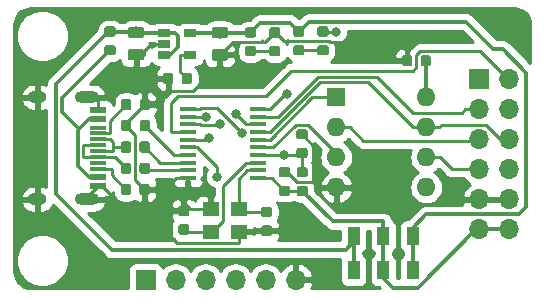
<source format=gtl>
G04 #@! TF.GenerationSoftware,KiCad,Pcbnew,(5.1.2)-1*
G04 #@! TF.CreationDate,2023-10-09T01:29:42+09:00*
G04 #@! TF.ProjectId,usc,7573632e-6b69-4636-9164-5f7063625858,v1.4*
G04 #@! TF.SameCoordinates,Original*
G04 #@! TF.FileFunction,Copper,L1,Top*
G04 #@! TF.FilePolarity,Positive*
%FSLAX46Y46*%
G04 Gerber Fmt 4.6, Leading zero omitted, Abs format (unit mm)*
G04 Created by KiCad (PCBNEW (5.1.2)-1) date 2023-10-09 01:29:42*
%MOMM*%
%LPD*%
G04 APERTURE LIST*
%ADD10R,1.000000X1.600000*%
%ADD11O,1.600000X1.600000*%
%ADD12R,1.600000X1.600000*%
%ADD13O,1.700000X1.700000*%
%ADD14R,1.700000X1.700000*%
%ADD15C,0.100000*%
%ADD16C,0.875000*%
%ADD17R,1.400000X1.200000*%
%ADD18R,1.450000X0.450000*%
%ADD19R,1.060000X0.650000*%
%ADD20R,1.450000X0.600000*%
%ADD21R,1.450000X0.300000*%
%ADD22O,2.100000X1.000000*%
%ADD23O,1.600000X1.000000*%
%ADD24C,0.975000*%
%ADD25C,0.800000*%
%ADD26C,0.250000*%
%ADD27C,0.350000*%
%ADD28C,0.254000*%
G04 APERTURE END LIST*
D10*
X184380000Y-122840000D03*
X181880000Y-122840000D03*
X179380000Y-122840000D03*
X184380000Y-119940000D03*
X181880000Y-119940000D03*
X179380000Y-119940000D03*
D11*
X185520000Y-108200000D03*
X177900000Y-115820000D03*
X185520000Y-110740000D03*
X177900000Y-113280000D03*
X185520000Y-113280000D03*
X177900000Y-110740000D03*
X185520000Y-115820000D03*
D12*
X177900000Y-108200000D03*
D13*
X174470000Y-123650000D03*
X171930000Y-123650000D03*
X169390000Y-123650000D03*
X166850000Y-123650000D03*
X164310000Y-123650000D03*
D14*
X161770000Y-123650000D03*
D15*
G36*
X175277691Y-110888053D02*
G01*
X175298926Y-110891203D01*
X175319750Y-110896419D01*
X175339962Y-110903651D01*
X175359368Y-110912830D01*
X175377781Y-110923866D01*
X175395024Y-110936654D01*
X175410930Y-110951070D01*
X175425346Y-110966976D01*
X175438134Y-110984219D01*
X175449170Y-111002632D01*
X175458349Y-111022038D01*
X175465581Y-111042250D01*
X175470797Y-111063074D01*
X175473947Y-111084309D01*
X175475000Y-111105750D01*
X175475000Y-111543250D01*
X175473947Y-111564691D01*
X175470797Y-111585926D01*
X175465581Y-111606750D01*
X175458349Y-111626962D01*
X175449170Y-111646368D01*
X175438134Y-111664781D01*
X175425346Y-111682024D01*
X175410930Y-111697930D01*
X175395024Y-111712346D01*
X175377781Y-111725134D01*
X175359368Y-111736170D01*
X175339962Y-111745349D01*
X175319750Y-111752581D01*
X175298926Y-111757797D01*
X175277691Y-111760947D01*
X175256250Y-111762000D01*
X174743750Y-111762000D01*
X174722309Y-111760947D01*
X174701074Y-111757797D01*
X174680250Y-111752581D01*
X174660038Y-111745349D01*
X174640632Y-111736170D01*
X174622219Y-111725134D01*
X174604976Y-111712346D01*
X174589070Y-111697930D01*
X174574654Y-111682024D01*
X174561866Y-111664781D01*
X174550830Y-111646368D01*
X174541651Y-111626962D01*
X174534419Y-111606750D01*
X174529203Y-111585926D01*
X174526053Y-111564691D01*
X174525000Y-111543250D01*
X174525000Y-111105750D01*
X174526053Y-111084309D01*
X174529203Y-111063074D01*
X174534419Y-111042250D01*
X174541651Y-111022038D01*
X174550830Y-111002632D01*
X174561866Y-110984219D01*
X174574654Y-110966976D01*
X174589070Y-110951070D01*
X174604976Y-110936654D01*
X174622219Y-110923866D01*
X174640632Y-110912830D01*
X174660038Y-110903651D01*
X174680250Y-110896419D01*
X174701074Y-110891203D01*
X174722309Y-110888053D01*
X174743750Y-110887000D01*
X175256250Y-110887000D01*
X175277691Y-110888053D01*
X175277691Y-110888053D01*
G37*
D16*
X175000000Y-111324500D03*
D15*
G36*
X175277691Y-112463053D02*
G01*
X175298926Y-112466203D01*
X175319750Y-112471419D01*
X175339962Y-112478651D01*
X175359368Y-112487830D01*
X175377781Y-112498866D01*
X175395024Y-112511654D01*
X175410930Y-112526070D01*
X175425346Y-112541976D01*
X175438134Y-112559219D01*
X175449170Y-112577632D01*
X175458349Y-112597038D01*
X175465581Y-112617250D01*
X175470797Y-112638074D01*
X175473947Y-112659309D01*
X175475000Y-112680750D01*
X175475000Y-113118250D01*
X175473947Y-113139691D01*
X175470797Y-113160926D01*
X175465581Y-113181750D01*
X175458349Y-113201962D01*
X175449170Y-113221368D01*
X175438134Y-113239781D01*
X175425346Y-113257024D01*
X175410930Y-113272930D01*
X175395024Y-113287346D01*
X175377781Y-113300134D01*
X175359368Y-113311170D01*
X175339962Y-113320349D01*
X175319750Y-113327581D01*
X175298926Y-113332797D01*
X175277691Y-113335947D01*
X175256250Y-113337000D01*
X174743750Y-113337000D01*
X174722309Y-113335947D01*
X174701074Y-113332797D01*
X174680250Y-113327581D01*
X174660038Y-113320349D01*
X174640632Y-113311170D01*
X174622219Y-113300134D01*
X174604976Y-113287346D01*
X174589070Y-113272930D01*
X174574654Y-113257024D01*
X174561866Y-113239781D01*
X174550830Y-113221368D01*
X174541651Y-113201962D01*
X174534419Y-113181750D01*
X174529203Y-113160926D01*
X174526053Y-113139691D01*
X174525000Y-113118250D01*
X174525000Y-112680750D01*
X174526053Y-112659309D01*
X174529203Y-112638074D01*
X174534419Y-112617250D01*
X174541651Y-112597038D01*
X174550830Y-112577632D01*
X174561866Y-112559219D01*
X174574654Y-112541976D01*
X174589070Y-112526070D01*
X174604976Y-112511654D01*
X174622219Y-112498866D01*
X174640632Y-112487830D01*
X174660038Y-112478651D01*
X174680250Y-112471419D01*
X174701074Y-112466203D01*
X174722309Y-112463053D01*
X174743750Y-112462000D01*
X175256250Y-112462000D01*
X175277691Y-112463053D01*
X175277691Y-112463053D01*
G37*
D16*
X175000000Y-112899500D03*
D15*
G36*
X160364691Y-110126053D02*
G01*
X160385926Y-110129203D01*
X160406750Y-110134419D01*
X160426962Y-110141651D01*
X160446368Y-110150830D01*
X160464781Y-110161866D01*
X160482024Y-110174654D01*
X160497930Y-110189070D01*
X160512346Y-110204976D01*
X160525134Y-110222219D01*
X160536170Y-110240632D01*
X160545349Y-110260038D01*
X160552581Y-110280250D01*
X160557797Y-110301074D01*
X160560947Y-110322309D01*
X160562000Y-110343750D01*
X160562000Y-110856250D01*
X160560947Y-110877691D01*
X160557797Y-110898926D01*
X160552581Y-110919750D01*
X160545349Y-110939962D01*
X160536170Y-110959368D01*
X160525134Y-110977781D01*
X160512346Y-110995024D01*
X160497930Y-111010930D01*
X160482024Y-111025346D01*
X160464781Y-111038134D01*
X160446368Y-111049170D01*
X160426962Y-111058349D01*
X160406750Y-111065581D01*
X160385926Y-111070797D01*
X160364691Y-111073947D01*
X160343250Y-111075000D01*
X159905750Y-111075000D01*
X159884309Y-111073947D01*
X159863074Y-111070797D01*
X159842250Y-111065581D01*
X159822038Y-111058349D01*
X159802632Y-111049170D01*
X159784219Y-111038134D01*
X159766976Y-111025346D01*
X159751070Y-111010930D01*
X159736654Y-110995024D01*
X159723866Y-110977781D01*
X159712830Y-110959368D01*
X159703651Y-110939962D01*
X159696419Y-110919750D01*
X159691203Y-110898926D01*
X159688053Y-110877691D01*
X159687000Y-110856250D01*
X159687000Y-110343750D01*
X159688053Y-110322309D01*
X159691203Y-110301074D01*
X159696419Y-110280250D01*
X159703651Y-110260038D01*
X159712830Y-110240632D01*
X159723866Y-110222219D01*
X159736654Y-110204976D01*
X159751070Y-110189070D01*
X159766976Y-110174654D01*
X159784219Y-110161866D01*
X159802632Y-110150830D01*
X159822038Y-110141651D01*
X159842250Y-110134419D01*
X159863074Y-110129203D01*
X159884309Y-110126053D01*
X159905750Y-110125000D01*
X160343250Y-110125000D01*
X160364691Y-110126053D01*
X160364691Y-110126053D01*
G37*
D16*
X160124500Y-110600000D03*
D15*
G36*
X161939691Y-110126053D02*
G01*
X161960926Y-110129203D01*
X161981750Y-110134419D01*
X162001962Y-110141651D01*
X162021368Y-110150830D01*
X162039781Y-110161866D01*
X162057024Y-110174654D01*
X162072930Y-110189070D01*
X162087346Y-110204976D01*
X162100134Y-110222219D01*
X162111170Y-110240632D01*
X162120349Y-110260038D01*
X162127581Y-110280250D01*
X162132797Y-110301074D01*
X162135947Y-110322309D01*
X162137000Y-110343750D01*
X162137000Y-110856250D01*
X162135947Y-110877691D01*
X162132797Y-110898926D01*
X162127581Y-110919750D01*
X162120349Y-110939962D01*
X162111170Y-110959368D01*
X162100134Y-110977781D01*
X162087346Y-110995024D01*
X162072930Y-111010930D01*
X162057024Y-111025346D01*
X162039781Y-111038134D01*
X162021368Y-111049170D01*
X162001962Y-111058349D01*
X161981750Y-111065581D01*
X161960926Y-111070797D01*
X161939691Y-111073947D01*
X161918250Y-111075000D01*
X161480750Y-111075000D01*
X161459309Y-111073947D01*
X161438074Y-111070797D01*
X161417250Y-111065581D01*
X161397038Y-111058349D01*
X161377632Y-111049170D01*
X161359219Y-111038134D01*
X161341976Y-111025346D01*
X161326070Y-111010930D01*
X161311654Y-110995024D01*
X161298866Y-110977781D01*
X161287830Y-110959368D01*
X161278651Y-110939962D01*
X161271419Y-110919750D01*
X161266203Y-110898926D01*
X161263053Y-110877691D01*
X161262000Y-110856250D01*
X161262000Y-110343750D01*
X161263053Y-110322309D01*
X161266203Y-110301074D01*
X161271419Y-110280250D01*
X161278651Y-110260038D01*
X161287830Y-110240632D01*
X161298866Y-110222219D01*
X161311654Y-110204976D01*
X161326070Y-110189070D01*
X161341976Y-110174654D01*
X161359219Y-110161866D01*
X161377632Y-110150830D01*
X161397038Y-110141651D01*
X161417250Y-110134419D01*
X161438074Y-110129203D01*
X161459309Y-110126053D01*
X161480750Y-110125000D01*
X161918250Y-110125000D01*
X161939691Y-110126053D01*
X161939691Y-110126053D01*
G37*
D16*
X161699500Y-110600000D03*
D15*
G36*
X184140691Y-104626053D02*
G01*
X184161926Y-104629203D01*
X184182750Y-104634419D01*
X184202962Y-104641651D01*
X184222368Y-104650830D01*
X184240781Y-104661866D01*
X184258024Y-104674654D01*
X184273930Y-104689070D01*
X184288346Y-104704976D01*
X184301134Y-104722219D01*
X184312170Y-104740632D01*
X184321349Y-104760038D01*
X184328581Y-104780250D01*
X184333797Y-104801074D01*
X184336947Y-104822309D01*
X184338000Y-104843750D01*
X184338000Y-105356250D01*
X184336947Y-105377691D01*
X184333797Y-105398926D01*
X184328581Y-105419750D01*
X184321349Y-105439962D01*
X184312170Y-105459368D01*
X184301134Y-105477781D01*
X184288346Y-105495024D01*
X184273930Y-105510930D01*
X184258024Y-105525346D01*
X184240781Y-105538134D01*
X184222368Y-105549170D01*
X184202962Y-105558349D01*
X184182750Y-105565581D01*
X184161926Y-105570797D01*
X184140691Y-105573947D01*
X184119250Y-105575000D01*
X183681750Y-105575000D01*
X183660309Y-105573947D01*
X183639074Y-105570797D01*
X183618250Y-105565581D01*
X183598038Y-105558349D01*
X183578632Y-105549170D01*
X183560219Y-105538134D01*
X183542976Y-105525346D01*
X183527070Y-105510930D01*
X183512654Y-105495024D01*
X183499866Y-105477781D01*
X183488830Y-105459368D01*
X183479651Y-105439962D01*
X183472419Y-105419750D01*
X183467203Y-105398926D01*
X183464053Y-105377691D01*
X183463000Y-105356250D01*
X183463000Y-104843750D01*
X183464053Y-104822309D01*
X183467203Y-104801074D01*
X183472419Y-104780250D01*
X183479651Y-104760038D01*
X183488830Y-104740632D01*
X183499866Y-104722219D01*
X183512654Y-104704976D01*
X183527070Y-104689070D01*
X183542976Y-104674654D01*
X183560219Y-104661866D01*
X183578632Y-104650830D01*
X183598038Y-104641651D01*
X183618250Y-104634419D01*
X183639074Y-104629203D01*
X183660309Y-104626053D01*
X183681750Y-104625000D01*
X184119250Y-104625000D01*
X184140691Y-104626053D01*
X184140691Y-104626053D01*
G37*
D16*
X183900500Y-105100000D03*
D15*
G36*
X185715691Y-104626053D02*
G01*
X185736926Y-104629203D01*
X185757750Y-104634419D01*
X185777962Y-104641651D01*
X185797368Y-104650830D01*
X185815781Y-104661866D01*
X185833024Y-104674654D01*
X185848930Y-104689070D01*
X185863346Y-104704976D01*
X185876134Y-104722219D01*
X185887170Y-104740632D01*
X185896349Y-104760038D01*
X185903581Y-104780250D01*
X185908797Y-104801074D01*
X185911947Y-104822309D01*
X185913000Y-104843750D01*
X185913000Y-105356250D01*
X185911947Y-105377691D01*
X185908797Y-105398926D01*
X185903581Y-105419750D01*
X185896349Y-105439962D01*
X185887170Y-105459368D01*
X185876134Y-105477781D01*
X185863346Y-105495024D01*
X185848930Y-105510930D01*
X185833024Y-105525346D01*
X185815781Y-105538134D01*
X185797368Y-105549170D01*
X185777962Y-105558349D01*
X185757750Y-105565581D01*
X185736926Y-105570797D01*
X185715691Y-105573947D01*
X185694250Y-105575000D01*
X185256750Y-105575000D01*
X185235309Y-105573947D01*
X185214074Y-105570797D01*
X185193250Y-105565581D01*
X185173038Y-105558349D01*
X185153632Y-105549170D01*
X185135219Y-105538134D01*
X185117976Y-105525346D01*
X185102070Y-105510930D01*
X185087654Y-105495024D01*
X185074866Y-105477781D01*
X185063830Y-105459368D01*
X185054651Y-105439962D01*
X185047419Y-105419750D01*
X185042203Y-105398926D01*
X185039053Y-105377691D01*
X185038000Y-105356250D01*
X185038000Y-104843750D01*
X185039053Y-104822309D01*
X185042203Y-104801074D01*
X185047419Y-104780250D01*
X185054651Y-104760038D01*
X185063830Y-104740632D01*
X185074866Y-104722219D01*
X185087654Y-104704976D01*
X185102070Y-104689070D01*
X185117976Y-104674654D01*
X185135219Y-104661866D01*
X185153632Y-104650830D01*
X185173038Y-104641651D01*
X185193250Y-104634419D01*
X185214074Y-104629203D01*
X185235309Y-104626053D01*
X185256750Y-104625000D01*
X185694250Y-104625000D01*
X185715691Y-104626053D01*
X185715691Y-104626053D01*
G37*
D16*
X185475500Y-105100000D03*
D17*
X169670000Y-119570000D03*
X167270000Y-117670000D03*
X167270000Y-119570000D03*
X169670000Y-117670000D03*
D18*
X165350000Y-115025000D03*
X165350000Y-114375000D03*
X165350000Y-113725000D03*
X165350000Y-113075000D03*
X165350000Y-112425000D03*
X165350000Y-111775000D03*
X165350000Y-111125000D03*
X165350000Y-110475000D03*
X165350000Y-109825000D03*
X165350000Y-109175000D03*
X171250000Y-109175000D03*
X171250000Y-109825000D03*
X171250000Y-110475000D03*
X171250000Y-111125000D03*
X171250000Y-111775000D03*
X171250000Y-112425000D03*
X171250000Y-113075000D03*
X171250000Y-113725000D03*
X171250000Y-114375000D03*
X171250000Y-115025000D03*
D19*
X165550000Y-102750000D03*
X165550000Y-104650000D03*
X163350000Y-104650000D03*
X163350000Y-103700000D03*
X163350000Y-102750000D03*
D15*
G36*
X160340691Y-111926053D02*
G01*
X160361926Y-111929203D01*
X160382750Y-111934419D01*
X160402962Y-111941651D01*
X160422368Y-111950830D01*
X160440781Y-111961866D01*
X160458024Y-111974654D01*
X160473930Y-111989070D01*
X160488346Y-112004976D01*
X160501134Y-112022219D01*
X160512170Y-112040632D01*
X160521349Y-112060038D01*
X160528581Y-112080250D01*
X160533797Y-112101074D01*
X160536947Y-112122309D01*
X160538000Y-112143750D01*
X160538000Y-112656250D01*
X160536947Y-112677691D01*
X160533797Y-112698926D01*
X160528581Y-112719750D01*
X160521349Y-112739962D01*
X160512170Y-112759368D01*
X160501134Y-112777781D01*
X160488346Y-112795024D01*
X160473930Y-112810930D01*
X160458024Y-112825346D01*
X160440781Y-112838134D01*
X160422368Y-112849170D01*
X160402962Y-112858349D01*
X160382750Y-112865581D01*
X160361926Y-112870797D01*
X160340691Y-112873947D01*
X160319250Y-112875000D01*
X159881750Y-112875000D01*
X159860309Y-112873947D01*
X159839074Y-112870797D01*
X159818250Y-112865581D01*
X159798038Y-112858349D01*
X159778632Y-112849170D01*
X159760219Y-112838134D01*
X159742976Y-112825346D01*
X159727070Y-112810930D01*
X159712654Y-112795024D01*
X159699866Y-112777781D01*
X159688830Y-112759368D01*
X159679651Y-112739962D01*
X159672419Y-112719750D01*
X159667203Y-112698926D01*
X159664053Y-112677691D01*
X159663000Y-112656250D01*
X159663000Y-112143750D01*
X159664053Y-112122309D01*
X159667203Y-112101074D01*
X159672419Y-112080250D01*
X159679651Y-112060038D01*
X159688830Y-112040632D01*
X159699866Y-112022219D01*
X159712654Y-112004976D01*
X159727070Y-111989070D01*
X159742976Y-111974654D01*
X159760219Y-111961866D01*
X159778632Y-111950830D01*
X159798038Y-111941651D01*
X159818250Y-111934419D01*
X159839074Y-111929203D01*
X159860309Y-111926053D01*
X159881750Y-111925000D01*
X160319250Y-111925000D01*
X160340691Y-111926053D01*
X160340691Y-111926053D01*
G37*
D16*
X160100500Y-112400000D03*
D15*
G36*
X161915691Y-111926053D02*
G01*
X161936926Y-111929203D01*
X161957750Y-111934419D01*
X161977962Y-111941651D01*
X161997368Y-111950830D01*
X162015781Y-111961866D01*
X162033024Y-111974654D01*
X162048930Y-111989070D01*
X162063346Y-112004976D01*
X162076134Y-112022219D01*
X162087170Y-112040632D01*
X162096349Y-112060038D01*
X162103581Y-112080250D01*
X162108797Y-112101074D01*
X162111947Y-112122309D01*
X162113000Y-112143750D01*
X162113000Y-112656250D01*
X162111947Y-112677691D01*
X162108797Y-112698926D01*
X162103581Y-112719750D01*
X162096349Y-112739962D01*
X162087170Y-112759368D01*
X162076134Y-112777781D01*
X162063346Y-112795024D01*
X162048930Y-112810930D01*
X162033024Y-112825346D01*
X162015781Y-112838134D01*
X161997368Y-112849170D01*
X161977962Y-112858349D01*
X161957750Y-112865581D01*
X161936926Y-112870797D01*
X161915691Y-112873947D01*
X161894250Y-112875000D01*
X161456750Y-112875000D01*
X161435309Y-112873947D01*
X161414074Y-112870797D01*
X161393250Y-112865581D01*
X161373038Y-112858349D01*
X161353632Y-112849170D01*
X161335219Y-112838134D01*
X161317976Y-112825346D01*
X161302070Y-112810930D01*
X161287654Y-112795024D01*
X161274866Y-112777781D01*
X161263830Y-112759368D01*
X161254651Y-112739962D01*
X161247419Y-112719750D01*
X161242203Y-112698926D01*
X161239053Y-112677691D01*
X161238000Y-112656250D01*
X161238000Y-112143750D01*
X161239053Y-112122309D01*
X161242203Y-112101074D01*
X161247419Y-112080250D01*
X161254651Y-112060038D01*
X161263830Y-112040632D01*
X161274866Y-112022219D01*
X161287654Y-112004976D01*
X161302070Y-111989070D01*
X161317976Y-111974654D01*
X161335219Y-111961866D01*
X161353632Y-111950830D01*
X161373038Y-111941651D01*
X161393250Y-111934419D01*
X161414074Y-111929203D01*
X161435309Y-111926053D01*
X161456750Y-111925000D01*
X161894250Y-111925000D01*
X161915691Y-111926053D01*
X161915691Y-111926053D01*
G37*
D16*
X161675500Y-112400000D03*
D15*
G36*
X160340691Y-113726053D02*
G01*
X160361926Y-113729203D01*
X160382750Y-113734419D01*
X160402962Y-113741651D01*
X160422368Y-113750830D01*
X160440781Y-113761866D01*
X160458024Y-113774654D01*
X160473930Y-113789070D01*
X160488346Y-113804976D01*
X160501134Y-113822219D01*
X160512170Y-113840632D01*
X160521349Y-113860038D01*
X160528581Y-113880250D01*
X160533797Y-113901074D01*
X160536947Y-113922309D01*
X160538000Y-113943750D01*
X160538000Y-114456250D01*
X160536947Y-114477691D01*
X160533797Y-114498926D01*
X160528581Y-114519750D01*
X160521349Y-114539962D01*
X160512170Y-114559368D01*
X160501134Y-114577781D01*
X160488346Y-114595024D01*
X160473930Y-114610930D01*
X160458024Y-114625346D01*
X160440781Y-114638134D01*
X160422368Y-114649170D01*
X160402962Y-114658349D01*
X160382750Y-114665581D01*
X160361926Y-114670797D01*
X160340691Y-114673947D01*
X160319250Y-114675000D01*
X159881750Y-114675000D01*
X159860309Y-114673947D01*
X159839074Y-114670797D01*
X159818250Y-114665581D01*
X159798038Y-114658349D01*
X159778632Y-114649170D01*
X159760219Y-114638134D01*
X159742976Y-114625346D01*
X159727070Y-114610930D01*
X159712654Y-114595024D01*
X159699866Y-114577781D01*
X159688830Y-114559368D01*
X159679651Y-114539962D01*
X159672419Y-114519750D01*
X159667203Y-114498926D01*
X159664053Y-114477691D01*
X159663000Y-114456250D01*
X159663000Y-113943750D01*
X159664053Y-113922309D01*
X159667203Y-113901074D01*
X159672419Y-113880250D01*
X159679651Y-113860038D01*
X159688830Y-113840632D01*
X159699866Y-113822219D01*
X159712654Y-113804976D01*
X159727070Y-113789070D01*
X159742976Y-113774654D01*
X159760219Y-113761866D01*
X159778632Y-113750830D01*
X159798038Y-113741651D01*
X159818250Y-113734419D01*
X159839074Y-113729203D01*
X159860309Y-113726053D01*
X159881750Y-113725000D01*
X160319250Y-113725000D01*
X160340691Y-113726053D01*
X160340691Y-113726053D01*
G37*
D16*
X160100500Y-114200000D03*
D15*
G36*
X161915691Y-113726053D02*
G01*
X161936926Y-113729203D01*
X161957750Y-113734419D01*
X161977962Y-113741651D01*
X161997368Y-113750830D01*
X162015781Y-113761866D01*
X162033024Y-113774654D01*
X162048930Y-113789070D01*
X162063346Y-113804976D01*
X162076134Y-113822219D01*
X162087170Y-113840632D01*
X162096349Y-113860038D01*
X162103581Y-113880250D01*
X162108797Y-113901074D01*
X162111947Y-113922309D01*
X162113000Y-113943750D01*
X162113000Y-114456250D01*
X162111947Y-114477691D01*
X162108797Y-114498926D01*
X162103581Y-114519750D01*
X162096349Y-114539962D01*
X162087170Y-114559368D01*
X162076134Y-114577781D01*
X162063346Y-114595024D01*
X162048930Y-114610930D01*
X162033024Y-114625346D01*
X162015781Y-114638134D01*
X161997368Y-114649170D01*
X161977962Y-114658349D01*
X161957750Y-114665581D01*
X161936926Y-114670797D01*
X161915691Y-114673947D01*
X161894250Y-114675000D01*
X161456750Y-114675000D01*
X161435309Y-114673947D01*
X161414074Y-114670797D01*
X161393250Y-114665581D01*
X161373038Y-114658349D01*
X161353632Y-114649170D01*
X161335219Y-114638134D01*
X161317976Y-114625346D01*
X161302070Y-114610930D01*
X161287654Y-114595024D01*
X161274866Y-114577781D01*
X161263830Y-114559368D01*
X161254651Y-114539962D01*
X161247419Y-114519750D01*
X161242203Y-114498926D01*
X161239053Y-114477691D01*
X161238000Y-114456250D01*
X161238000Y-113943750D01*
X161239053Y-113922309D01*
X161242203Y-113901074D01*
X161247419Y-113880250D01*
X161254651Y-113860038D01*
X161263830Y-113840632D01*
X161274866Y-113822219D01*
X161287654Y-113804976D01*
X161302070Y-113789070D01*
X161317976Y-113774654D01*
X161335219Y-113761866D01*
X161353632Y-113750830D01*
X161373038Y-113741651D01*
X161393250Y-113734419D01*
X161414074Y-113729203D01*
X161435309Y-113726053D01*
X161456750Y-113725000D01*
X161894250Y-113725000D01*
X161915691Y-113726053D01*
X161915691Y-113726053D01*
G37*
D16*
X161675500Y-114200000D03*
D15*
G36*
X177057691Y-102194053D02*
G01*
X177078926Y-102197203D01*
X177099750Y-102202419D01*
X177119962Y-102209651D01*
X177139368Y-102218830D01*
X177157781Y-102229866D01*
X177175024Y-102242654D01*
X177190930Y-102257070D01*
X177205346Y-102272976D01*
X177218134Y-102290219D01*
X177229170Y-102308632D01*
X177238349Y-102328038D01*
X177245581Y-102348250D01*
X177250797Y-102369074D01*
X177253947Y-102390309D01*
X177255000Y-102411750D01*
X177255000Y-102849250D01*
X177253947Y-102870691D01*
X177250797Y-102891926D01*
X177245581Y-102912750D01*
X177238349Y-102932962D01*
X177229170Y-102952368D01*
X177218134Y-102970781D01*
X177205346Y-102988024D01*
X177190930Y-103003930D01*
X177175024Y-103018346D01*
X177157781Y-103031134D01*
X177139368Y-103042170D01*
X177119962Y-103051349D01*
X177099750Y-103058581D01*
X177078926Y-103063797D01*
X177057691Y-103066947D01*
X177036250Y-103068000D01*
X176523750Y-103068000D01*
X176502309Y-103066947D01*
X176481074Y-103063797D01*
X176460250Y-103058581D01*
X176440038Y-103051349D01*
X176420632Y-103042170D01*
X176402219Y-103031134D01*
X176384976Y-103018346D01*
X176369070Y-103003930D01*
X176354654Y-102988024D01*
X176341866Y-102970781D01*
X176330830Y-102952368D01*
X176321651Y-102932962D01*
X176314419Y-102912750D01*
X176309203Y-102891926D01*
X176306053Y-102870691D01*
X176305000Y-102849250D01*
X176305000Y-102411750D01*
X176306053Y-102390309D01*
X176309203Y-102369074D01*
X176314419Y-102348250D01*
X176321651Y-102328038D01*
X176330830Y-102308632D01*
X176341866Y-102290219D01*
X176354654Y-102272976D01*
X176369070Y-102257070D01*
X176384976Y-102242654D01*
X176402219Y-102229866D01*
X176420632Y-102218830D01*
X176440038Y-102209651D01*
X176460250Y-102202419D01*
X176481074Y-102197203D01*
X176502309Y-102194053D01*
X176523750Y-102193000D01*
X177036250Y-102193000D01*
X177057691Y-102194053D01*
X177057691Y-102194053D01*
G37*
D16*
X176780000Y-102630500D03*
D15*
G36*
X177057691Y-103769053D02*
G01*
X177078926Y-103772203D01*
X177099750Y-103777419D01*
X177119962Y-103784651D01*
X177139368Y-103793830D01*
X177157781Y-103804866D01*
X177175024Y-103817654D01*
X177190930Y-103832070D01*
X177205346Y-103847976D01*
X177218134Y-103865219D01*
X177229170Y-103883632D01*
X177238349Y-103903038D01*
X177245581Y-103923250D01*
X177250797Y-103944074D01*
X177253947Y-103965309D01*
X177255000Y-103986750D01*
X177255000Y-104424250D01*
X177253947Y-104445691D01*
X177250797Y-104466926D01*
X177245581Y-104487750D01*
X177238349Y-104507962D01*
X177229170Y-104527368D01*
X177218134Y-104545781D01*
X177205346Y-104563024D01*
X177190930Y-104578930D01*
X177175024Y-104593346D01*
X177157781Y-104606134D01*
X177139368Y-104617170D01*
X177119962Y-104626349D01*
X177099750Y-104633581D01*
X177078926Y-104638797D01*
X177057691Y-104641947D01*
X177036250Y-104643000D01*
X176523750Y-104643000D01*
X176502309Y-104641947D01*
X176481074Y-104638797D01*
X176460250Y-104633581D01*
X176440038Y-104626349D01*
X176420632Y-104617170D01*
X176402219Y-104606134D01*
X176384976Y-104593346D01*
X176369070Y-104578930D01*
X176354654Y-104563024D01*
X176341866Y-104545781D01*
X176330830Y-104527368D01*
X176321651Y-104507962D01*
X176314419Y-104487750D01*
X176309203Y-104466926D01*
X176306053Y-104445691D01*
X176305000Y-104424250D01*
X176305000Y-103986750D01*
X176306053Y-103965309D01*
X176309203Y-103944074D01*
X176314419Y-103923250D01*
X176321651Y-103903038D01*
X176330830Y-103883632D01*
X176341866Y-103865219D01*
X176354654Y-103847976D01*
X176369070Y-103832070D01*
X176384976Y-103817654D01*
X176402219Y-103804866D01*
X176420632Y-103793830D01*
X176440038Y-103784651D01*
X176460250Y-103777419D01*
X176481074Y-103772203D01*
X176502309Y-103769053D01*
X176523750Y-103768000D01*
X177036250Y-103768000D01*
X177057691Y-103769053D01*
X177057691Y-103769053D01*
G37*
D16*
X176780000Y-104205500D03*
D15*
G36*
X175297691Y-114108053D02*
G01*
X175318926Y-114111203D01*
X175339750Y-114116419D01*
X175359962Y-114123651D01*
X175379368Y-114132830D01*
X175397781Y-114143866D01*
X175415024Y-114156654D01*
X175430930Y-114171070D01*
X175445346Y-114186976D01*
X175458134Y-114204219D01*
X175469170Y-114222632D01*
X175478349Y-114242038D01*
X175485581Y-114262250D01*
X175490797Y-114283074D01*
X175493947Y-114304309D01*
X175495000Y-114325750D01*
X175495000Y-114763250D01*
X175493947Y-114784691D01*
X175490797Y-114805926D01*
X175485581Y-114826750D01*
X175478349Y-114846962D01*
X175469170Y-114866368D01*
X175458134Y-114884781D01*
X175445346Y-114902024D01*
X175430930Y-114917930D01*
X175415024Y-114932346D01*
X175397781Y-114945134D01*
X175379368Y-114956170D01*
X175359962Y-114965349D01*
X175339750Y-114972581D01*
X175318926Y-114977797D01*
X175297691Y-114980947D01*
X175276250Y-114982000D01*
X174763750Y-114982000D01*
X174742309Y-114980947D01*
X174721074Y-114977797D01*
X174700250Y-114972581D01*
X174680038Y-114965349D01*
X174660632Y-114956170D01*
X174642219Y-114945134D01*
X174624976Y-114932346D01*
X174609070Y-114917930D01*
X174594654Y-114902024D01*
X174581866Y-114884781D01*
X174570830Y-114866368D01*
X174561651Y-114846962D01*
X174554419Y-114826750D01*
X174549203Y-114805926D01*
X174546053Y-114784691D01*
X174545000Y-114763250D01*
X174545000Y-114325750D01*
X174546053Y-114304309D01*
X174549203Y-114283074D01*
X174554419Y-114262250D01*
X174561651Y-114242038D01*
X174570830Y-114222632D01*
X174581866Y-114204219D01*
X174594654Y-114186976D01*
X174609070Y-114171070D01*
X174624976Y-114156654D01*
X174642219Y-114143866D01*
X174660632Y-114132830D01*
X174680038Y-114123651D01*
X174700250Y-114116419D01*
X174721074Y-114111203D01*
X174742309Y-114108053D01*
X174763750Y-114107000D01*
X175276250Y-114107000D01*
X175297691Y-114108053D01*
X175297691Y-114108053D01*
G37*
D16*
X175020000Y-114544500D03*
D15*
G36*
X175297691Y-115683053D02*
G01*
X175318926Y-115686203D01*
X175339750Y-115691419D01*
X175359962Y-115698651D01*
X175379368Y-115707830D01*
X175397781Y-115718866D01*
X175415024Y-115731654D01*
X175430930Y-115746070D01*
X175445346Y-115761976D01*
X175458134Y-115779219D01*
X175469170Y-115797632D01*
X175478349Y-115817038D01*
X175485581Y-115837250D01*
X175490797Y-115858074D01*
X175493947Y-115879309D01*
X175495000Y-115900750D01*
X175495000Y-116338250D01*
X175493947Y-116359691D01*
X175490797Y-116380926D01*
X175485581Y-116401750D01*
X175478349Y-116421962D01*
X175469170Y-116441368D01*
X175458134Y-116459781D01*
X175445346Y-116477024D01*
X175430930Y-116492930D01*
X175415024Y-116507346D01*
X175397781Y-116520134D01*
X175379368Y-116531170D01*
X175359962Y-116540349D01*
X175339750Y-116547581D01*
X175318926Y-116552797D01*
X175297691Y-116555947D01*
X175276250Y-116557000D01*
X174763750Y-116557000D01*
X174742309Y-116555947D01*
X174721074Y-116552797D01*
X174700250Y-116547581D01*
X174680038Y-116540349D01*
X174660632Y-116531170D01*
X174642219Y-116520134D01*
X174624976Y-116507346D01*
X174609070Y-116492930D01*
X174594654Y-116477024D01*
X174581866Y-116459781D01*
X174570830Y-116441368D01*
X174561651Y-116421962D01*
X174554419Y-116401750D01*
X174549203Y-116380926D01*
X174546053Y-116359691D01*
X174545000Y-116338250D01*
X174545000Y-115900750D01*
X174546053Y-115879309D01*
X174549203Y-115858074D01*
X174554419Y-115837250D01*
X174561651Y-115817038D01*
X174570830Y-115797632D01*
X174581866Y-115779219D01*
X174594654Y-115761976D01*
X174609070Y-115746070D01*
X174624976Y-115731654D01*
X174642219Y-115718866D01*
X174660632Y-115707830D01*
X174680038Y-115698651D01*
X174700250Y-115691419D01*
X174721074Y-115686203D01*
X174742309Y-115683053D01*
X174763750Y-115682000D01*
X175276250Y-115682000D01*
X175297691Y-115683053D01*
X175297691Y-115683053D01*
G37*
D16*
X175020000Y-116119500D03*
D15*
G36*
X172970691Y-102264053D02*
G01*
X172991926Y-102267203D01*
X173012750Y-102272419D01*
X173032962Y-102279651D01*
X173052368Y-102288830D01*
X173070781Y-102299866D01*
X173088024Y-102312654D01*
X173103930Y-102327070D01*
X173118346Y-102342976D01*
X173131134Y-102360219D01*
X173142170Y-102378632D01*
X173151349Y-102398038D01*
X173158581Y-102418250D01*
X173163797Y-102439074D01*
X173166947Y-102460309D01*
X173168000Y-102481750D01*
X173168000Y-102919250D01*
X173166947Y-102940691D01*
X173163797Y-102961926D01*
X173158581Y-102982750D01*
X173151349Y-103002962D01*
X173142170Y-103022368D01*
X173131134Y-103040781D01*
X173118346Y-103058024D01*
X173103930Y-103073930D01*
X173088024Y-103088346D01*
X173070781Y-103101134D01*
X173052368Y-103112170D01*
X173032962Y-103121349D01*
X173012750Y-103128581D01*
X172991926Y-103133797D01*
X172970691Y-103136947D01*
X172949250Y-103138000D01*
X172436750Y-103138000D01*
X172415309Y-103136947D01*
X172394074Y-103133797D01*
X172373250Y-103128581D01*
X172353038Y-103121349D01*
X172333632Y-103112170D01*
X172315219Y-103101134D01*
X172297976Y-103088346D01*
X172282070Y-103073930D01*
X172267654Y-103058024D01*
X172254866Y-103040781D01*
X172243830Y-103022368D01*
X172234651Y-103002962D01*
X172227419Y-102982750D01*
X172222203Y-102961926D01*
X172219053Y-102940691D01*
X172218000Y-102919250D01*
X172218000Y-102481750D01*
X172219053Y-102460309D01*
X172222203Y-102439074D01*
X172227419Y-102418250D01*
X172234651Y-102398038D01*
X172243830Y-102378632D01*
X172254866Y-102360219D01*
X172267654Y-102342976D01*
X172282070Y-102327070D01*
X172297976Y-102312654D01*
X172315219Y-102299866D01*
X172333632Y-102288830D01*
X172353038Y-102279651D01*
X172373250Y-102272419D01*
X172394074Y-102267203D01*
X172415309Y-102264053D01*
X172436750Y-102263000D01*
X172949250Y-102263000D01*
X172970691Y-102264053D01*
X172970691Y-102264053D01*
G37*
D16*
X172693000Y-102700500D03*
D15*
G36*
X172970691Y-103839053D02*
G01*
X172991926Y-103842203D01*
X173012750Y-103847419D01*
X173032962Y-103854651D01*
X173052368Y-103863830D01*
X173070781Y-103874866D01*
X173088024Y-103887654D01*
X173103930Y-103902070D01*
X173118346Y-103917976D01*
X173131134Y-103935219D01*
X173142170Y-103953632D01*
X173151349Y-103973038D01*
X173158581Y-103993250D01*
X173163797Y-104014074D01*
X173166947Y-104035309D01*
X173168000Y-104056750D01*
X173168000Y-104494250D01*
X173166947Y-104515691D01*
X173163797Y-104536926D01*
X173158581Y-104557750D01*
X173151349Y-104577962D01*
X173142170Y-104597368D01*
X173131134Y-104615781D01*
X173118346Y-104633024D01*
X173103930Y-104648930D01*
X173088024Y-104663346D01*
X173070781Y-104676134D01*
X173052368Y-104687170D01*
X173032962Y-104696349D01*
X173012750Y-104703581D01*
X172991926Y-104708797D01*
X172970691Y-104711947D01*
X172949250Y-104713000D01*
X172436750Y-104713000D01*
X172415309Y-104711947D01*
X172394074Y-104708797D01*
X172373250Y-104703581D01*
X172353038Y-104696349D01*
X172333632Y-104687170D01*
X172315219Y-104676134D01*
X172297976Y-104663346D01*
X172282070Y-104648930D01*
X172267654Y-104633024D01*
X172254866Y-104615781D01*
X172243830Y-104597368D01*
X172234651Y-104577962D01*
X172227419Y-104557750D01*
X172222203Y-104536926D01*
X172219053Y-104515691D01*
X172218000Y-104494250D01*
X172218000Y-104056750D01*
X172219053Y-104035309D01*
X172222203Y-104014074D01*
X172227419Y-103993250D01*
X172234651Y-103973038D01*
X172243830Y-103953632D01*
X172254866Y-103935219D01*
X172267654Y-103917976D01*
X172282070Y-103902070D01*
X172297976Y-103887654D01*
X172315219Y-103874866D01*
X172333632Y-103863830D01*
X172353038Y-103854651D01*
X172373250Y-103847419D01*
X172394074Y-103842203D01*
X172415309Y-103839053D01*
X172436750Y-103838000D01*
X172949250Y-103838000D01*
X172970691Y-103839053D01*
X172970691Y-103839053D01*
G37*
D16*
X172693000Y-104275500D03*
D15*
G36*
X161915691Y-115526053D02*
G01*
X161936926Y-115529203D01*
X161957750Y-115534419D01*
X161977962Y-115541651D01*
X161997368Y-115550830D01*
X162015781Y-115561866D01*
X162033024Y-115574654D01*
X162048930Y-115589070D01*
X162063346Y-115604976D01*
X162076134Y-115622219D01*
X162087170Y-115640632D01*
X162096349Y-115660038D01*
X162103581Y-115680250D01*
X162108797Y-115701074D01*
X162111947Y-115722309D01*
X162113000Y-115743750D01*
X162113000Y-116256250D01*
X162111947Y-116277691D01*
X162108797Y-116298926D01*
X162103581Y-116319750D01*
X162096349Y-116339962D01*
X162087170Y-116359368D01*
X162076134Y-116377781D01*
X162063346Y-116395024D01*
X162048930Y-116410930D01*
X162033024Y-116425346D01*
X162015781Y-116438134D01*
X161997368Y-116449170D01*
X161977962Y-116458349D01*
X161957750Y-116465581D01*
X161936926Y-116470797D01*
X161915691Y-116473947D01*
X161894250Y-116475000D01*
X161456750Y-116475000D01*
X161435309Y-116473947D01*
X161414074Y-116470797D01*
X161393250Y-116465581D01*
X161373038Y-116458349D01*
X161353632Y-116449170D01*
X161335219Y-116438134D01*
X161317976Y-116425346D01*
X161302070Y-116410930D01*
X161287654Y-116395024D01*
X161274866Y-116377781D01*
X161263830Y-116359368D01*
X161254651Y-116339962D01*
X161247419Y-116319750D01*
X161242203Y-116298926D01*
X161239053Y-116277691D01*
X161238000Y-116256250D01*
X161238000Y-115743750D01*
X161239053Y-115722309D01*
X161242203Y-115701074D01*
X161247419Y-115680250D01*
X161254651Y-115660038D01*
X161263830Y-115640632D01*
X161274866Y-115622219D01*
X161287654Y-115604976D01*
X161302070Y-115589070D01*
X161317976Y-115574654D01*
X161335219Y-115561866D01*
X161353632Y-115550830D01*
X161373038Y-115541651D01*
X161393250Y-115534419D01*
X161414074Y-115529203D01*
X161435309Y-115526053D01*
X161456750Y-115525000D01*
X161894250Y-115525000D01*
X161915691Y-115526053D01*
X161915691Y-115526053D01*
G37*
D16*
X161675500Y-116000000D03*
D15*
G36*
X160340691Y-115526053D02*
G01*
X160361926Y-115529203D01*
X160382750Y-115534419D01*
X160402962Y-115541651D01*
X160422368Y-115550830D01*
X160440781Y-115561866D01*
X160458024Y-115574654D01*
X160473930Y-115589070D01*
X160488346Y-115604976D01*
X160501134Y-115622219D01*
X160512170Y-115640632D01*
X160521349Y-115660038D01*
X160528581Y-115680250D01*
X160533797Y-115701074D01*
X160536947Y-115722309D01*
X160538000Y-115743750D01*
X160538000Y-116256250D01*
X160536947Y-116277691D01*
X160533797Y-116298926D01*
X160528581Y-116319750D01*
X160521349Y-116339962D01*
X160512170Y-116359368D01*
X160501134Y-116377781D01*
X160488346Y-116395024D01*
X160473930Y-116410930D01*
X160458024Y-116425346D01*
X160440781Y-116438134D01*
X160422368Y-116449170D01*
X160402962Y-116458349D01*
X160382750Y-116465581D01*
X160361926Y-116470797D01*
X160340691Y-116473947D01*
X160319250Y-116475000D01*
X159881750Y-116475000D01*
X159860309Y-116473947D01*
X159839074Y-116470797D01*
X159818250Y-116465581D01*
X159798038Y-116458349D01*
X159778632Y-116449170D01*
X159760219Y-116438134D01*
X159742976Y-116425346D01*
X159727070Y-116410930D01*
X159712654Y-116395024D01*
X159699866Y-116377781D01*
X159688830Y-116359368D01*
X159679651Y-116339962D01*
X159672419Y-116319750D01*
X159667203Y-116298926D01*
X159664053Y-116277691D01*
X159663000Y-116256250D01*
X159663000Y-115743750D01*
X159664053Y-115722309D01*
X159667203Y-115701074D01*
X159672419Y-115680250D01*
X159679651Y-115660038D01*
X159688830Y-115640632D01*
X159699866Y-115622219D01*
X159712654Y-115604976D01*
X159727070Y-115589070D01*
X159742976Y-115574654D01*
X159760219Y-115561866D01*
X159778632Y-115550830D01*
X159798038Y-115541651D01*
X159818250Y-115534419D01*
X159839074Y-115529203D01*
X159860309Y-115526053D01*
X159881750Y-115525000D01*
X160319250Y-115525000D01*
X160340691Y-115526053D01*
X160340691Y-115526053D01*
G37*
D16*
X160100500Y-116000000D03*
D15*
G36*
X161939691Y-108326053D02*
G01*
X161960926Y-108329203D01*
X161981750Y-108334419D01*
X162001962Y-108341651D01*
X162021368Y-108350830D01*
X162039781Y-108361866D01*
X162057024Y-108374654D01*
X162072930Y-108389070D01*
X162087346Y-108404976D01*
X162100134Y-108422219D01*
X162111170Y-108440632D01*
X162120349Y-108460038D01*
X162127581Y-108480250D01*
X162132797Y-108501074D01*
X162135947Y-108522309D01*
X162137000Y-108543750D01*
X162137000Y-109056250D01*
X162135947Y-109077691D01*
X162132797Y-109098926D01*
X162127581Y-109119750D01*
X162120349Y-109139962D01*
X162111170Y-109159368D01*
X162100134Y-109177781D01*
X162087346Y-109195024D01*
X162072930Y-109210930D01*
X162057024Y-109225346D01*
X162039781Y-109238134D01*
X162021368Y-109249170D01*
X162001962Y-109258349D01*
X161981750Y-109265581D01*
X161960926Y-109270797D01*
X161939691Y-109273947D01*
X161918250Y-109275000D01*
X161480750Y-109275000D01*
X161459309Y-109273947D01*
X161438074Y-109270797D01*
X161417250Y-109265581D01*
X161397038Y-109258349D01*
X161377632Y-109249170D01*
X161359219Y-109238134D01*
X161341976Y-109225346D01*
X161326070Y-109210930D01*
X161311654Y-109195024D01*
X161298866Y-109177781D01*
X161287830Y-109159368D01*
X161278651Y-109139962D01*
X161271419Y-109119750D01*
X161266203Y-109098926D01*
X161263053Y-109077691D01*
X161262000Y-109056250D01*
X161262000Y-108543750D01*
X161263053Y-108522309D01*
X161266203Y-108501074D01*
X161271419Y-108480250D01*
X161278651Y-108460038D01*
X161287830Y-108440632D01*
X161298866Y-108422219D01*
X161311654Y-108404976D01*
X161326070Y-108389070D01*
X161341976Y-108374654D01*
X161359219Y-108361866D01*
X161377632Y-108350830D01*
X161397038Y-108341651D01*
X161417250Y-108334419D01*
X161438074Y-108329203D01*
X161459309Y-108326053D01*
X161480750Y-108325000D01*
X161918250Y-108325000D01*
X161939691Y-108326053D01*
X161939691Y-108326053D01*
G37*
D16*
X161699500Y-108800000D03*
D15*
G36*
X160364691Y-108326053D02*
G01*
X160385926Y-108329203D01*
X160406750Y-108334419D01*
X160426962Y-108341651D01*
X160446368Y-108350830D01*
X160464781Y-108361866D01*
X160482024Y-108374654D01*
X160497930Y-108389070D01*
X160512346Y-108404976D01*
X160525134Y-108422219D01*
X160536170Y-108440632D01*
X160545349Y-108460038D01*
X160552581Y-108480250D01*
X160557797Y-108501074D01*
X160560947Y-108522309D01*
X160562000Y-108543750D01*
X160562000Y-109056250D01*
X160560947Y-109077691D01*
X160557797Y-109098926D01*
X160552581Y-109119750D01*
X160545349Y-109139962D01*
X160536170Y-109159368D01*
X160525134Y-109177781D01*
X160512346Y-109195024D01*
X160497930Y-109210930D01*
X160482024Y-109225346D01*
X160464781Y-109238134D01*
X160446368Y-109249170D01*
X160426962Y-109258349D01*
X160406750Y-109265581D01*
X160385926Y-109270797D01*
X160364691Y-109273947D01*
X160343250Y-109275000D01*
X159905750Y-109275000D01*
X159884309Y-109273947D01*
X159863074Y-109270797D01*
X159842250Y-109265581D01*
X159822038Y-109258349D01*
X159802632Y-109249170D01*
X159784219Y-109238134D01*
X159766976Y-109225346D01*
X159751070Y-109210930D01*
X159736654Y-109195024D01*
X159723866Y-109177781D01*
X159712830Y-109159368D01*
X159703651Y-109139962D01*
X159696419Y-109119750D01*
X159691203Y-109098926D01*
X159688053Y-109077691D01*
X159687000Y-109056250D01*
X159687000Y-108543750D01*
X159688053Y-108522309D01*
X159691203Y-108501074D01*
X159696419Y-108480250D01*
X159703651Y-108460038D01*
X159712830Y-108440632D01*
X159723866Y-108422219D01*
X159736654Y-108404976D01*
X159751070Y-108389070D01*
X159766976Y-108374654D01*
X159784219Y-108361866D01*
X159802632Y-108350830D01*
X159822038Y-108341651D01*
X159842250Y-108334419D01*
X159863074Y-108329203D01*
X159884309Y-108326053D01*
X159905750Y-108325000D01*
X160343250Y-108325000D01*
X160364691Y-108326053D01*
X160364691Y-108326053D01*
G37*
D16*
X160124500Y-108800000D03*
D13*
X192540000Y-119380000D03*
X190000000Y-119380000D03*
X192540000Y-116840000D03*
X190000000Y-116840000D03*
X192540000Y-114300000D03*
X190000000Y-114300000D03*
X192540000Y-111760000D03*
X190000000Y-111760000D03*
X192540000Y-109220000D03*
X190000000Y-109220000D03*
X192540000Y-106680000D03*
D14*
X190000000Y-106680000D03*
D20*
X157695000Y-115725000D03*
X157695000Y-109275000D03*
X157695000Y-114950000D03*
X157695000Y-110050000D03*
D21*
X157695000Y-110750000D03*
X157695000Y-114250000D03*
X157695000Y-111250000D03*
X157695000Y-113750000D03*
X157695000Y-111750000D03*
X157695000Y-113250000D03*
X157695000Y-112750000D03*
X157695000Y-112250000D03*
D22*
X156780000Y-108180000D03*
X156780000Y-116820000D03*
D23*
X152600000Y-108180000D03*
X152600000Y-116820000D03*
D15*
G36*
X159027691Y-102188053D02*
G01*
X159048926Y-102191203D01*
X159069750Y-102196419D01*
X159089962Y-102203651D01*
X159109368Y-102212830D01*
X159127781Y-102223866D01*
X159145024Y-102236654D01*
X159160930Y-102251070D01*
X159175346Y-102266976D01*
X159188134Y-102284219D01*
X159199170Y-102302632D01*
X159208349Y-102322038D01*
X159215581Y-102342250D01*
X159220797Y-102363074D01*
X159223947Y-102384309D01*
X159225000Y-102405750D01*
X159225000Y-102843250D01*
X159223947Y-102864691D01*
X159220797Y-102885926D01*
X159215581Y-102906750D01*
X159208349Y-102926962D01*
X159199170Y-102946368D01*
X159188134Y-102964781D01*
X159175346Y-102982024D01*
X159160930Y-102997930D01*
X159145024Y-103012346D01*
X159127781Y-103025134D01*
X159109368Y-103036170D01*
X159089962Y-103045349D01*
X159069750Y-103052581D01*
X159048926Y-103057797D01*
X159027691Y-103060947D01*
X159006250Y-103062000D01*
X158493750Y-103062000D01*
X158472309Y-103060947D01*
X158451074Y-103057797D01*
X158430250Y-103052581D01*
X158410038Y-103045349D01*
X158390632Y-103036170D01*
X158372219Y-103025134D01*
X158354976Y-103012346D01*
X158339070Y-102997930D01*
X158324654Y-102982024D01*
X158311866Y-102964781D01*
X158300830Y-102946368D01*
X158291651Y-102926962D01*
X158284419Y-102906750D01*
X158279203Y-102885926D01*
X158276053Y-102864691D01*
X158275000Y-102843250D01*
X158275000Y-102405750D01*
X158276053Y-102384309D01*
X158279203Y-102363074D01*
X158284419Y-102342250D01*
X158291651Y-102322038D01*
X158300830Y-102302632D01*
X158311866Y-102284219D01*
X158324654Y-102266976D01*
X158339070Y-102251070D01*
X158354976Y-102236654D01*
X158372219Y-102223866D01*
X158390632Y-102212830D01*
X158410038Y-102203651D01*
X158430250Y-102196419D01*
X158451074Y-102191203D01*
X158472309Y-102188053D01*
X158493750Y-102187000D01*
X159006250Y-102187000D01*
X159027691Y-102188053D01*
X159027691Y-102188053D01*
G37*
D16*
X158750000Y-102624500D03*
D15*
G36*
X159027691Y-103763053D02*
G01*
X159048926Y-103766203D01*
X159069750Y-103771419D01*
X159089962Y-103778651D01*
X159109368Y-103787830D01*
X159127781Y-103798866D01*
X159145024Y-103811654D01*
X159160930Y-103826070D01*
X159175346Y-103841976D01*
X159188134Y-103859219D01*
X159199170Y-103877632D01*
X159208349Y-103897038D01*
X159215581Y-103917250D01*
X159220797Y-103938074D01*
X159223947Y-103959309D01*
X159225000Y-103980750D01*
X159225000Y-104418250D01*
X159223947Y-104439691D01*
X159220797Y-104460926D01*
X159215581Y-104481750D01*
X159208349Y-104501962D01*
X159199170Y-104521368D01*
X159188134Y-104539781D01*
X159175346Y-104557024D01*
X159160930Y-104572930D01*
X159145024Y-104587346D01*
X159127781Y-104600134D01*
X159109368Y-104611170D01*
X159089962Y-104620349D01*
X159069750Y-104627581D01*
X159048926Y-104632797D01*
X159027691Y-104635947D01*
X159006250Y-104637000D01*
X158493750Y-104637000D01*
X158472309Y-104635947D01*
X158451074Y-104632797D01*
X158430250Y-104627581D01*
X158410038Y-104620349D01*
X158390632Y-104611170D01*
X158372219Y-104600134D01*
X158354976Y-104587346D01*
X158339070Y-104572930D01*
X158324654Y-104557024D01*
X158311866Y-104539781D01*
X158300830Y-104521368D01*
X158291651Y-104501962D01*
X158284419Y-104481750D01*
X158279203Y-104460926D01*
X158276053Y-104439691D01*
X158275000Y-104418250D01*
X158275000Y-103980750D01*
X158276053Y-103959309D01*
X158279203Y-103938074D01*
X158284419Y-103917250D01*
X158291651Y-103897038D01*
X158300830Y-103877632D01*
X158311866Y-103859219D01*
X158324654Y-103841976D01*
X158339070Y-103826070D01*
X158354976Y-103811654D01*
X158372219Y-103798866D01*
X158390632Y-103787830D01*
X158410038Y-103778651D01*
X158430250Y-103771419D01*
X158451074Y-103766203D01*
X158472309Y-103763053D01*
X158493750Y-103762000D01*
X159006250Y-103762000D01*
X159027691Y-103763053D01*
X159027691Y-103763053D01*
G37*
D16*
X158750000Y-104199500D03*
D15*
G36*
X175014691Y-102196053D02*
G01*
X175035926Y-102199203D01*
X175056750Y-102204419D01*
X175076962Y-102211651D01*
X175096368Y-102220830D01*
X175114781Y-102231866D01*
X175132024Y-102244654D01*
X175147930Y-102259070D01*
X175162346Y-102274976D01*
X175175134Y-102292219D01*
X175186170Y-102310632D01*
X175195349Y-102330038D01*
X175202581Y-102350250D01*
X175207797Y-102371074D01*
X175210947Y-102392309D01*
X175212000Y-102413750D01*
X175212000Y-102851250D01*
X175210947Y-102872691D01*
X175207797Y-102893926D01*
X175202581Y-102914750D01*
X175195349Y-102934962D01*
X175186170Y-102954368D01*
X175175134Y-102972781D01*
X175162346Y-102990024D01*
X175147930Y-103005930D01*
X175132024Y-103020346D01*
X175114781Y-103033134D01*
X175096368Y-103044170D01*
X175076962Y-103053349D01*
X175056750Y-103060581D01*
X175035926Y-103065797D01*
X175014691Y-103068947D01*
X174993250Y-103070000D01*
X174480750Y-103070000D01*
X174459309Y-103068947D01*
X174438074Y-103065797D01*
X174417250Y-103060581D01*
X174397038Y-103053349D01*
X174377632Y-103044170D01*
X174359219Y-103033134D01*
X174341976Y-103020346D01*
X174326070Y-103005930D01*
X174311654Y-102990024D01*
X174298866Y-102972781D01*
X174287830Y-102954368D01*
X174278651Y-102934962D01*
X174271419Y-102914750D01*
X174266203Y-102893926D01*
X174263053Y-102872691D01*
X174262000Y-102851250D01*
X174262000Y-102413750D01*
X174263053Y-102392309D01*
X174266203Y-102371074D01*
X174271419Y-102350250D01*
X174278651Y-102330038D01*
X174287830Y-102310632D01*
X174298866Y-102292219D01*
X174311654Y-102274976D01*
X174326070Y-102259070D01*
X174341976Y-102244654D01*
X174359219Y-102231866D01*
X174377632Y-102220830D01*
X174397038Y-102211651D01*
X174417250Y-102204419D01*
X174438074Y-102199203D01*
X174459309Y-102196053D01*
X174480750Y-102195000D01*
X174993250Y-102195000D01*
X175014691Y-102196053D01*
X175014691Y-102196053D01*
G37*
D16*
X174737000Y-102632500D03*
D15*
G36*
X175014691Y-103771053D02*
G01*
X175035926Y-103774203D01*
X175056750Y-103779419D01*
X175076962Y-103786651D01*
X175096368Y-103795830D01*
X175114781Y-103806866D01*
X175132024Y-103819654D01*
X175147930Y-103834070D01*
X175162346Y-103849976D01*
X175175134Y-103867219D01*
X175186170Y-103885632D01*
X175195349Y-103905038D01*
X175202581Y-103925250D01*
X175207797Y-103946074D01*
X175210947Y-103967309D01*
X175212000Y-103988750D01*
X175212000Y-104426250D01*
X175210947Y-104447691D01*
X175207797Y-104468926D01*
X175202581Y-104489750D01*
X175195349Y-104509962D01*
X175186170Y-104529368D01*
X175175134Y-104547781D01*
X175162346Y-104565024D01*
X175147930Y-104580930D01*
X175132024Y-104595346D01*
X175114781Y-104608134D01*
X175096368Y-104619170D01*
X175076962Y-104628349D01*
X175056750Y-104635581D01*
X175035926Y-104640797D01*
X175014691Y-104643947D01*
X174993250Y-104645000D01*
X174480750Y-104645000D01*
X174459309Y-104643947D01*
X174438074Y-104640797D01*
X174417250Y-104635581D01*
X174397038Y-104628349D01*
X174377632Y-104619170D01*
X174359219Y-104608134D01*
X174341976Y-104595346D01*
X174326070Y-104580930D01*
X174311654Y-104565024D01*
X174298866Y-104547781D01*
X174287830Y-104529368D01*
X174278651Y-104509962D01*
X174271419Y-104489750D01*
X174266203Y-104468926D01*
X174263053Y-104447691D01*
X174262000Y-104426250D01*
X174262000Y-103988750D01*
X174263053Y-103967309D01*
X174266203Y-103946074D01*
X174271419Y-103925250D01*
X174278651Y-103905038D01*
X174287830Y-103885632D01*
X174298866Y-103867219D01*
X174311654Y-103849976D01*
X174326070Y-103834070D01*
X174341976Y-103819654D01*
X174359219Y-103806866D01*
X174377632Y-103795830D01*
X174397038Y-103786651D01*
X174417250Y-103779419D01*
X174438074Y-103774203D01*
X174459309Y-103771053D01*
X174480750Y-103770000D01*
X174993250Y-103770000D01*
X175014691Y-103771053D01*
X175014691Y-103771053D01*
G37*
D16*
X174737000Y-104207500D03*
D15*
G36*
X170927691Y-102264053D02*
G01*
X170948926Y-102267203D01*
X170969750Y-102272419D01*
X170989962Y-102279651D01*
X171009368Y-102288830D01*
X171027781Y-102299866D01*
X171045024Y-102312654D01*
X171060930Y-102327070D01*
X171075346Y-102342976D01*
X171088134Y-102360219D01*
X171099170Y-102378632D01*
X171108349Y-102398038D01*
X171115581Y-102418250D01*
X171120797Y-102439074D01*
X171123947Y-102460309D01*
X171125000Y-102481750D01*
X171125000Y-102919250D01*
X171123947Y-102940691D01*
X171120797Y-102961926D01*
X171115581Y-102982750D01*
X171108349Y-103002962D01*
X171099170Y-103022368D01*
X171088134Y-103040781D01*
X171075346Y-103058024D01*
X171060930Y-103073930D01*
X171045024Y-103088346D01*
X171027781Y-103101134D01*
X171009368Y-103112170D01*
X170989962Y-103121349D01*
X170969750Y-103128581D01*
X170948926Y-103133797D01*
X170927691Y-103136947D01*
X170906250Y-103138000D01*
X170393750Y-103138000D01*
X170372309Y-103136947D01*
X170351074Y-103133797D01*
X170330250Y-103128581D01*
X170310038Y-103121349D01*
X170290632Y-103112170D01*
X170272219Y-103101134D01*
X170254976Y-103088346D01*
X170239070Y-103073930D01*
X170224654Y-103058024D01*
X170211866Y-103040781D01*
X170200830Y-103022368D01*
X170191651Y-103002962D01*
X170184419Y-102982750D01*
X170179203Y-102961926D01*
X170176053Y-102940691D01*
X170175000Y-102919250D01*
X170175000Y-102481750D01*
X170176053Y-102460309D01*
X170179203Y-102439074D01*
X170184419Y-102418250D01*
X170191651Y-102398038D01*
X170200830Y-102378632D01*
X170211866Y-102360219D01*
X170224654Y-102342976D01*
X170239070Y-102327070D01*
X170254976Y-102312654D01*
X170272219Y-102299866D01*
X170290632Y-102288830D01*
X170310038Y-102279651D01*
X170330250Y-102272419D01*
X170351074Y-102267203D01*
X170372309Y-102264053D01*
X170393750Y-102263000D01*
X170906250Y-102263000D01*
X170927691Y-102264053D01*
X170927691Y-102264053D01*
G37*
D16*
X170650000Y-102700500D03*
D15*
G36*
X170927691Y-103839053D02*
G01*
X170948926Y-103842203D01*
X170969750Y-103847419D01*
X170989962Y-103854651D01*
X171009368Y-103863830D01*
X171027781Y-103874866D01*
X171045024Y-103887654D01*
X171060930Y-103902070D01*
X171075346Y-103917976D01*
X171088134Y-103935219D01*
X171099170Y-103953632D01*
X171108349Y-103973038D01*
X171115581Y-103993250D01*
X171120797Y-104014074D01*
X171123947Y-104035309D01*
X171125000Y-104056750D01*
X171125000Y-104494250D01*
X171123947Y-104515691D01*
X171120797Y-104536926D01*
X171115581Y-104557750D01*
X171108349Y-104577962D01*
X171099170Y-104597368D01*
X171088134Y-104615781D01*
X171075346Y-104633024D01*
X171060930Y-104648930D01*
X171045024Y-104663346D01*
X171027781Y-104676134D01*
X171009368Y-104687170D01*
X170989962Y-104696349D01*
X170969750Y-104703581D01*
X170948926Y-104708797D01*
X170927691Y-104711947D01*
X170906250Y-104713000D01*
X170393750Y-104713000D01*
X170372309Y-104711947D01*
X170351074Y-104708797D01*
X170330250Y-104703581D01*
X170310038Y-104696349D01*
X170290632Y-104687170D01*
X170272219Y-104676134D01*
X170254976Y-104663346D01*
X170239070Y-104648930D01*
X170224654Y-104633024D01*
X170211866Y-104615781D01*
X170200830Y-104597368D01*
X170191651Y-104577962D01*
X170184419Y-104557750D01*
X170179203Y-104536926D01*
X170176053Y-104515691D01*
X170175000Y-104494250D01*
X170175000Y-104056750D01*
X170176053Y-104035309D01*
X170179203Y-104014074D01*
X170184419Y-103993250D01*
X170191651Y-103973038D01*
X170200830Y-103953632D01*
X170211866Y-103935219D01*
X170224654Y-103917976D01*
X170239070Y-103902070D01*
X170254976Y-103887654D01*
X170272219Y-103874866D01*
X170290632Y-103863830D01*
X170310038Y-103854651D01*
X170330250Y-103847419D01*
X170351074Y-103842203D01*
X170372309Y-103839053D01*
X170393750Y-103838000D01*
X170906250Y-103838000D01*
X170927691Y-103839053D01*
X170927691Y-103839053D01*
G37*
D16*
X170650000Y-104275500D03*
D15*
G36*
X173777691Y-114088053D02*
G01*
X173798926Y-114091203D01*
X173819750Y-114096419D01*
X173839962Y-114103651D01*
X173859368Y-114112830D01*
X173877781Y-114123866D01*
X173895024Y-114136654D01*
X173910930Y-114151070D01*
X173925346Y-114166976D01*
X173938134Y-114184219D01*
X173949170Y-114202632D01*
X173958349Y-114222038D01*
X173965581Y-114242250D01*
X173970797Y-114263074D01*
X173973947Y-114284309D01*
X173975000Y-114305750D01*
X173975000Y-114743250D01*
X173973947Y-114764691D01*
X173970797Y-114785926D01*
X173965581Y-114806750D01*
X173958349Y-114826962D01*
X173949170Y-114846368D01*
X173938134Y-114864781D01*
X173925346Y-114882024D01*
X173910930Y-114897930D01*
X173895024Y-114912346D01*
X173877781Y-114925134D01*
X173859368Y-114936170D01*
X173839962Y-114945349D01*
X173819750Y-114952581D01*
X173798926Y-114957797D01*
X173777691Y-114960947D01*
X173756250Y-114962000D01*
X173243750Y-114962000D01*
X173222309Y-114960947D01*
X173201074Y-114957797D01*
X173180250Y-114952581D01*
X173160038Y-114945349D01*
X173140632Y-114936170D01*
X173122219Y-114925134D01*
X173104976Y-114912346D01*
X173089070Y-114897930D01*
X173074654Y-114882024D01*
X173061866Y-114864781D01*
X173050830Y-114846368D01*
X173041651Y-114826962D01*
X173034419Y-114806750D01*
X173029203Y-114785926D01*
X173026053Y-114764691D01*
X173025000Y-114743250D01*
X173025000Y-114305750D01*
X173026053Y-114284309D01*
X173029203Y-114263074D01*
X173034419Y-114242250D01*
X173041651Y-114222038D01*
X173050830Y-114202632D01*
X173061866Y-114184219D01*
X173074654Y-114166976D01*
X173089070Y-114151070D01*
X173104976Y-114136654D01*
X173122219Y-114123866D01*
X173140632Y-114112830D01*
X173160038Y-114103651D01*
X173180250Y-114096419D01*
X173201074Y-114091203D01*
X173222309Y-114088053D01*
X173243750Y-114087000D01*
X173756250Y-114087000D01*
X173777691Y-114088053D01*
X173777691Y-114088053D01*
G37*
D16*
X173500000Y-114524500D03*
D15*
G36*
X173777691Y-115663053D02*
G01*
X173798926Y-115666203D01*
X173819750Y-115671419D01*
X173839962Y-115678651D01*
X173859368Y-115687830D01*
X173877781Y-115698866D01*
X173895024Y-115711654D01*
X173910930Y-115726070D01*
X173925346Y-115741976D01*
X173938134Y-115759219D01*
X173949170Y-115777632D01*
X173958349Y-115797038D01*
X173965581Y-115817250D01*
X173970797Y-115838074D01*
X173973947Y-115859309D01*
X173975000Y-115880750D01*
X173975000Y-116318250D01*
X173973947Y-116339691D01*
X173970797Y-116360926D01*
X173965581Y-116381750D01*
X173958349Y-116401962D01*
X173949170Y-116421368D01*
X173938134Y-116439781D01*
X173925346Y-116457024D01*
X173910930Y-116472930D01*
X173895024Y-116487346D01*
X173877781Y-116500134D01*
X173859368Y-116511170D01*
X173839962Y-116520349D01*
X173819750Y-116527581D01*
X173798926Y-116532797D01*
X173777691Y-116535947D01*
X173756250Y-116537000D01*
X173243750Y-116537000D01*
X173222309Y-116535947D01*
X173201074Y-116532797D01*
X173180250Y-116527581D01*
X173160038Y-116520349D01*
X173140632Y-116511170D01*
X173122219Y-116500134D01*
X173104976Y-116487346D01*
X173089070Y-116472930D01*
X173074654Y-116457024D01*
X173061866Y-116439781D01*
X173050830Y-116421368D01*
X173041651Y-116401962D01*
X173034419Y-116381750D01*
X173029203Y-116360926D01*
X173026053Y-116339691D01*
X173025000Y-116318250D01*
X173025000Y-115880750D01*
X173026053Y-115859309D01*
X173029203Y-115838074D01*
X173034419Y-115817250D01*
X173041651Y-115797038D01*
X173050830Y-115777632D01*
X173061866Y-115759219D01*
X173074654Y-115741976D01*
X173089070Y-115726070D01*
X173104976Y-115711654D01*
X173122219Y-115698866D01*
X173140632Y-115687830D01*
X173160038Y-115678651D01*
X173180250Y-115671419D01*
X173201074Y-115666203D01*
X173222309Y-115663053D01*
X173243750Y-115662000D01*
X173756250Y-115662000D01*
X173777691Y-115663053D01*
X173777691Y-115663053D01*
G37*
D16*
X173500000Y-116099500D03*
D15*
G36*
X168530142Y-104113174D02*
G01*
X168553803Y-104116684D01*
X168577007Y-104122496D01*
X168599529Y-104130554D01*
X168621153Y-104140782D01*
X168641670Y-104153079D01*
X168660883Y-104167329D01*
X168678607Y-104183393D01*
X168694671Y-104201117D01*
X168708921Y-104220330D01*
X168721218Y-104240847D01*
X168731446Y-104262471D01*
X168739504Y-104284993D01*
X168745316Y-104308197D01*
X168748826Y-104331858D01*
X168750000Y-104355750D01*
X168750000Y-104843250D01*
X168748826Y-104867142D01*
X168745316Y-104890803D01*
X168739504Y-104914007D01*
X168731446Y-104936529D01*
X168721218Y-104958153D01*
X168708921Y-104978670D01*
X168694671Y-104997883D01*
X168678607Y-105015607D01*
X168660883Y-105031671D01*
X168641670Y-105045921D01*
X168621153Y-105058218D01*
X168599529Y-105068446D01*
X168577007Y-105076504D01*
X168553803Y-105082316D01*
X168530142Y-105085826D01*
X168506250Y-105087000D01*
X167593750Y-105087000D01*
X167569858Y-105085826D01*
X167546197Y-105082316D01*
X167522993Y-105076504D01*
X167500471Y-105068446D01*
X167478847Y-105058218D01*
X167458330Y-105045921D01*
X167439117Y-105031671D01*
X167421393Y-105015607D01*
X167405329Y-104997883D01*
X167391079Y-104978670D01*
X167378782Y-104958153D01*
X167368554Y-104936529D01*
X167360496Y-104914007D01*
X167354684Y-104890803D01*
X167351174Y-104867142D01*
X167350000Y-104843250D01*
X167350000Y-104355750D01*
X167351174Y-104331858D01*
X167354684Y-104308197D01*
X167360496Y-104284993D01*
X167368554Y-104262471D01*
X167378782Y-104240847D01*
X167391079Y-104220330D01*
X167405329Y-104201117D01*
X167421393Y-104183393D01*
X167439117Y-104167329D01*
X167458330Y-104153079D01*
X167478847Y-104140782D01*
X167500471Y-104130554D01*
X167522993Y-104122496D01*
X167546197Y-104116684D01*
X167569858Y-104113174D01*
X167593750Y-104112000D01*
X168506250Y-104112000D01*
X168530142Y-104113174D01*
X168530142Y-104113174D01*
G37*
D24*
X168050000Y-104599500D03*
D15*
G36*
X168530142Y-102238174D02*
G01*
X168553803Y-102241684D01*
X168577007Y-102247496D01*
X168599529Y-102255554D01*
X168621153Y-102265782D01*
X168641670Y-102278079D01*
X168660883Y-102292329D01*
X168678607Y-102308393D01*
X168694671Y-102326117D01*
X168708921Y-102345330D01*
X168721218Y-102365847D01*
X168731446Y-102387471D01*
X168739504Y-102409993D01*
X168745316Y-102433197D01*
X168748826Y-102456858D01*
X168750000Y-102480750D01*
X168750000Y-102968250D01*
X168748826Y-102992142D01*
X168745316Y-103015803D01*
X168739504Y-103039007D01*
X168731446Y-103061529D01*
X168721218Y-103083153D01*
X168708921Y-103103670D01*
X168694671Y-103122883D01*
X168678607Y-103140607D01*
X168660883Y-103156671D01*
X168641670Y-103170921D01*
X168621153Y-103183218D01*
X168599529Y-103193446D01*
X168577007Y-103201504D01*
X168553803Y-103207316D01*
X168530142Y-103210826D01*
X168506250Y-103212000D01*
X167593750Y-103212000D01*
X167569858Y-103210826D01*
X167546197Y-103207316D01*
X167522993Y-103201504D01*
X167500471Y-103193446D01*
X167478847Y-103183218D01*
X167458330Y-103170921D01*
X167439117Y-103156671D01*
X167421393Y-103140607D01*
X167405329Y-103122883D01*
X167391079Y-103103670D01*
X167378782Y-103083153D01*
X167368554Y-103061529D01*
X167360496Y-103039007D01*
X167354684Y-103015803D01*
X167351174Y-102992142D01*
X167350000Y-102968250D01*
X167350000Y-102480750D01*
X167351174Y-102456858D01*
X167354684Y-102433197D01*
X167360496Y-102409993D01*
X167368554Y-102387471D01*
X167378782Y-102365847D01*
X167391079Y-102345330D01*
X167405329Y-102326117D01*
X167421393Y-102308393D01*
X167439117Y-102292329D01*
X167458330Y-102278079D01*
X167478847Y-102265782D01*
X167500471Y-102255554D01*
X167522993Y-102247496D01*
X167546197Y-102241684D01*
X167569858Y-102238174D01*
X167593750Y-102237000D01*
X168506250Y-102237000D01*
X168530142Y-102238174D01*
X168530142Y-102238174D01*
G37*
D24*
X168050000Y-102724500D03*
D15*
G36*
X165277691Y-117364053D02*
G01*
X165298926Y-117367203D01*
X165319750Y-117372419D01*
X165339962Y-117379651D01*
X165359368Y-117388830D01*
X165377781Y-117399866D01*
X165395024Y-117412654D01*
X165410930Y-117427070D01*
X165425346Y-117442976D01*
X165438134Y-117460219D01*
X165449170Y-117478632D01*
X165458349Y-117498038D01*
X165465581Y-117518250D01*
X165470797Y-117539074D01*
X165473947Y-117560309D01*
X165475000Y-117581750D01*
X165475000Y-118019250D01*
X165473947Y-118040691D01*
X165470797Y-118061926D01*
X165465581Y-118082750D01*
X165458349Y-118102962D01*
X165449170Y-118122368D01*
X165438134Y-118140781D01*
X165425346Y-118158024D01*
X165410930Y-118173930D01*
X165395024Y-118188346D01*
X165377781Y-118201134D01*
X165359368Y-118212170D01*
X165339962Y-118221349D01*
X165319750Y-118228581D01*
X165298926Y-118233797D01*
X165277691Y-118236947D01*
X165256250Y-118238000D01*
X164743750Y-118238000D01*
X164722309Y-118236947D01*
X164701074Y-118233797D01*
X164680250Y-118228581D01*
X164660038Y-118221349D01*
X164640632Y-118212170D01*
X164622219Y-118201134D01*
X164604976Y-118188346D01*
X164589070Y-118173930D01*
X164574654Y-118158024D01*
X164561866Y-118140781D01*
X164550830Y-118122368D01*
X164541651Y-118102962D01*
X164534419Y-118082750D01*
X164529203Y-118061926D01*
X164526053Y-118040691D01*
X164525000Y-118019250D01*
X164525000Y-117581750D01*
X164526053Y-117560309D01*
X164529203Y-117539074D01*
X164534419Y-117518250D01*
X164541651Y-117498038D01*
X164550830Y-117478632D01*
X164561866Y-117460219D01*
X164574654Y-117442976D01*
X164589070Y-117427070D01*
X164604976Y-117412654D01*
X164622219Y-117399866D01*
X164640632Y-117388830D01*
X164660038Y-117379651D01*
X164680250Y-117372419D01*
X164701074Y-117367203D01*
X164722309Y-117364053D01*
X164743750Y-117363000D01*
X165256250Y-117363000D01*
X165277691Y-117364053D01*
X165277691Y-117364053D01*
G37*
D16*
X165000000Y-117800500D03*
D15*
G36*
X165277691Y-118939053D02*
G01*
X165298926Y-118942203D01*
X165319750Y-118947419D01*
X165339962Y-118954651D01*
X165359368Y-118963830D01*
X165377781Y-118974866D01*
X165395024Y-118987654D01*
X165410930Y-119002070D01*
X165425346Y-119017976D01*
X165438134Y-119035219D01*
X165449170Y-119053632D01*
X165458349Y-119073038D01*
X165465581Y-119093250D01*
X165470797Y-119114074D01*
X165473947Y-119135309D01*
X165475000Y-119156750D01*
X165475000Y-119594250D01*
X165473947Y-119615691D01*
X165470797Y-119636926D01*
X165465581Y-119657750D01*
X165458349Y-119677962D01*
X165449170Y-119697368D01*
X165438134Y-119715781D01*
X165425346Y-119733024D01*
X165410930Y-119748930D01*
X165395024Y-119763346D01*
X165377781Y-119776134D01*
X165359368Y-119787170D01*
X165339962Y-119796349D01*
X165319750Y-119803581D01*
X165298926Y-119808797D01*
X165277691Y-119811947D01*
X165256250Y-119813000D01*
X164743750Y-119813000D01*
X164722309Y-119811947D01*
X164701074Y-119808797D01*
X164680250Y-119803581D01*
X164660038Y-119796349D01*
X164640632Y-119787170D01*
X164622219Y-119776134D01*
X164604976Y-119763346D01*
X164589070Y-119748930D01*
X164574654Y-119733024D01*
X164561866Y-119715781D01*
X164550830Y-119697368D01*
X164541651Y-119677962D01*
X164534419Y-119657750D01*
X164529203Y-119636926D01*
X164526053Y-119615691D01*
X164525000Y-119594250D01*
X164525000Y-119156750D01*
X164526053Y-119135309D01*
X164529203Y-119114074D01*
X164534419Y-119093250D01*
X164541651Y-119073038D01*
X164550830Y-119053632D01*
X164561866Y-119035219D01*
X164574654Y-119017976D01*
X164589070Y-119002070D01*
X164604976Y-118987654D01*
X164622219Y-118974866D01*
X164640632Y-118963830D01*
X164660038Y-118954651D01*
X164680250Y-118947419D01*
X164701074Y-118942203D01*
X164722309Y-118939053D01*
X164743750Y-118938000D01*
X165256250Y-118938000D01*
X165277691Y-118939053D01*
X165277691Y-118939053D01*
G37*
D16*
X165000000Y-119375500D03*
D15*
G36*
X163914691Y-106126053D02*
G01*
X163935926Y-106129203D01*
X163956750Y-106134419D01*
X163976962Y-106141651D01*
X163996368Y-106150830D01*
X164014781Y-106161866D01*
X164032024Y-106174654D01*
X164047930Y-106189070D01*
X164062346Y-106204976D01*
X164075134Y-106222219D01*
X164086170Y-106240632D01*
X164095349Y-106260038D01*
X164102581Y-106280250D01*
X164107797Y-106301074D01*
X164110947Y-106322309D01*
X164112000Y-106343750D01*
X164112000Y-106856250D01*
X164110947Y-106877691D01*
X164107797Y-106898926D01*
X164102581Y-106919750D01*
X164095349Y-106939962D01*
X164086170Y-106959368D01*
X164075134Y-106977781D01*
X164062346Y-106995024D01*
X164047930Y-107010930D01*
X164032024Y-107025346D01*
X164014781Y-107038134D01*
X163996368Y-107049170D01*
X163976962Y-107058349D01*
X163956750Y-107065581D01*
X163935926Y-107070797D01*
X163914691Y-107073947D01*
X163893250Y-107075000D01*
X163455750Y-107075000D01*
X163434309Y-107073947D01*
X163413074Y-107070797D01*
X163392250Y-107065581D01*
X163372038Y-107058349D01*
X163352632Y-107049170D01*
X163334219Y-107038134D01*
X163316976Y-107025346D01*
X163301070Y-107010930D01*
X163286654Y-106995024D01*
X163273866Y-106977781D01*
X163262830Y-106959368D01*
X163253651Y-106939962D01*
X163246419Y-106919750D01*
X163241203Y-106898926D01*
X163238053Y-106877691D01*
X163237000Y-106856250D01*
X163237000Y-106343750D01*
X163238053Y-106322309D01*
X163241203Y-106301074D01*
X163246419Y-106280250D01*
X163253651Y-106260038D01*
X163262830Y-106240632D01*
X163273866Y-106222219D01*
X163286654Y-106204976D01*
X163301070Y-106189070D01*
X163316976Y-106174654D01*
X163334219Y-106161866D01*
X163352632Y-106150830D01*
X163372038Y-106141651D01*
X163392250Y-106134419D01*
X163413074Y-106129203D01*
X163434309Y-106126053D01*
X163455750Y-106125000D01*
X163893250Y-106125000D01*
X163914691Y-106126053D01*
X163914691Y-106126053D01*
G37*
D16*
X163674500Y-106600000D03*
D15*
G36*
X165489691Y-106126053D02*
G01*
X165510926Y-106129203D01*
X165531750Y-106134419D01*
X165551962Y-106141651D01*
X165571368Y-106150830D01*
X165589781Y-106161866D01*
X165607024Y-106174654D01*
X165622930Y-106189070D01*
X165637346Y-106204976D01*
X165650134Y-106222219D01*
X165661170Y-106240632D01*
X165670349Y-106260038D01*
X165677581Y-106280250D01*
X165682797Y-106301074D01*
X165685947Y-106322309D01*
X165687000Y-106343750D01*
X165687000Y-106856250D01*
X165685947Y-106877691D01*
X165682797Y-106898926D01*
X165677581Y-106919750D01*
X165670349Y-106939962D01*
X165661170Y-106959368D01*
X165650134Y-106977781D01*
X165637346Y-106995024D01*
X165622930Y-107010930D01*
X165607024Y-107025346D01*
X165589781Y-107038134D01*
X165571368Y-107049170D01*
X165551962Y-107058349D01*
X165531750Y-107065581D01*
X165510926Y-107070797D01*
X165489691Y-107073947D01*
X165468250Y-107075000D01*
X165030750Y-107075000D01*
X165009309Y-107073947D01*
X164988074Y-107070797D01*
X164967250Y-107065581D01*
X164947038Y-107058349D01*
X164927632Y-107049170D01*
X164909219Y-107038134D01*
X164891976Y-107025346D01*
X164876070Y-107010930D01*
X164861654Y-106995024D01*
X164848866Y-106977781D01*
X164837830Y-106959368D01*
X164828651Y-106939962D01*
X164821419Y-106919750D01*
X164816203Y-106898926D01*
X164813053Y-106877691D01*
X164812000Y-106856250D01*
X164812000Y-106343750D01*
X164813053Y-106322309D01*
X164816203Y-106301074D01*
X164821419Y-106280250D01*
X164828651Y-106260038D01*
X164837830Y-106240632D01*
X164848866Y-106222219D01*
X164861654Y-106204976D01*
X164876070Y-106189070D01*
X164891976Y-106174654D01*
X164909219Y-106161866D01*
X164927632Y-106150830D01*
X164947038Y-106141651D01*
X164967250Y-106134419D01*
X164988074Y-106129203D01*
X165009309Y-106126053D01*
X165030750Y-106125000D01*
X165468250Y-106125000D01*
X165489691Y-106126053D01*
X165489691Y-106126053D01*
G37*
D16*
X165249500Y-106600000D03*
D15*
G36*
X172277691Y-119039053D02*
G01*
X172298926Y-119042203D01*
X172319750Y-119047419D01*
X172339962Y-119054651D01*
X172359368Y-119063830D01*
X172377781Y-119074866D01*
X172395024Y-119087654D01*
X172410930Y-119102070D01*
X172425346Y-119117976D01*
X172438134Y-119135219D01*
X172449170Y-119153632D01*
X172458349Y-119173038D01*
X172465581Y-119193250D01*
X172470797Y-119214074D01*
X172473947Y-119235309D01*
X172475000Y-119256750D01*
X172475000Y-119694250D01*
X172473947Y-119715691D01*
X172470797Y-119736926D01*
X172465581Y-119757750D01*
X172458349Y-119777962D01*
X172449170Y-119797368D01*
X172438134Y-119815781D01*
X172425346Y-119833024D01*
X172410930Y-119848930D01*
X172395024Y-119863346D01*
X172377781Y-119876134D01*
X172359368Y-119887170D01*
X172339962Y-119896349D01*
X172319750Y-119903581D01*
X172298926Y-119908797D01*
X172277691Y-119911947D01*
X172256250Y-119913000D01*
X171743750Y-119913000D01*
X171722309Y-119911947D01*
X171701074Y-119908797D01*
X171680250Y-119903581D01*
X171660038Y-119896349D01*
X171640632Y-119887170D01*
X171622219Y-119876134D01*
X171604976Y-119863346D01*
X171589070Y-119848930D01*
X171574654Y-119833024D01*
X171561866Y-119815781D01*
X171550830Y-119797368D01*
X171541651Y-119777962D01*
X171534419Y-119757750D01*
X171529203Y-119736926D01*
X171526053Y-119715691D01*
X171525000Y-119694250D01*
X171525000Y-119256750D01*
X171526053Y-119235309D01*
X171529203Y-119214074D01*
X171534419Y-119193250D01*
X171541651Y-119173038D01*
X171550830Y-119153632D01*
X171561866Y-119135219D01*
X171574654Y-119117976D01*
X171589070Y-119102070D01*
X171604976Y-119087654D01*
X171622219Y-119074866D01*
X171640632Y-119063830D01*
X171660038Y-119054651D01*
X171680250Y-119047419D01*
X171701074Y-119042203D01*
X171722309Y-119039053D01*
X171743750Y-119038000D01*
X172256250Y-119038000D01*
X172277691Y-119039053D01*
X172277691Y-119039053D01*
G37*
D16*
X172000000Y-119475500D03*
D15*
G36*
X172277691Y-117464053D02*
G01*
X172298926Y-117467203D01*
X172319750Y-117472419D01*
X172339962Y-117479651D01*
X172359368Y-117488830D01*
X172377781Y-117499866D01*
X172395024Y-117512654D01*
X172410930Y-117527070D01*
X172425346Y-117542976D01*
X172438134Y-117560219D01*
X172449170Y-117578632D01*
X172458349Y-117598038D01*
X172465581Y-117618250D01*
X172470797Y-117639074D01*
X172473947Y-117660309D01*
X172475000Y-117681750D01*
X172475000Y-118119250D01*
X172473947Y-118140691D01*
X172470797Y-118161926D01*
X172465581Y-118182750D01*
X172458349Y-118202962D01*
X172449170Y-118222368D01*
X172438134Y-118240781D01*
X172425346Y-118258024D01*
X172410930Y-118273930D01*
X172395024Y-118288346D01*
X172377781Y-118301134D01*
X172359368Y-118312170D01*
X172339962Y-118321349D01*
X172319750Y-118328581D01*
X172298926Y-118333797D01*
X172277691Y-118336947D01*
X172256250Y-118338000D01*
X171743750Y-118338000D01*
X171722309Y-118336947D01*
X171701074Y-118333797D01*
X171680250Y-118328581D01*
X171660038Y-118321349D01*
X171640632Y-118312170D01*
X171622219Y-118301134D01*
X171604976Y-118288346D01*
X171589070Y-118273930D01*
X171574654Y-118258024D01*
X171561866Y-118240781D01*
X171550830Y-118222368D01*
X171541651Y-118202962D01*
X171534419Y-118182750D01*
X171529203Y-118161926D01*
X171526053Y-118140691D01*
X171525000Y-118119250D01*
X171525000Y-117681750D01*
X171526053Y-117660309D01*
X171529203Y-117639074D01*
X171534419Y-117618250D01*
X171541651Y-117598038D01*
X171550830Y-117578632D01*
X171561866Y-117560219D01*
X171574654Y-117542976D01*
X171589070Y-117527070D01*
X171604976Y-117512654D01*
X171622219Y-117499866D01*
X171640632Y-117488830D01*
X171660038Y-117479651D01*
X171680250Y-117472419D01*
X171701074Y-117467203D01*
X171722309Y-117464053D01*
X171743750Y-117463000D01*
X172256250Y-117463000D01*
X172277691Y-117464053D01*
X172277691Y-117464053D01*
G37*
D16*
X172000000Y-117900500D03*
D15*
G36*
X161430142Y-104089174D02*
G01*
X161453803Y-104092684D01*
X161477007Y-104098496D01*
X161499529Y-104106554D01*
X161521153Y-104116782D01*
X161541670Y-104129079D01*
X161560883Y-104143329D01*
X161578607Y-104159393D01*
X161594671Y-104177117D01*
X161608921Y-104196330D01*
X161621218Y-104216847D01*
X161631446Y-104238471D01*
X161639504Y-104260993D01*
X161645316Y-104284197D01*
X161648826Y-104307858D01*
X161650000Y-104331750D01*
X161650000Y-104819250D01*
X161648826Y-104843142D01*
X161645316Y-104866803D01*
X161639504Y-104890007D01*
X161631446Y-104912529D01*
X161621218Y-104934153D01*
X161608921Y-104954670D01*
X161594671Y-104973883D01*
X161578607Y-104991607D01*
X161560883Y-105007671D01*
X161541670Y-105021921D01*
X161521153Y-105034218D01*
X161499529Y-105044446D01*
X161477007Y-105052504D01*
X161453803Y-105058316D01*
X161430142Y-105061826D01*
X161406250Y-105063000D01*
X160493750Y-105063000D01*
X160469858Y-105061826D01*
X160446197Y-105058316D01*
X160422993Y-105052504D01*
X160400471Y-105044446D01*
X160378847Y-105034218D01*
X160358330Y-105021921D01*
X160339117Y-105007671D01*
X160321393Y-104991607D01*
X160305329Y-104973883D01*
X160291079Y-104954670D01*
X160278782Y-104934153D01*
X160268554Y-104912529D01*
X160260496Y-104890007D01*
X160254684Y-104866803D01*
X160251174Y-104843142D01*
X160250000Y-104819250D01*
X160250000Y-104331750D01*
X160251174Y-104307858D01*
X160254684Y-104284197D01*
X160260496Y-104260993D01*
X160268554Y-104238471D01*
X160278782Y-104216847D01*
X160291079Y-104196330D01*
X160305329Y-104177117D01*
X160321393Y-104159393D01*
X160339117Y-104143329D01*
X160358330Y-104129079D01*
X160378847Y-104116782D01*
X160400471Y-104106554D01*
X160422993Y-104098496D01*
X160446197Y-104092684D01*
X160469858Y-104089174D01*
X160493750Y-104088000D01*
X161406250Y-104088000D01*
X161430142Y-104089174D01*
X161430142Y-104089174D01*
G37*
D24*
X160950000Y-104575500D03*
D15*
G36*
X161430142Y-102214174D02*
G01*
X161453803Y-102217684D01*
X161477007Y-102223496D01*
X161499529Y-102231554D01*
X161521153Y-102241782D01*
X161541670Y-102254079D01*
X161560883Y-102268329D01*
X161578607Y-102284393D01*
X161594671Y-102302117D01*
X161608921Y-102321330D01*
X161621218Y-102341847D01*
X161631446Y-102363471D01*
X161639504Y-102385993D01*
X161645316Y-102409197D01*
X161648826Y-102432858D01*
X161650000Y-102456750D01*
X161650000Y-102944250D01*
X161648826Y-102968142D01*
X161645316Y-102991803D01*
X161639504Y-103015007D01*
X161631446Y-103037529D01*
X161621218Y-103059153D01*
X161608921Y-103079670D01*
X161594671Y-103098883D01*
X161578607Y-103116607D01*
X161560883Y-103132671D01*
X161541670Y-103146921D01*
X161521153Y-103159218D01*
X161499529Y-103169446D01*
X161477007Y-103177504D01*
X161453803Y-103183316D01*
X161430142Y-103186826D01*
X161406250Y-103188000D01*
X160493750Y-103188000D01*
X160469858Y-103186826D01*
X160446197Y-103183316D01*
X160422993Y-103177504D01*
X160400471Y-103169446D01*
X160378847Y-103159218D01*
X160358330Y-103146921D01*
X160339117Y-103132671D01*
X160321393Y-103116607D01*
X160305329Y-103098883D01*
X160291079Y-103079670D01*
X160278782Y-103059153D01*
X160268554Y-103037529D01*
X160260496Y-103015007D01*
X160254684Y-102991803D01*
X160251174Y-102968142D01*
X160250000Y-102944250D01*
X160250000Y-102456750D01*
X160251174Y-102432858D01*
X160254684Y-102409197D01*
X160260496Y-102385993D01*
X160268554Y-102363471D01*
X160278782Y-102341847D01*
X160291079Y-102321330D01*
X160305329Y-102302117D01*
X160321393Y-102284393D01*
X160339117Y-102268329D01*
X160358330Y-102254079D01*
X160378847Y-102241782D01*
X160400471Y-102231554D01*
X160422993Y-102223496D01*
X160446197Y-102217684D01*
X160469858Y-102214174D01*
X160493750Y-102213000D01*
X161406250Y-102213000D01*
X161430142Y-102214174D01*
X161430142Y-102214174D01*
G37*
D24*
X160950000Y-102700500D03*
D25*
X175300000Y-119500000D03*
X180760000Y-103880000D03*
X190330000Y-101280000D03*
X168850000Y-106260000D03*
X168092000Y-110475000D03*
X169889100Y-111212500D03*
X173518300Y-113075000D03*
X173737900Y-107887600D03*
X167783800Y-114906200D03*
X167100000Y-111600000D03*
X166835500Y-109825000D03*
X177888800Y-102626400D03*
X169400000Y-109600000D03*
D26*
X171988700Y-119486800D02*
X172000000Y-119475500D01*
X171988200Y-119486800D02*
X171988700Y-119486800D01*
X173500500Y-114525000D02*
X173500000Y-114524500D01*
X173500500Y-114525000D02*
X173757000Y-114525000D01*
X173757000Y-114525000D02*
X174588000Y-115357000D01*
X174588000Y-115357000D02*
X175951000Y-115357000D01*
X173500000Y-114525000D02*
X173500500Y-114525000D01*
X169670000Y-119570000D02*
X171905000Y-119570000D01*
X171905000Y-119570000D02*
X171988200Y-119486800D01*
X165542200Y-117670000D02*
X165130000Y-117670000D01*
X165130000Y-117670000D02*
X165000000Y-117800000D01*
X163872200Y-116000000D02*
X161675500Y-116000000D01*
X165542200Y-117670000D02*
X163872200Y-116000000D01*
X164299700Y-115025000D02*
X163872200Y-115452500D01*
X163872200Y-115452500D02*
X163872200Y-116000000D01*
X167270000Y-117670000D02*
X165542200Y-117670000D01*
X165000000Y-117800000D02*
X165000000Y-117800500D01*
X171988200Y-119486800D02*
X172000000Y-119475000D01*
X175951000Y-115357000D02*
X175951000Y-112275500D01*
X175951000Y-112275500D02*
X175000000Y-111324500D01*
X175951000Y-115357000D02*
X176306000Y-115357000D01*
X176306000Y-115357000D02*
X176769000Y-115820000D01*
X176769000Y-115820000D02*
X177900000Y-115820000D01*
X165350000Y-115025000D02*
X164299700Y-115025000D01*
X161675500Y-116000000D02*
X160888000Y-115212500D01*
X160888000Y-115212500D02*
X160888000Y-111363500D01*
X160888000Y-111363500D02*
X160124500Y-110600000D01*
X161699500Y-108800000D02*
X160124500Y-110375000D01*
X160124500Y-110375000D02*
X160124500Y-110600000D01*
X161699500Y-108575000D02*
X161699500Y-108800000D01*
X156780000Y-116820000D02*
X156780000Y-116640000D01*
X156780000Y-116640000D02*
X157695000Y-115725000D01*
X160950000Y-104575500D02*
X161650000Y-104575500D01*
X157467700Y-108180000D02*
X157695000Y-108407300D01*
X157695000Y-108407300D02*
X157695000Y-109275000D01*
X156780000Y-108180000D02*
X157467700Y-108180000D01*
X172693000Y-102700500D02*
X171905500Y-103488000D01*
X171905500Y-103488000D02*
X169161500Y-103488000D01*
X169161500Y-103488000D02*
X168050000Y-104599500D01*
X163674500Y-107423900D02*
X162523400Y-108575000D01*
X162523400Y-108575000D02*
X161699500Y-108575000D01*
X163674500Y-106600000D02*
X163674500Y-107423900D01*
X192540000Y-116840000D02*
X190000000Y-116840000D01*
X152600000Y-108180000D02*
X152600000Y-116820000D01*
X162494700Y-103700000D02*
X163350000Y-103700000D01*
X162200000Y-103700000D02*
X162494700Y-103700000D01*
X161650000Y-104575500D02*
X161650000Y-104250000D01*
X161650000Y-104250000D02*
X162200000Y-103700000D01*
X172000000Y-119475500D02*
X175275500Y-119475500D01*
X175275500Y-119475500D02*
X175300000Y-119500000D01*
X162060000Y-106600000D02*
X163674500Y-106600000D01*
X161050000Y-105590000D02*
X162060000Y-106600000D01*
X161650000Y-104575500D02*
X161050000Y-104575500D01*
X161050000Y-104575500D02*
X161050000Y-105590000D01*
X161699500Y-107749500D02*
X161699500Y-108575000D01*
X161600000Y-107650000D02*
X161699500Y-107749500D01*
X158685300Y-107650000D02*
X161600000Y-107650000D01*
X157467700Y-108180000D02*
X158155300Y-108180000D01*
X158155300Y-108180000D02*
X158685300Y-107650000D01*
X158035000Y-115725000D02*
X157695000Y-115725000D01*
X159470000Y-117160000D02*
X158035000Y-115725000D01*
X161450000Y-117160000D02*
X159470000Y-117160000D01*
X161675500Y-116000000D02*
X161675500Y-116934500D01*
X161675500Y-116934500D02*
X161450000Y-117160000D01*
X169670000Y-120495300D02*
X169670000Y-119570000D01*
X164435300Y-120495300D02*
X169670000Y-120495300D01*
X163700000Y-119760000D02*
X164435300Y-120495300D01*
X163700000Y-118210000D02*
X163700000Y-119760000D01*
X165000000Y-117800000D02*
X164110000Y-117800000D01*
X164110000Y-117800000D02*
X163700000Y-118210000D01*
X188824700Y-116840000D02*
X190000000Y-116840000D01*
X188414700Y-117250000D02*
X188824700Y-116840000D01*
X180455300Y-117250000D02*
X188414700Y-117250000D01*
X177900000Y-115820000D02*
X179025300Y-115820000D01*
X179025300Y-115820000D02*
X180455300Y-117250000D01*
X182810000Y-105100000D02*
X183900500Y-105100000D01*
X173437490Y-103444990D02*
X175218484Y-103444990D01*
X172693000Y-102700500D02*
X173437490Y-103444990D01*
X181240000Y-103530000D02*
X182810000Y-105100000D01*
X175218484Y-103444990D02*
X175220484Y-103442990D01*
X175220484Y-103442990D02*
X177261484Y-103442990D01*
X177261484Y-103442990D02*
X177348494Y-103530000D01*
X177348494Y-103530000D02*
X181240000Y-103530000D01*
X183900500Y-105100000D02*
X181980000Y-105100000D01*
X181980000Y-105100000D02*
X180760000Y-103880000D01*
X168050000Y-104599500D02*
X168050000Y-105460000D01*
X168050000Y-105460000D02*
X168850000Y-106260000D01*
X168050000Y-105350000D02*
X168050000Y-104599500D01*
X165750000Y-107650000D02*
X168050000Y-105350000D01*
X163674500Y-107423900D02*
X163900600Y-107650000D01*
X163900600Y-107650000D02*
X165750000Y-107650000D01*
D27*
X164278900Y-102750000D02*
X163802700Y-102750000D01*
X163350000Y-102750000D02*
X163802700Y-102750000D01*
X160950000Y-102700500D02*
X160874000Y-102624500D01*
X160874000Y-102624500D02*
X158750000Y-102624500D01*
X179400000Y-121575300D02*
X179400000Y-121624700D01*
X179400000Y-120400000D02*
X179400000Y-121575300D01*
X179400000Y-122800000D02*
X179400000Y-121624700D01*
X160999500Y-102750000D02*
X163350000Y-102750000D01*
X160950000Y-102700500D02*
X160999500Y-102750000D01*
X163796000Y-104650000D02*
X163350000Y-104650000D01*
X164500000Y-103946000D02*
X163796000Y-104650000D01*
X164278900Y-102750000D02*
X164500000Y-102971100D01*
X164500000Y-102971100D02*
X164500000Y-103946000D01*
X178700000Y-121100000D02*
X179400000Y-120400000D01*
X158900000Y-121100000D02*
X178700000Y-121100000D01*
X154149990Y-116349990D02*
X158900000Y-121100000D01*
X154149990Y-107050010D02*
X154149990Y-116349990D01*
X158750000Y-102624500D02*
X158575500Y-102624500D01*
X158575500Y-102624500D02*
X154149990Y-107050010D01*
D26*
X171999500Y-117900000D02*
X172000000Y-117900500D01*
X171999500Y-117900000D02*
X169900000Y-117900000D01*
X169900000Y-117900000D02*
X169670000Y-117670000D01*
X172000000Y-117900000D02*
X171999500Y-117900000D01*
X171250000Y-114375000D02*
X170365000Y-114375000D01*
X170365000Y-114375000D02*
X169670000Y-115070000D01*
X169670000Y-115070000D02*
X169670000Y-117670000D01*
X165550000Y-104650000D02*
X164694700Y-104650000D01*
X164694700Y-104650000D02*
X164694700Y-106045200D01*
X164694700Y-106045200D02*
X165249500Y-106600000D01*
X165097500Y-119472500D02*
X165097000Y-119472500D01*
X165097000Y-119472500D02*
X165000000Y-119375500D01*
X165097500Y-119472500D02*
X165000000Y-119375000D01*
X167270000Y-119570000D02*
X165195000Y-119570000D01*
X165195000Y-119570000D02*
X165097500Y-119472500D01*
X171250000Y-113725000D02*
X170275000Y-113725000D01*
X170275000Y-113725000D02*
X168295000Y-115705000D01*
X168295000Y-115705000D02*
X168295000Y-118645000D01*
X168295000Y-118645000D02*
X167370000Y-119570000D01*
X167370000Y-119570000D02*
X167270000Y-119570000D01*
D27*
X174737000Y-102632500D02*
X173990100Y-101885600D01*
X173990100Y-101885600D02*
X171464900Y-101885600D01*
X171464900Y-101885600D02*
X170650000Y-102700500D01*
X168050000Y-102724500D02*
X170626000Y-102724500D01*
X170626000Y-102724500D02*
X170650000Y-102700500D01*
X184400000Y-120400000D02*
X184400000Y-122800000D01*
X166455300Y-102750000D02*
X166480800Y-102724500D01*
X166480800Y-102724500D02*
X168050000Y-102724500D01*
X165550000Y-102750000D02*
X166455300Y-102750000D01*
X175577300Y-101792200D02*
X174737000Y-102632500D01*
X191193595Y-104093595D02*
X188892200Y-101792200D01*
X191993596Y-104093595D02*
X191193595Y-104093595D01*
X184400000Y-119224700D02*
X185514700Y-118110000D01*
X184400000Y-120400000D02*
X184400000Y-119224700D01*
X185514700Y-118110000D02*
X193390000Y-118110000D01*
X193390000Y-118110000D02*
X194000000Y-117500000D01*
X194000000Y-117500000D02*
X194000000Y-106100000D01*
X188892200Y-101792200D02*
X175577300Y-101792200D01*
X194000000Y-106100000D02*
X191993596Y-104093595D01*
D26*
X170650000Y-104275500D02*
X172693000Y-104275500D01*
X174737000Y-104207500D02*
X176778000Y-104207500D01*
X176778000Y-104207500D02*
X176780000Y-104205500D01*
D27*
X157695000Y-110050000D02*
X156980800Y-110050000D01*
X156980800Y-110050000D02*
X156142100Y-110888700D01*
X158750000Y-104199500D02*
X154700000Y-108249500D01*
X154700000Y-109446600D02*
X156142100Y-110888700D01*
X154700000Y-108249500D02*
X154700000Y-109446600D01*
X155999989Y-113983389D02*
X156966600Y-114950000D01*
X156966600Y-114950000D02*
X157695000Y-114950000D01*
X155999989Y-111030811D02*
X155999989Y-113983389D01*
X156142100Y-110888700D02*
X155999989Y-111030811D01*
D26*
X158900000Y-114799500D02*
X160100500Y-116000000D01*
X157695000Y-114250000D02*
X158900000Y-114250000D01*
X158900000Y-114250000D02*
X158900000Y-114799500D01*
X157695000Y-111250000D02*
X158745300Y-111250000D01*
X158745300Y-111250000D02*
X158745300Y-110179200D01*
X158745300Y-110179200D02*
X160124500Y-108800000D01*
X159000000Y-112400000D02*
X160100500Y-112400000D01*
X157695000Y-112750000D02*
X159000000Y-112750000D01*
X159000000Y-112750000D02*
X159000000Y-112400000D01*
X158745300Y-111750000D02*
X157695000Y-111750000D01*
X159000000Y-112400000D02*
X159000000Y-112004700D01*
X159000000Y-112004700D02*
X158745300Y-111750000D01*
X157695000Y-113250000D02*
X159150500Y-113250000D01*
X159150500Y-113250000D02*
X160100500Y-114200000D01*
X156500000Y-113250000D02*
X157695000Y-113250000D01*
X157695000Y-112250000D02*
X156500000Y-112250000D01*
X156500000Y-112250000D02*
X156500000Y-113250000D01*
X188517919Y-109500000D02*
X184424600Y-109500000D01*
X181374589Y-106449989D02*
X176326611Y-106449989D01*
X176326611Y-106449989D02*
X172951600Y-109825000D01*
X172225000Y-109825000D02*
X171250000Y-109825000D01*
X172951600Y-109825000D02*
X172225000Y-109825000D01*
X184424600Y-109500000D02*
X181374589Y-106449989D01*
X188797919Y-109220000D02*
X188517919Y-109500000D01*
X190000000Y-109220000D02*
X188797919Y-109220000D01*
X165350000Y-110475000D02*
X166400300Y-110475000D01*
X166400300Y-110475000D02*
X166475600Y-110550300D01*
X166475600Y-110550300D02*
X168016700Y-110550300D01*
X168016700Y-110550300D02*
X168092000Y-110475000D01*
X179025300Y-110740000D02*
X177900000Y-110740000D01*
X180150600Y-111865300D02*
X179025300Y-110740000D01*
X190000000Y-111760000D02*
X189894700Y-111865300D01*
X189894700Y-111865300D02*
X180150600Y-111865300D01*
X169889100Y-111212500D02*
X167776300Y-109099700D01*
X167776300Y-109099700D02*
X166475600Y-109099700D01*
X166475600Y-109099700D02*
X166400300Y-109175000D01*
X185520000Y-113280000D02*
X186645300Y-113280000D01*
X190000000Y-114300000D02*
X187665300Y-114300000D01*
X187665300Y-114300000D02*
X186645300Y-113280000D01*
X165350000Y-109175000D02*
X166400300Y-109175000D01*
X161675500Y-114200500D02*
X161675500Y-114200000D01*
X165350000Y-114375000D02*
X161850000Y-114375000D01*
X161850000Y-114375000D02*
X161675500Y-114200500D01*
X161675500Y-114200500D02*
X161675000Y-114200000D01*
X161675300Y-112400200D02*
X163000000Y-113725000D01*
X163000000Y-113725000D02*
X165350000Y-113725000D01*
X161675000Y-112400000D02*
X161675300Y-112400200D01*
X161675500Y-112400000D02*
X161675300Y-112400200D01*
D27*
X181900000Y-122349900D02*
X181900000Y-121624700D01*
X181900000Y-122800000D02*
X181900000Y-122349900D01*
D26*
X173499800Y-116099700D02*
X172425000Y-115025000D01*
X172425000Y-115025000D02*
X171250000Y-115025000D01*
X175020000Y-116120000D02*
X173520000Y-116120000D01*
X173520000Y-116120000D02*
X173499800Y-116099700D01*
D27*
X173500000Y-116099500D02*
X173499800Y-116099700D01*
X181900000Y-121575300D02*
X181900000Y-121624700D01*
X181900000Y-120400000D02*
X181900000Y-121575300D01*
X175020000Y-116119500D02*
X175020000Y-116120000D01*
X190000000Y-119380000D02*
X192540000Y-119380000D01*
X181900000Y-118700000D02*
X181900000Y-120400000D01*
X175020000Y-116120000D02*
X177600000Y-118700000D01*
X177600000Y-118700000D02*
X181900000Y-118700000D01*
X185475500Y-108155500D02*
X185475500Y-105100000D01*
X185520000Y-108200000D02*
X185475500Y-108155500D01*
X189730900Y-119380000D02*
X190000000Y-119380000D01*
X184810900Y-124300000D02*
X189730900Y-119380000D01*
X182700000Y-124300000D02*
X184810900Y-124300000D01*
X181900000Y-122349900D02*
X181900000Y-123500000D01*
X181900000Y-123500000D02*
X182700000Y-124300000D01*
D26*
X165350000Y-113075000D02*
X164175000Y-113075000D01*
X164175000Y-113075000D02*
X162312000Y-111212000D01*
X162312000Y-111212000D02*
X162311500Y-111212000D01*
X162311500Y-111212000D02*
X161699500Y-110600000D01*
X162312000Y-111212000D02*
X161700000Y-110600000D01*
X173518300Y-113075000D02*
X171250000Y-113075000D01*
X175000000Y-112900000D02*
X174825000Y-113075000D01*
X174825000Y-113075000D02*
X173518300Y-113075000D01*
X175000000Y-112900000D02*
X175000000Y-112899500D01*
X175020000Y-114544000D02*
X175020000Y-112920000D01*
X175020000Y-112920000D02*
X175000000Y-112900000D01*
X175020000Y-114544000D02*
X175020000Y-114544500D01*
X171250000Y-111775000D02*
X172300300Y-111775000D01*
X177900000Y-108200000D02*
X175875300Y-108200000D01*
X175875300Y-108200000D02*
X172300300Y-111775000D01*
X163900000Y-108700000D02*
X163900000Y-111125000D01*
X163900000Y-111125000D02*
X165350000Y-111125000D01*
X164500000Y-108100000D02*
X163900000Y-108700000D01*
X171930000Y-108100000D02*
X164500000Y-108100000D01*
X192480000Y-106680000D02*
X190098800Y-104298800D01*
X174086800Y-105943200D02*
X171930000Y-108100000D01*
X192540000Y-106680000D02*
X192480000Y-106680000D01*
X190098800Y-104298800D02*
X185021700Y-104298800D01*
X184387400Y-105943200D02*
X174086800Y-105943200D01*
X185021700Y-104298800D02*
X184688000Y-104632500D01*
X184688000Y-104632500D02*
X184688000Y-105642600D01*
X184688000Y-105642600D02*
X184387400Y-105943200D01*
X172580700Y-112425000D02*
X171250000Y-112425000D01*
X174481200Y-110524500D02*
X172580700Y-112425000D01*
X175539600Y-110524500D02*
X174481200Y-110524500D01*
X177900000Y-113280000D02*
X177900000Y-112884900D01*
X177900000Y-112884900D02*
X175539600Y-110524500D01*
X172300300Y-111125000D02*
X171250000Y-111125000D01*
X176525300Y-106900000D02*
X172300300Y-111125000D01*
X180554700Y-106900000D02*
X176525300Y-106900000D01*
X184394700Y-110740000D02*
X180554700Y-106900000D01*
X185520000Y-110740000D02*
X184394700Y-110740000D01*
X186645300Y-110740000D02*
X185520000Y-110740000D01*
X186811100Y-110574200D02*
X186645300Y-110740000D01*
X190546200Y-110574200D02*
X186811100Y-110574200D01*
X192540000Y-111760000D02*
X191732000Y-111760000D01*
X191732000Y-111760000D02*
X190546200Y-110574200D01*
X171250000Y-109175000D02*
X172300300Y-109175000D01*
X173737900Y-107887600D02*
X173587700Y-107887600D01*
X173587700Y-107887600D02*
X172300300Y-109175000D01*
X165350000Y-112425000D02*
X166143600Y-112425000D01*
X166143600Y-112425000D02*
X167783800Y-114065200D01*
X167783800Y-114065200D02*
X167783800Y-114906200D01*
X165350000Y-111775000D02*
X166925000Y-111775000D01*
X166925000Y-111775000D02*
X167100000Y-111600000D01*
X165350000Y-109825000D02*
X166835500Y-109825000D01*
X177888800Y-102626400D02*
X176784100Y-102626400D01*
X176784100Y-102626400D02*
X176780000Y-102630500D01*
X170275000Y-110475000D02*
X169400000Y-109600000D01*
X171250000Y-110475000D02*
X170275000Y-110475000D01*
D28*
G36*
X193259659Y-100688625D02*
G01*
X193509429Y-100764035D01*
X193739792Y-100886522D01*
X193941980Y-101051422D01*
X194108286Y-101252450D01*
X194232378Y-101481954D01*
X194309531Y-101731195D01*
X194340000Y-102021089D01*
X194340000Y-105294487D01*
X192594496Y-103548983D01*
X192569124Y-103518067D01*
X192445785Y-103416846D01*
X192305069Y-103341632D01*
X192152384Y-103295315D01*
X192033387Y-103283595D01*
X192033384Y-103283595D01*
X191993596Y-103279676D01*
X191953808Y-103283595D01*
X191529108Y-103283595D01*
X189493099Y-101247587D01*
X189467728Y-101216672D01*
X189344389Y-101115451D01*
X189203673Y-101040237D01*
X189050988Y-100993920D01*
X188931991Y-100982200D01*
X188931988Y-100982200D01*
X188892200Y-100978281D01*
X188852412Y-100982200D01*
X175617088Y-100982200D01*
X175577300Y-100978281D01*
X175537512Y-100982200D01*
X175537509Y-100982200D01*
X175418512Y-100993920D01*
X175310660Y-101026637D01*
X175265826Y-101040237D01*
X175155380Y-101099272D01*
X175125111Y-101115451D01*
X175001772Y-101216672D01*
X174976405Y-101247582D01*
X174737000Y-101486988D01*
X174590999Y-101340987D01*
X174565628Y-101310072D01*
X174442289Y-101208851D01*
X174301573Y-101133637D01*
X174148888Y-101087320D01*
X174029891Y-101075600D01*
X174029888Y-101075600D01*
X173990100Y-101071681D01*
X173950312Y-101075600D01*
X171504688Y-101075600D01*
X171464900Y-101071681D01*
X171425112Y-101075600D01*
X171425109Y-101075600D01*
X171306112Y-101087320D01*
X171213378Y-101115451D01*
X171153426Y-101133637D01*
X171045532Y-101191308D01*
X171012711Y-101208851D01*
X170889372Y-101310072D01*
X170864005Y-101340982D01*
X170580059Y-101624928D01*
X170393750Y-101624928D01*
X170226592Y-101641392D01*
X170065858Y-101690150D01*
X169917725Y-101769329D01*
X169787885Y-101875885D01*
X169756195Y-101914500D01*
X169176810Y-101914500D01*
X169129792Y-101857208D01*
X168996164Y-101747542D01*
X168843709Y-101666053D01*
X168678285Y-101615872D01*
X168506250Y-101598928D01*
X167593750Y-101598928D01*
X167421715Y-101615872D01*
X167256291Y-101666053D01*
X167103836Y-101747542D01*
X166970208Y-101857208D01*
X166923190Y-101914500D01*
X166520587Y-101914500D01*
X166480799Y-101910581D01*
X166456991Y-101912926D01*
X166434494Y-101894463D01*
X166324180Y-101835498D01*
X166204482Y-101799188D01*
X166080000Y-101786928D01*
X165020000Y-101786928D01*
X164895518Y-101799188D01*
X164775820Y-101835498D01*
X164665506Y-101894463D01*
X164568815Y-101973815D01*
X164557196Y-101987973D01*
X164437688Y-101951720D01*
X164318691Y-101940000D01*
X164318688Y-101940000D01*
X164286066Y-101936787D01*
X164234494Y-101894463D01*
X164124180Y-101835498D01*
X164004482Y-101799188D01*
X163880000Y-101786928D01*
X162820000Y-101786928D01*
X162695518Y-101799188D01*
X162575820Y-101835498D01*
X162465506Y-101894463D01*
X162410019Y-101940000D01*
X162117434Y-101940000D01*
X162029792Y-101833208D01*
X161896164Y-101723542D01*
X161743709Y-101642053D01*
X161578285Y-101591872D01*
X161406250Y-101574928D01*
X160493750Y-101574928D01*
X160321715Y-101591872D01*
X160156291Y-101642053D01*
X160003836Y-101723542D01*
X159893004Y-101814500D01*
X159624109Y-101814500D01*
X159612115Y-101799885D01*
X159482275Y-101693329D01*
X159334142Y-101614150D01*
X159173408Y-101565392D01*
X159006250Y-101548928D01*
X158493750Y-101548928D01*
X158326592Y-101565392D01*
X158165858Y-101614150D01*
X158017725Y-101693329D01*
X157887885Y-101799885D01*
X157781329Y-101929725D01*
X157702150Y-102077858D01*
X157653392Y-102238592D01*
X157636928Y-102405750D01*
X157636928Y-102417559D01*
X153605378Y-106449110D01*
X153574462Y-106474482D01*
X153510691Y-106552188D01*
X153473241Y-106597821D01*
X153433039Y-106673035D01*
X153398027Y-106738538D01*
X153351710Y-106891223D01*
X153339990Y-107010219D01*
X153336071Y-107050010D01*
X153339990Y-107089798D01*
X153339990Y-107131990D01*
X153245987Y-107091585D01*
X153027000Y-107045000D01*
X152727000Y-107045000D01*
X152727000Y-108053000D01*
X152747000Y-108053000D01*
X152747000Y-108307000D01*
X152727000Y-108307000D01*
X152727000Y-109315000D01*
X153027000Y-109315000D01*
X153245987Y-109268415D01*
X153339990Y-109228010D01*
X153339991Y-115771991D01*
X153245987Y-115731585D01*
X153027000Y-115685000D01*
X152727000Y-115685000D01*
X152727000Y-116693000D01*
X152747000Y-116693000D01*
X152747000Y-116947000D01*
X152727000Y-116947000D01*
X152727000Y-117955000D01*
X153027000Y-117955000D01*
X153245987Y-117908415D01*
X153451678Y-117820003D01*
X153636169Y-117693161D01*
X153792369Y-117532764D01*
X153914276Y-117344976D01*
X153936728Y-117282240D01*
X158299105Y-121644618D01*
X158324472Y-121675528D01*
X158355380Y-121700893D01*
X158447811Y-121776749D01*
X158588526Y-121851963D01*
X158741212Y-121898280D01*
X158900000Y-121913919D01*
X158939791Y-121910000D01*
X178255862Y-121910000D01*
X178254188Y-121915518D01*
X178241928Y-122040000D01*
X178241928Y-123640000D01*
X178254188Y-123764482D01*
X178290498Y-123884180D01*
X178349463Y-123994494D01*
X178428815Y-124091185D01*
X178525506Y-124170537D01*
X178635820Y-124229502D01*
X178755518Y-124265812D01*
X178880000Y-124278072D01*
X179880000Y-124278072D01*
X180004482Y-124265812D01*
X180124180Y-124229502D01*
X180234494Y-124170537D01*
X180331185Y-124091185D01*
X180410537Y-123994494D01*
X180469502Y-123884180D01*
X180505812Y-123764482D01*
X180518072Y-123640000D01*
X180518072Y-122040000D01*
X180505812Y-121915518D01*
X180469502Y-121795820D01*
X180410537Y-121685506D01*
X180331185Y-121588815D01*
X180234494Y-121509463D01*
X180210000Y-121496370D01*
X180210000Y-121283630D01*
X180234494Y-121270537D01*
X180331185Y-121191185D01*
X180410537Y-121094494D01*
X180469502Y-120984180D01*
X180505812Y-120864482D01*
X180518072Y-120740000D01*
X180518072Y-119510000D01*
X180741928Y-119510000D01*
X180741928Y-120740000D01*
X180754188Y-120864482D01*
X180790498Y-120984180D01*
X180849463Y-121094494D01*
X180928815Y-121191185D01*
X181025506Y-121270537D01*
X181090001Y-121305011D01*
X181090001Y-121474989D01*
X181025506Y-121509463D01*
X180928815Y-121588815D01*
X180849463Y-121685506D01*
X180790498Y-121795820D01*
X180754188Y-121915518D01*
X180741928Y-122040000D01*
X180741928Y-123640000D01*
X180754188Y-123764482D01*
X180790498Y-123884180D01*
X180849463Y-123994494D01*
X180928815Y-124091185D01*
X181025506Y-124170537D01*
X181135820Y-124229502D01*
X181255518Y-124265812D01*
X181380000Y-124278072D01*
X181532560Y-124278072D01*
X181594488Y-124340000D01*
X175779163Y-124340000D01*
X175814157Y-124281252D01*
X175911481Y-124006891D01*
X175790814Y-123777000D01*
X174597000Y-123777000D01*
X174597000Y-123797000D01*
X174343000Y-123797000D01*
X174343000Y-123777000D01*
X174323000Y-123777000D01*
X174323000Y-123523000D01*
X174343000Y-123523000D01*
X174343000Y-122329845D01*
X174597000Y-122329845D01*
X174597000Y-123523000D01*
X175790814Y-123523000D01*
X175911481Y-123293109D01*
X175814157Y-123018748D01*
X175665178Y-122768645D01*
X175470269Y-122552412D01*
X175236920Y-122378359D01*
X174974099Y-122253175D01*
X174826890Y-122208524D01*
X174597000Y-122329845D01*
X174343000Y-122329845D01*
X174113110Y-122208524D01*
X173965901Y-122253175D01*
X173703080Y-122378359D01*
X173469731Y-122552412D01*
X173274822Y-122768645D01*
X173205201Y-122885523D01*
X173170706Y-122820986D01*
X172985134Y-122594866D01*
X172759014Y-122409294D01*
X172501034Y-122271401D01*
X172221111Y-122186487D01*
X172002950Y-122165000D01*
X171857050Y-122165000D01*
X171638889Y-122186487D01*
X171358966Y-122271401D01*
X171100986Y-122409294D01*
X170874866Y-122594866D01*
X170689294Y-122820986D01*
X170660000Y-122875791D01*
X170630706Y-122820986D01*
X170445134Y-122594866D01*
X170219014Y-122409294D01*
X169961034Y-122271401D01*
X169681111Y-122186487D01*
X169462950Y-122165000D01*
X169317050Y-122165000D01*
X169098889Y-122186487D01*
X168818966Y-122271401D01*
X168560986Y-122409294D01*
X168334866Y-122594866D01*
X168149294Y-122820986D01*
X168120000Y-122875791D01*
X168090706Y-122820986D01*
X167905134Y-122594866D01*
X167679014Y-122409294D01*
X167421034Y-122271401D01*
X167141111Y-122186487D01*
X166922950Y-122165000D01*
X166777050Y-122165000D01*
X166558889Y-122186487D01*
X166278966Y-122271401D01*
X166020986Y-122409294D01*
X165794866Y-122594866D01*
X165609294Y-122820986D01*
X165580000Y-122875791D01*
X165550706Y-122820986D01*
X165365134Y-122594866D01*
X165139014Y-122409294D01*
X164881034Y-122271401D01*
X164601111Y-122186487D01*
X164382950Y-122165000D01*
X164237050Y-122165000D01*
X164018889Y-122186487D01*
X163738966Y-122271401D01*
X163480986Y-122409294D01*
X163254866Y-122594866D01*
X163230393Y-122624687D01*
X163209502Y-122555820D01*
X163150537Y-122445506D01*
X163071185Y-122348815D01*
X162974494Y-122269463D01*
X162864180Y-122210498D01*
X162744482Y-122174188D01*
X162620000Y-122161928D01*
X160920000Y-122161928D01*
X160795518Y-122174188D01*
X160675820Y-122210498D01*
X160565506Y-122269463D01*
X160468815Y-122348815D01*
X160389463Y-122445506D01*
X160330498Y-122555820D01*
X160294188Y-122675518D01*
X160281928Y-122800000D01*
X160281928Y-124340000D01*
X152032279Y-124340000D01*
X151740340Y-124311375D01*
X151490571Y-124235965D01*
X151260206Y-124113477D01*
X151058021Y-123948579D01*
X150891712Y-123747546D01*
X150767622Y-123518046D01*
X150690469Y-123268805D01*
X150660000Y-122978911D01*
X150660000Y-121779872D01*
X150765000Y-121779872D01*
X150765000Y-122220128D01*
X150850890Y-122651925D01*
X151019369Y-123058669D01*
X151263962Y-123424729D01*
X151575271Y-123736038D01*
X151941331Y-123980631D01*
X152348075Y-124149110D01*
X152779872Y-124235000D01*
X153220128Y-124235000D01*
X153651925Y-124149110D01*
X154058669Y-123980631D01*
X154424729Y-123736038D01*
X154736038Y-123424729D01*
X154980631Y-123058669D01*
X155149110Y-122651925D01*
X155235000Y-122220128D01*
X155235000Y-121779872D01*
X155149110Y-121348075D01*
X154980631Y-120941331D01*
X154736038Y-120575271D01*
X154424729Y-120263962D01*
X154058669Y-120019369D01*
X153651925Y-119850890D01*
X153220128Y-119765000D01*
X152779872Y-119765000D01*
X152348075Y-119850890D01*
X151941331Y-120019369D01*
X151575271Y-120263962D01*
X151263962Y-120575271D01*
X151019369Y-120941331D01*
X150850890Y-121348075D01*
X150765000Y-121779872D01*
X150660000Y-121779872D01*
X150660000Y-117121874D01*
X151205881Y-117121874D01*
X151285724Y-117344976D01*
X151407631Y-117532764D01*
X151563831Y-117693161D01*
X151748322Y-117820003D01*
X151954013Y-117908415D01*
X152173000Y-117955000D01*
X152473000Y-117955000D01*
X152473000Y-116947000D01*
X151332046Y-116947000D01*
X151205881Y-117121874D01*
X150660000Y-117121874D01*
X150660000Y-116518126D01*
X151205881Y-116518126D01*
X151332046Y-116693000D01*
X152473000Y-116693000D01*
X152473000Y-115685000D01*
X152173000Y-115685000D01*
X151954013Y-115731585D01*
X151748322Y-115819997D01*
X151563831Y-115946839D01*
X151407631Y-116107236D01*
X151285724Y-116295024D01*
X151205881Y-116518126D01*
X150660000Y-116518126D01*
X150660000Y-108481874D01*
X151205881Y-108481874D01*
X151285724Y-108704976D01*
X151407631Y-108892764D01*
X151563831Y-109053161D01*
X151748322Y-109180003D01*
X151954013Y-109268415D01*
X152173000Y-109315000D01*
X152473000Y-109315000D01*
X152473000Y-108307000D01*
X151332046Y-108307000D01*
X151205881Y-108481874D01*
X150660000Y-108481874D01*
X150660000Y-107878126D01*
X151205881Y-107878126D01*
X151332046Y-108053000D01*
X152473000Y-108053000D01*
X152473000Y-107045000D01*
X152173000Y-107045000D01*
X151954013Y-107091585D01*
X151748322Y-107179997D01*
X151563831Y-107306839D01*
X151407631Y-107467236D01*
X151285724Y-107655024D01*
X151205881Y-107878126D01*
X150660000Y-107878126D01*
X150660000Y-102779872D01*
X150765000Y-102779872D01*
X150765000Y-103220128D01*
X150850890Y-103651925D01*
X151019369Y-104058669D01*
X151263962Y-104424729D01*
X151575271Y-104736038D01*
X151941331Y-104980631D01*
X152348075Y-105149110D01*
X152779872Y-105235000D01*
X153220128Y-105235000D01*
X153651925Y-105149110D01*
X154058669Y-104980631D01*
X154424729Y-104736038D01*
X154736038Y-104424729D01*
X154980631Y-104058669D01*
X155149110Y-103651925D01*
X155235000Y-103220128D01*
X155235000Y-102779872D01*
X155149110Y-102348075D01*
X154980631Y-101941331D01*
X154736038Y-101575271D01*
X154424729Y-101263962D01*
X154058669Y-101019369D01*
X153651925Y-100850890D01*
X153220128Y-100765000D01*
X152779872Y-100765000D01*
X152348075Y-100850890D01*
X151941331Y-101019369D01*
X151575271Y-101263962D01*
X151263962Y-101575271D01*
X151019369Y-101941331D01*
X150850890Y-102348075D01*
X150765000Y-102779872D01*
X150660000Y-102779872D01*
X150660000Y-102032279D01*
X150688625Y-101740341D01*
X150764035Y-101490571D01*
X150886522Y-101260208D01*
X151051422Y-101058020D01*
X151252450Y-100891714D01*
X151481954Y-100767622D01*
X151731195Y-100690469D01*
X152021088Y-100660000D01*
X192967721Y-100660000D01*
X193259659Y-100688625D01*
X193259659Y-100688625D01*
G37*
X193259659Y-100688625D02*
X193509429Y-100764035D01*
X193739792Y-100886522D01*
X193941980Y-101051422D01*
X194108286Y-101252450D01*
X194232378Y-101481954D01*
X194309531Y-101731195D01*
X194340000Y-102021089D01*
X194340000Y-105294487D01*
X192594496Y-103548983D01*
X192569124Y-103518067D01*
X192445785Y-103416846D01*
X192305069Y-103341632D01*
X192152384Y-103295315D01*
X192033387Y-103283595D01*
X192033384Y-103283595D01*
X191993596Y-103279676D01*
X191953808Y-103283595D01*
X191529108Y-103283595D01*
X189493099Y-101247587D01*
X189467728Y-101216672D01*
X189344389Y-101115451D01*
X189203673Y-101040237D01*
X189050988Y-100993920D01*
X188931991Y-100982200D01*
X188931988Y-100982200D01*
X188892200Y-100978281D01*
X188852412Y-100982200D01*
X175617088Y-100982200D01*
X175577300Y-100978281D01*
X175537512Y-100982200D01*
X175537509Y-100982200D01*
X175418512Y-100993920D01*
X175310660Y-101026637D01*
X175265826Y-101040237D01*
X175155380Y-101099272D01*
X175125111Y-101115451D01*
X175001772Y-101216672D01*
X174976405Y-101247582D01*
X174737000Y-101486988D01*
X174590999Y-101340987D01*
X174565628Y-101310072D01*
X174442289Y-101208851D01*
X174301573Y-101133637D01*
X174148888Y-101087320D01*
X174029891Y-101075600D01*
X174029888Y-101075600D01*
X173990100Y-101071681D01*
X173950312Y-101075600D01*
X171504688Y-101075600D01*
X171464900Y-101071681D01*
X171425112Y-101075600D01*
X171425109Y-101075600D01*
X171306112Y-101087320D01*
X171213378Y-101115451D01*
X171153426Y-101133637D01*
X171045532Y-101191308D01*
X171012711Y-101208851D01*
X170889372Y-101310072D01*
X170864005Y-101340982D01*
X170580059Y-101624928D01*
X170393750Y-101624928D01*
X170226592Y-101641392D01*
X170065858Y-101690150D01*
X169917725Y-101769329D01*
X169787885Y-101875885D01*
X169756195Y-101914500D01*
X169176810Y-101914500D01*
X169129792Y-101857208D01*
X168996164Y-101747542D01*
X168843709Y-101666053D01*
X168678285Y-101615872D01*
X168506250Y-101598928D01*
X167593750Y-101598928D01*
X167421715Y-101615872D01*
X167256291Y-101666053D01*
X167103836Y-101747542D01*
X166970208Y-101857208D01*
X166923190Y-101914500D01*
X166520587Y-101914500D01*
X166480799Y-101910581D01*
X166456991Y-101912926D01*
X166434494Y-101894463D01*
X166324180Y-101835498D01*
X166204482Y-101799188D01*
X166080000Y-101786928D01*
X165020000Y-101786928D01*
X164895518Y-101799188D01*
X164775820Y-101835498D01*
X164665506Y-101894463D01*
X164568815Y-101973815D01*
X164557196Y-101987973D01*
X164437688Y-101951720D01*
X164318691Y-101940000D01*
X164318688Y-101940000D01*
X164286066Y-101936787D01*
X164234494Y-101894463D01*
X164124180Y-101835498D01*
X164004482Y-101799188D01*
X163880000Y-101786928D01*
X162820000Y-101786928D01*
X162695518Y-101799188D01*
X162575820Y-101835498D01*
X162465506Y-101894463D01*
X162410019Y-101940000D01*
X162117434Y-101940000D01*
X162029792Y-101833208D01*
X161896164Y-101723542D01*
X161743709Y-101642053D01*
X161578285Y-101591872D01*
X161406250Y-101574928D01*
X160493750Y-101574928D01*
X160321715Y-101591872D01*
X160156291Y-101642053D01*
X160003836Y-101723542D01*
X159893004Y-101814500D01*
X159624109Y-101814500D01*
X159612115Y-101799885D01*
X159482275Y-101693329D01*
X159334142Y-101614150D01*
X159173408Y-101565392D01*
X159006250Y-101548928D01*
X158493750Y-101548928D01*
X158326592Y-101565392D01*
X158165858Y-101614150D01*
X158017725Y-101693329D01*
X157887885Y-101799885D01*
X157781329Y-101929725D01*
X157702150Y-102077858D01*
X157653392Y-102238592D01*
X157636928Y-102405750D01*
X157636928Y-102417559D01*
X153605378Y-106449110D01*
X153574462Y-106474482D01*
X153510691Y-106552188D01*
X153473241Y-106597821D01*
X153433039Y-106673035D01*
X153398027Y-106738538D01*
X153351710Y-106891223D01*
X153339990Y-107010219D01*
X153336071Y-107050010D01*
X153339990Y-107089798D01*
X153339990Y-107131990D01*
X153245987Y-107091585D01*
X153027000Y-107045000D01*
X152727000Y-107045000D01*
X152727000Y-108053000D01*
X152747000Y-108053000D01*
X152747000Y-108307000D01*
X152727000Y-108307000D01*
X152727000Y-109315000D01*
X153027000Y-109315000D01*
X153245987Y-109268415D01*
X153339990Y-109228010D01*
X153339991Y-115771991D01*
X153245987Y-115731585D01*
X153027000Y-115685000D01*
X152727000Y-115685000D01*
X152727000Y-116693000D01*
X152747000Y-116693000D01*
X152747000Y-116947000D01*
X152727000Y-116947000D01*
X152727000Y-117955000D01*
X153027000Y-117955000D01*
X153245987Y-117908415D01*
X153451678Y-117820003D01*
X153636169Y-117693161D01*
X153792369Y-117532764D01*
X153914276Y-117344976D01*
X153936728Y-117282240D01*
X158299105Y-121644618D01*
X158324472Y-121675528D01*
X158355380Y-121700893D01*
X158447811Y-121776749D01*
X158588526Y-121851963D01*
X158741212Y-121898280D01*
X158900000Y-121913919D01*
X158939791Y-121910000D01*
X178255862Y-121910000D01*
X178254188Y-121915518D01*
X178241928Y-122040000D01*
X178241928Y-123640000D01*
X178254188Y-123764482D01*
X178290498Y-123884180D01*
X178349463Y-123994494D01*
X178428815Y-124091185D01*
X178525506Y-124170537D01*
X178635820Y-124229502D01*
X178755518Y-124265812D01*
X178880000Y-124278072D01*
X179880000Y-124278072D01*
X180004482Y-124265812D01*
X180124180Y-124229502D01*
X180234494Y-124170537D01*
X180331185Y-124091185D01*
X180410537Y-123994494D01*
X180469502Y-123884180D01*
X180505812Y-123764482D01*
X180518072Y-123640000D01*
X180518072Y-122040000D01*
X180505812Y-121915518D01*
X180469502Y-121795820D01*
X180410537Y-121685506D01*
X180331185Y-121588815D01*
X180234494Y-121509463D01*
X180210000Y-121496370D01*
X180210000Y-121283630D01*
X180234494Y-121270537D01*
X180331185Y-121191185D01*
X180410537Y-121094494D01*
X180469502Y-120984180D01*
X180505812Y-120864482D01*
X180518072Y-120740000D01*
X180518072Y-119510000D01*
X180741928Y-119510000D01*
X180741928Y-120740000D01*
X180754188Y-120864482D01*
X180790498Y-120984180D01*
X180849463Y-121094494D01*
X180928815Y-121191185D01*
X181025506Y-121270537D01*
X181090001Y-121305011D01*
X181090001Y-121474989D01*
X181025506Y-121509463D01*
X180928815Y-121588815D01*
X180849463Y-121685506D01*
X180790498Y-121795820D01*
X180754188Y-121915518D01*
X180741928Y-122040000D01*
X180741928Y-123640000D01*
X180754188Y-123764482D01*
X180790498Y-123884180D01*
X180849463Y-123994494D01*
X180928815Y-124091185D01*
X181025506Y-124170537D01*
X181135820Y-124229502D01*
X181255518Y-124265812D01*
X181380000Y-124278072D01*
X181532560Y-124278072D01*
X181594488Y-124340000D01*
X175779163Y-124340000D01*
X175814157Y-124281252D01*
X175911481Y-124006891D01*
X175790814Y-123777000D01*
X174597000Y-123777000D01*
X174597000Y-123797000D01*
X174343000Y-123797000D01*
X174343000Y-123777000D01*
X174323000Y-123777000D01*
X174323000Y-123523000D01*
X174343000Y-123523000D01*
X174343000Y-122329845D01*
X174597000Y-122329845D01*
X174597000Y-123523000D01*
X175790814Y-123523000D01*
X175911481Y-123293109D01*
X175814157Y-123018748D01*
X175665178Y-122768645D01*
X175470269Y-122552412D01*
X175236920Y-122378359D01*
X174974099Y-122253175D01*
X174826890Y-122208524D01*
X174597000Y-122329845D01*
X174343000Y-122329845D01*
X174113110Y-122208524D01*
X173965901Y-122253175D01*
X173703080Y-122378359D01*
X173469731Y-122552412D01*
X173274822Y-122768645D01*
X173205201Y-122885523D01*
X173170706Y-122820986D01*
X172985134Y-122594866D01*
X172759014Y-122409294D01*
X172501034Y-122271401D01*
X172221111Y-122186487D01*
X172002950Y-122165000D01*
X171857050Y-122165000D01*
X171638889Y-122186487D01*
X171358966Y-122271401D01*
X171100986Y-122409294D01*
X170874866Y-122594866D01*
X170689294Y-122820986D01*
X170660000Y-122875791D01*
X170630706Y-122820986D01*
X170445134Y-122594866D01*
X170219014Y-122409294D01*
X169961034Y-122271401D01*
X169681111Y-122186487D01*
X169462950Y-122165000D01*
X169317050Y-122165000D01*
X169098889Y-122186487D01*
X168818966Y-122271401D01*
X168560986Y-122409294D01*
X168334866Y-122594866D01*
X168149294Y-122820986D01*
X168120000Y-122875791D01*
X168090706Y-122820986D01*
X167905134Y-122594866D01*
X167679014Y-122409294D01*
X167421034Y-122271401D01*
X167141111Y-122186487D01*
X166922950Y-122165000D01*
X166777050Y-122165000D01*
X166558889Y-122186487D01*
X166278966Y-122271401D01*
X166020986Y-122409294D01*
X165794866Y-122594866D01*
X165609294Y-122820986D01*
X165580000Y-122875791D01*
X165550706Y-122820986D01*
X165365134Y-122594866D01*
X165139014Y-122409294D01*
X164881034Y-122271401D01*
X164601111Y-122186487D01*
X164382950Y-122165000D01*
X164237050Y-122165000D01*
X164018889Y-122186487D01*
X163738966Y-122271401D01*
X163480986Y-122409294D01*
X163254866Y-122594866D01*
X163230393Y-122624687D01*
X163209502Y-122555820D01*
X163150537Y-122445506D01*
X163071185Y-122348815D01*
X162974494Y-122269463D01*
X162864180Y-122210498D01*
X162744482Y-122174188D01*
X162620000Y-122161928D01*
X160920000Y-122161928D01*
X160795518Y-122174188D01*
X160675820Y-122210498D01*
X160565506Y-122269463D01*
X160468815Y-122348815D01*
X160389463Y-122445506D01*
X160330498Y-122555820D01*
X160294188Y-122675518D01*
X160281928Y-122800000D01*
X160281928Y-124340000D01*
X152032279Y-124340000D01*
X151740340Y-124311375D01*
X151490571Y-124235965D01*
X151260206Y-124113477D01*
X151058021Y-123948579D01*
X150891712Y-123747546D01*
X150767622Y-123518046D01*
X150690469Y-123268805D01*
X150660000Y-122978911D01*
X150660000Y-121779872D01*
X150765000Y-121779872D01*
X150765000Y-122220128D01*
X150850890Y-122651925D01*
X151019369Y-123058669D01*
X151263962Y-123424729D01*
X151575271Y-123736038D01*
X151941331Y-123980631D01*
X152348075Y-124149110D01*
X152779872Y-124235000D01*
X153220128Y-124235000D01*
X153651925Y-124149110D01*
X154058669Y-123980631D01*
X154424729Y-123736038D01*
X154736038Y-123424729D01*
X154980631Y-123058669D01*
X155149110Y-122651925D01*
X155235000Y-122220128D01*
X155235000Y-121779872D01*
X155149110Y-121348075D01*
X154980631Y-120941331D01*
X154736038Y-120575271D01*
X154424729Y-120263962D01*
X154058669Y-120019369D01*
X153651925Y-119850890D01*
X153220128Y-119765000D01*
X152779872Y-119765000D01*
X152348075Y-119850890D01*
X151941331Y-120019369D01*
X151575271Y-120263962D01*
X151263962Y-120575271D01*
X151019369Y-120941331D01*
X150850890Y-121348075D01*
X150765000Y-121779872D01*
X150660000Y-121779872D01*
X150660000Y-117121874D01*
X151205881Y-117121874D01*
X151285724Y-117344976D01*
X151407631Y-117532764D01*
X151563831Y-117693161D01*
X151748322Y-117820003D01*
X151954013Y-117908415D01*
X152173000Y-117955000D01*
X152473000Y-117955000D01*
X152473000Y-116947000D01*
X151332046Y-116947000D01*
X151205881Y-117121874D01*
X150660000Y-117121874D01*
X150660000Y-116518126D01*
X151205881Y-116518126D01*
X151332046Y-116693000D01*
X152473000Y-116693000D01*
X152473000Y-115685000D01*
X152173000Y-115685000D01*
X151954013Y-115731585D01*
X151748322Y-115819997D01*
X151563831Y-115946839D01*
X151407631Y-116107236D01*
X151285724Y-116295024D01*
X151205881Y-116518126D01*
X150660000Y-116518126D01*
X150660000Y-108481874D01*
X151205881Y-108481874D01*
X151285724Y-108704976D01*
X151407631Y-108892764D01*
X151563831Y-109053161D01*
X151748322Y-109180003D01*
X151954013Y-109268415D01*
X152173000Y-109315000D01*
X152473000Y-109315000D01*
X152473000Y-108307000D01*
X151332046Y-108307000D01*
X151205881Y-108481874D01*
X150660000Y-108481874D01*
X150660000Y-107878126D01*
X151205881Y-107878126D01*
X151332046Y-108053000D01*
X152473000Y-108053000D01*
X152473000Y-107045000D01*
X152173000Y-107045000D01*
X151954013Y-107091585D01*
X151748322Y-107179997D01*
X151563831Y-107306839D01*
X151407631Y-107467236D01*
X151285724Y-107655024D01*
X151205881Y-107878126D01*
X150660000Y-107878126D01*
X150660000Y-102779872D01*
X150765000Y-102779872D01*
X150765000Y-103220128D01*
X150850890Y-103651925D01*
X151019369Y-104058669D01*
X151263962Y-104424729D01*
X151575271Y-104736038D01*
X151941331Y-104980631D01*
X152348075Y-105149110D01*
X152779872Y-105235000D01*
X153220128Y-105235000D01*
X153651925Y-105149110D01*
X154058669Y-104980631D01*
X154424729Y-104736038D01*
X154736038Y-104424729D01*
X154980631Y-104058669D01*
X155149110Y-103651925D01*
X155235000Y-103220128D01*
X155235000Y-102779872D01*
X155149110Y-102348075D01*
X154980631Y-101941331D01*
X154736038Y-101575271D01*
X154424729Y-101263962D01*
X154058669Y-101019369D01*
X153651925Y-100850890D01*
X153220128Y-100765000D01*
X152779872Y-100765000D01*
X152348075Y-100850890D01*
X151941331Y-101019369D01*
X151575271Y-101263962D01*
X151263962Y-101575271D01*
X151019369Y-101941331D01*
X150850890Y-102348075D01*
X150765000Y-102779872D01*
X150660000Y-102779872D01*
X150660000Y-102032279D01*
X150688625Y-101740341D01*
X150764035Y-101490571D01*
X150886522Y-101260208D01*
X151051422Y-101058020D01*
X151252450Y-100891714D01*
X151481954Y-100767622D01*
X151731195Y-100690469D01*
X152021088Y-100660000D01*
X192967721Y-100660000D01*
X193259659Y-100688625D01*
G36*
X179586801Y-112376303D02*
G01*
X179610599Y-112405301D01*
X179639597Y-112429099D01*
X179726324Y-112500274D01*
X179858353Y-112570846D01*
X180001614Y-112614303D01*
X180150600Y-112628977D01*
X180187933Y-112625300D01*
X184242815Y-112625300D01*
X184187818Y-112728192D01*
X184105764Y-112998691D01*
X184078057Y-113280000D01*
X184105764Y-113561309D01*
X184187818Y-113831808D01*
X184321068Y-114081101D01*
X184500392Y-114299608D01*
X184718899Y-114478932D01*
X184851858Y-114550000D01*
X184718899Y-114621068D01*
X184500392Y-114800392D01*
X184321068Y-115018899D01*
X184187818Y-115268192D01*
X184105764Y-115538691D01*
X184078057Y-115820000D01*
X184105764Y-116101309D01*
X184187818Y-116371808D01*
X184321068Y-116621101D01*
X184500392Y-116839608D01*
X184718899Y-117018932D01*
X184968192Y-117152182D01*
X185238691Y-117234236D01*
X185449508Y-117255000D01*
X185590492Y-117255000D01*
X185801309Y-117234236D01*
X186071808Y-117152182D01*
X186321101Y-117018932D01*
X186539608Y-116839608D01*
X186718932Y-116621101D01*
X186852182Y-116371808D01*
X186934236Y-116101309D01*
X186961943Y-115820000D01*
X186934236Y-115538691D01*
X186852182Y-115268192D01*
X186718932Y-115018899D01*
X186539608Y-114800392D01*
X186321101Y-114621068D01*
X186188142Y-114550000D01*
X186321101Y-114478932D01*
X186539608Y-114299608D01*
X186562370Y-114271872D01*
X187101501Y-114811003D01*
X187125299Y-114840001D01*
X187241024Y-114934974D01*
X187373053Y-115005546D01*
X187516314Y-115049003D01*
X187627967Y-115060000D01*
X187627977Y-115060000D01*
X187665300Y-115063676D01*
X187702623Y-115060000D01*
X188722405Y-115060000D01*
X188759294Y-115129014D01*
X188944866Y-115355134D01*
X189170986Y-115540706D01*
X189235523Y-115575201D01*
X189118645Y-115644822D01*
X188902412Y-115839731D01*
X188728359Y-116073080D01*
X188603175Y-116335901D01*
X188558524Y-116483110D01*
X188679845Y-116713000D01*
X189873000Y-116713000D01*
X189873000Y-116693000D01*
X190127000Y-116693000D01*
X190127000Y-116713000D01*
X192413000Y-116713000D01*
X192413000Y-116693000D01*
X192667000Y-116693000D01*
X192667000Y-116713000D01*
X192687000Y-116713000D01*
X192687000Y-116967000D01*
X192667000Y-116967000D01*
X192667000Y-116987000D01*
X192413000Y-116987000D01*
X192413000Y-116967000D01*
X190127000Y-116967000D01*
X190127000Y-116987000D01*
X189873000Y-116987000D01*
X189873000Y-116967000D01*
X188679845Y-116967000D01*
X188558524Y-117196890D01*
X188589799Y-117300000D01*
X185554488Y-117300000D01*
X185514700Y-117296081D01*
X185474912Y-117300000D01*
X185474909Y-117300000D01*
X185355912Y-117311720D01*
X185203227Y-117358037D01*
X185166339Y-117377754D01*
X185062510Y-117433251D01*
X185010757Y-117475724D01*
X184939172Y-117534472D01*
X184913807Y-117565380D01*
X183977260Y-118501928D01*
X183880000Y-118501928D01*
X183755518Y-118514188D01*
X183635820Y-118550498D01*
X183525506Y-118609463D01*
X183428815Y-118688815D01*
X183349463Y-118785506D01*
X183290498Y-118895820D01*
X183254188Y-119015518D01*
X183241928Y-119140000D01*
X183241928Y-120740000D01*
X183254188Y-120864482D01*
X183290498Y-120984180D01*
X183349463Y-121094494D01*
X183428815Y-121191185D01*
X183525506Y-121270537D01*
X183590000Y-121305011D01*
X183590000Y-121474989D01*
X183525506Y-121509463D01*
X183428815Y-121588815D01*
X183349463Y-121685506D01*
X183290498Y-121795820D01*
X183254188Y-121915518D01*
X183241928Y-122040000D01*
X183241928Y-123490000D01*
X183035513Y-123490000D01*
X183018072Y-123472559D01*
X183018072Y-122040000D01*
X183005812Y-121915518D01*
X182969502Y-121795820D01*
X182910537Y-121685506D01*
X182831185Y-121588815D01*
X182734494Y-121509463D01*
X182710000Y-121496370D01*
X182710000Y-121283630D01*
X182734494Y-121270537D01*
X182831185Y-121191185D01*
X182910537Y-121094494D01*
X182969502Y-120984180D01*
X183005812Y-120864482D01*
X183018072Y-120740000D01*
X183018072Y-119140000D01*
X183005812Y-119015518D01*
X182969502Y-118895820D01*
X182910537Y-118785506D01*
X182831185Y-118688815D01*
X182734494Y-118609463D01*
X182703363Y-118592823D01*
X182698280Y-118541212D01*
X182651963Y-118388527D01*
X182576749Y-118247811D01*
X182475528Y-118124472D01*
X182352189Y-118023251D01*
X182211473Y-117948037D01*
X182058788Y-117901720D01*
X181939791Y-117890000D01*
X181900000Y-117886081D01*
X181860209Y-117890000D01*
X177935513Y-117890000D01*
X176214552Y-116169039D01*
X176508096Y-116169039D01*
X176548754Y-116303087D01*
X176668963Y-116557420D01*
X176836481Y-116783414D01*
X177044869Y-116972385D01*
X177286119Y-117117070D01*
X177550960Y-117211909D01*
X177773000Y-117090624D01*
X177773000Y-115947000D01*
X178027000Y-115947000D01*
X178027000Y-117090624D01*
X178249040Y-117211909D01*
X178513881Y-117117070D01*
X178755131Y-116972385D01*
X178963519Y-116783414D01*
X179131037Y-116557420D01*
X179251246Y-116303087D01*
X179291904Y-116169039D01*
X179169915Y-115947000D01*
X178027000Y-115947000D01*
X177773000Y-115947000D01*
X176630085Y-115947000D01*
X176508096Y-116169039D01*
X176214552Y-116169039D01*
X176133072Y-116087560D01*
X176133072Y-115900750D01*
X176116608Y-115733592D01*
X176067850Y-115572858D01*
X175988671Y-115424725D01*
X175912574Y-115332000D01*
X175988671Y-115239275D01*
X176067850Y-115091142D01*
X176116608Y-114930408D01*
X176133072Y-114763250D01*
X176133072Y-114325750D01*
X176116608Y-114158592D01*
X176067850Y-113997858D01*
X175988671Y-113849725D01*
X175882115Y-113719885D01*
X175872238Y-113711780D01*
X175968671Y-113594275D01*
X176047850Y-113446142D01*
X176096608Y-113285408D01*
X176113072Y-113118250D01*
X176113072Y-112680750D01*
X176096608Y-112513592D01*
X176047850Y-112352858D01*
X175968671Y-112204725D01*
X175950900Y-112183070D01*
X176005537Y-112116494D01*
X176023391Y-112083092D01*
X176602885Y-112662587D01*
X176567818Y-112728192D01*
X176485764Y-112998691D01*
X176458057Y-113280000D01*
X176485764Y-113561309D01*
X176567818Y-113831808D01*
X176701068Y-114081101D01*
X176880392Y-114299608D01*
X177098899Y-114478932D01*
X177236682Y-114552579D01*
X177044869Y-114667615D01*
X176836481Y-114856586D01*
X176668963Y-115082580D01*
X176548754Y-115336913D01*
X176508096Y-115470961D01*
X176630085Y-115693000D01*
X177773000Y-115693000D01*
X177773000Y-115673000D01*
X178027000Y-115673000D01*
X178027000Y-115693000D01*
X179169915Y-115693000D01*
X179291904Y-115470961D01*
X179251246Y-115336913D01*
X179131037Y-115082580D01*
X178963519Y-114856586D01*
X178755131Y-114667615D01*
X178563318Y-114552579D01*
X178701101Y-114478932D01*
X178919608Y-114299608D01*
X179098932Y-114081101D01*
X179232182Y-113831808D01*
X179314236Y-113561309D01*
X179341943Y-113280000D01*
X179314236Y-112998691D01*
X179232182Y-112728192D01*
X179098932Y-112478899D01*
X178919608Y-112260392D01*
X178701101Y-112081068D01*
X178568142Y-112010000D01*
X178701101Y-111938932D01*
X178919608Y-111759608D01*
X178942370Y-111731872D01*
X179586801Y-112376303D01*
X179586801Y-112376303D01*
G37*
X179586801Y-112376303D02*
X179610599Y-112405301D01*
X179639597Y-112429099D01*
X179726324Y-112500274D01*
X179858353Y-112570846D01*
X180001614Y-112614303D01*
X180150600Y-112628977D01*
X180187933Y-112625300D01*
X184242815Y-112625300D01*
X184187818Y-112728192D01*
X184105764Y-112998691D01*
X184078057Y-113280000D01*
X184105764Y-113561309D01*
X184187818Y-113831808D01*
X184321068Y-114081101D01*
X184500392Y-114299608D01*
X184718899Y-114478932D01*
X184851858Y-114550000D01*
X184718899Y-114621068D01*
X184500392Y-114800392D01*
X184321068Y-115018899D01*
X184187818Y-115268192D01*
X184105764Y-115538691D01*
X184078057Y-115820000D01*
X184105764Y-116101309D01*
X184187818Y-116371808D01*
X184321068Y-116621101D01*
X184500392Y-116839608D01*
X184718899Y-117018932D01*
X184968192Y-117152182D01*
X185238691Y-117234236D01*
X185449508Y-117255000D01*
X185590492Y-117255000D01*
X185801309Y-117234236D01*
X186071808Y-117152182D01*
X186321101Y-117018932D01*
X186539608Y-116839608D01*
X186718932Y-116621101D01*
X186852182Y-116371808D01*
X186934236Y-116101309D01*
X186961943Y-115820000D01*
X186934236Y-115538691D01*
X186852182Y-115268192D01*
X186718932Y-115018899D01*
X186539608Y-114800392D01*
X186321101Y-114621068D01*
X186188142Y-114550000D01*
X186321101Y-114478932D01*
X186539608Y-114299608D01*
X186562370Y-114271872D01*
X187101501Y-114811003D01*
X187125299Y-114840001D01*
X187241024Y-114934974D01*
X187373053Y-115005546D01*
X187516314Y-115049003D01*
X187627967Y-115060000D01*
X187627977Y-115060000D01*
X187665300Y-115063676D01*
X187702623Y-115060000D01*
X188722405Y-115060000D01*
X188759294Y-115129014D01*
X188944866Y-115355134D01*
X189170986Y-115540706D01*
X189235523Y-115575201D01*
X189118645Y-115644822D01*
X188902412Y-115839731D01*
X188728359Y-116073080D01*
X188603175Y-116335901D01*
X188558524Y-116483110D01*
X188679845Y-116713000D01*
X189873000Y-116713000D01*
X189873000Y-116693000D01*
X190127000Y-116693000D01*
X190127000Y-116713000D01*
X192413000Y-116713000D01*
X192413000Y-116693000D01*
X192667000Y-116693000D01*
X192667000Y-116713000D01*
X192687000Y-116713000D01*
X192687000Y-116967000D01*
X192667000Y-116967000D01*
X192667000Y-116987000D01*
X192413000Y-116987000D01*
X192413000Y-116967000D01*
X190127000Y-116967000D01*
X190127000Y-116987000D01*
X189873000Y-116987000D01*
X189873000Y-116967000D01*
X188679845Y-116967000D01*
X188558524Y-117196890D01*
X188589799Y-117300000D01*
X185554488Y-117300000D01*
X185514700Y-117296081D01*
X185474912Y-117300000D01*
X185474909Y-117300000D01*
X185355912Y-117311720D01*
X185203227Y-117358037D01*
X185166339Y-117377754D01*
X185062510Y-117433251D01*
X185010757Y-117475724D01*
X184939172Y-117534472D01*
X184913807Y-117565380D01*
X183977260Y-118501928D01*
X183880000Y-118501928D01*
X183755518Y-118514188D01*
X183635820Y-118550498D01*
X183525506Y-118609463D01*
X183428815Y-118688815D01*
X183349463Y-118785506D01*
X183290498Y-118895820D01*
X183254188Y-119015518D01*
X183241928Y-119140000D01*
X183241928Y-120740000D01*
X183254188Y-120864482D01*
X183290498Y-120984180D01*
X183349463Y-121094494D01*
X183428815Y-121191185D01*
X183525506Y-121270537D01*
X183590000Y-121305011D01*
X183590000Y-121474989D01*
X183525506Y-121509463D01*
X183428815Y-121588815D01*
X183349463Y-121685506D01*
X183290498Y-121795820D01*
X183254188Y-121915518D01*
X183241928Y-122040000D01*
X183241928Y-123490000D01*
X183035513Y-123490000D01*
X183018072Y-123472559D01*
X183018072Y-122040000D01*
X183005812Y-121915518D01*
X182969502Y-121795820D01*
X182910537Y-121685506D01*
X182831185Y-121588815D01*
X182734494Y-121509463D01*
X182710000Y-121496370D01*
X182710000Y-121283630D01*
X182734494Y-121270537D01*
X182831185Y-121191185D01*
X182910537Y-121094494D01*
X182969502Y-120984180D01*
X183005812Y-120864482D01*
X183018072Y-120740000D01*
X183018072Y-119140000D01*
X183005812Y-119015518D01*
X182969502Y-118895820D01*
X182910537Y-118785506D01*
X182831185Y-118688815D01*
X182734494Y-118609463D01*
X182703363Y-118592823D01*
X182698280Y-118541212D01*
X182651963Y-118388527D01*
X182576749Y-118247811D01*
X182475528Y-118124472D01*
X182352189Y-118023251D01*
X182211473Y-117948037D01*
X182058788Y-117901720D01*
X181939791Y-117890000D01*
X181900000Y-117886081D01*
X181860209Y-117890000D01*
X177935513Y-117890000D01*
X176214552Y-116169039D01*
X176508096Y-116169039D01*
X176548754Y-116303087D01*
X176668963Y-116557420D01*
X176836481Y-116783414D01*
X177044869Y-116972385D01*
X177286119Y-117117070D01*
X177550960Y-117211909D01*
X177773000Y-117090624D01*
X177773000Y-115947000D01*
X178027000Y-115947000D01*
X178027000Y-117090624D01*
X178249040Y-117211909D01*
X178513881Y-117117070D01*
X178755131Y-116972385D01*
X178963519Y-116783414D01*
X179131037Y-116557420D01*
X179251246Y-116303087D01*
X179291904Y-116169039D01*
X179169915Y-115947000D01*
X178027000Y-115947000D01*
X177773000Y-115947000D01*
X176630085Y-115947000D01*
X176508096Y-116169039D01*
X176214552Y-116169039D01*
X176133072Y-116087560D01*
X176133072Y-115900750D01*
X176116608Y-115733592D01*
X176067850Y-115572858D01*
X175988671Y-115424725D01*
X175912574Y-115332000D01*
X175988671Y-115239275D01*
X176067850Y-115091142D01*
X176116608Y-114930408D01*
X176133072Y-114763250D01*
X176133072Y-114325750D01*
X176116608Y-114158592D01*
X176067850Y-113997858D01*
X175988671Y-113849725D01*
X175882115Y-113719885D01*
X175872238Y-113711780D01*
X175968671Y-113594275D01*
X176047850Y-113446142D01*
X176096608Y-113285408D01*
X176113072Y-113118250D01*
X176113072Y-112680750D01*
X176096608Y-112513592D01*
X176047850Y-112352858D01*
X175968671Y-112204725D01*
X175950900Y-112183070D01*
X176005537Y-112116494D01*
X176023391Y-112083092D01*
X176602885Y-112662587D01*
X176567818Y-112728192D01*
X176485764Y-112998691D01*
X176458057Y-113280000D01*
X176485764Y-113561309D01*
X176567818Y-113831808D01*
X176701068Y-114081101D01*
X176880392Y-114299608D01*
X177098899Y-114478932D01*
X177236682Y-114552579D01*
X177044869Y-114667615D01*
X176836481Y-114856586D01*
X176668963Y-115082580D01*
X176548754Y-115336913D01*
X176508096Y-115470961D01*
X176630085Y-115693000D01*
X177773000Y-115693000D01*
X177773000Y-115673000D01*
X178027000Y-115673000D01*
X178027000Y-115693000D01*
X179169915Y-115693000D01*
X179291904Y-115470961D01*
X179251246Y-115336913D01*
X179131037Y-115082580D01*
X178963519Y-114856586D01*
X178755131Y-114667615D01*
X178563318Y-114552579D01*
X178701101Y-114478932D01*
X178919608Y-114299608D01*
X179098932Y-114081101D01*
X179232182Y-113831808D01*
X179314236Y-113561309D01*
X179341943Y-113280000D01*
X179314236Y-112998691D01*
X179232182Y-112728192D01*
X179098932Y-112478899D01*
X178919608Y-112260392D01*
X178701101Y-112081068D01*
X178568142Y-112010000D01*
X178701101Y-111938932D01*
X178919608Y-111759608D01*
X178942370Y-111731872D01*
X179586801Y-112376303D01*
G36*
X166943959Y-114300161D02*
G01*
X166866595Y-114415944D01*
X166788574Y-114604302D01*
X166748800Y-114804261D01*
X166748800Y-115008139D01*
X166788574Y-115208098D01*
X166866595Y-115396456D01*
X166979863Y-115565974D01*
X167124026Y-115710137D01*
X167293544Y-115823405D01*
X167481902Y-115901426D01*
X167535000Y-115911988D01*
X167535000Y-116455750D01*
X167397000Y-116593750D01*
X167397000Y-117543000D01*
X167417000Y-117543000D01*
X167417000Y-117797000D01*
X167397000Y-117797000D01*
X167397000Y-117817000D01*
X167143000Y-117817000D01*
X167143000Y-117797000D01*
X167123000Y-117797000D01*
X167123000Y-117543000D01*
X167143000Y-117543000D01*
X167143000Y-116593750D01*
X166984250Y-116435000D01*
X166570000Y-116431928D01*
X166445518Y-116444188D01*
X166325820Y-116480498D01*
X166215506Y-116539463D01*
X166118815Y-116618815D01*
X166039463Y-116715506D01*
X165980498Y-116825820D01*
X165946794Y-116936927D01*
X165926185Y-116911815D01*
X165829494Y-116832463D01*
X165719180Y-116773498D01*
X165599482Y-116737188D01*
X165475000Y-116724928D01*
X165285750Y-116728000D01*
X165127000Y-116886750D01*
X165127000Y-117673500D01*
X165147000Y-117673500D01*
X165147000Y-117927500D01*
X165127000Y-117927500D01*
X165127000Y-117947500D01*
X164873000Y-117947500D01*
X164873000Y-117927500D01*
X164048750Y-117927500D01*
X163890000Y-118086250D01*
X163886928Y-118238000D01*
X163899188Y-118362482D01*
X163935498Y-118482180D01*
X163994463Y-118592494D01*
X164049100Y-118659070D01*
X164031329Y-118680725D01*
X163952150Y-118828858D01*
X163903392Y-118989592D01*
X163886928Y-119156750D01*
X163886928Y-119594250D01*
X163903392Y-119761408D01*
X163952150Y-119922142D01*
X164031329Y-120070275D01*
X164137885Y-120200115D01*
X164247411Y-120290000D01*
X159235513Y-120290000D01*
X156900512Y-117955000D01*
X157457000Y-117955000D01*
X157675987Y-117908415D01*
X157881678Y-117820003D01*
X158066169Y-117693161D01*
X158222369Y-117532764D01*
X158332575Y-117363000D01*
X163886928Y-117363000D01*
X163890000Y-117514750D01*
X164048750Y-117673500D01*
X164873000Y-117673500D01*
X164873000Y-116886750D01*
X164714250Y-116728000D01*
X164525000Y-116724928D01*
X164400518Y-116737188D01*
X164280820Y-116773498D01*
X164170506Y-116832463D01*
X164073815Y-116911815D01*
X163994463Y-117008506D01*
X163935498Y-117118820D01*
X163899188Y-117238518D01*
X163886928Y-117363000D01*
X158332575Y-117363000D01*
X158344276Y-117344976D01*
X158424119Y-117121874D01*
X158297954Y-116947000D01*
X156907000Y-116947000D01*
X156907000Y-116967000D01*
X156653000Y-116967000D01*
X156653000Y-116947000D01*
X156633000Y-116947000D01*
X156633000Y-116693000D01*
X156653000Y-116693000D01*
X156653000Y-116673000D01*
X156907000Y-116673000D01*
X156907000Y-116693000D01*
X158297954Y-116693000D01*
X158320050Y-116662373D01*
X158420000Y-116663072D01*
X158544482Y-116650812D01*
X158664180Y-116614502D01*
X158774494Y-116555537D01*
X158871185Y-116476185D01*
X158950537Y-116379494D01*
X159009502Y-116269180D01*
X159024928Y-116218327D01*
X159024928Y-116256250D01*
X159041392Y-116423408D01*
X159090150Y-116584142D01*
X159169329Y-116732275D01*
X159275885Y-116862115D01*
X159405725Y-116968671D01*
X159553858Y-117047850D01*
X159714592Y-117096608D01*
X159881750Y-117113072D01*
X160319250Y-117113072D01*
X160486408Y-117096608D01*
X160647142Y-117047850D01*
X160795275Y-116968671D01*
X160816930Y-116950900D01*
X160883506Y-117005537D01*
X160993820Y-117064502D01*
X161113518Y-117100812D01*
X161238000Y-117113072D01*
X161389750Y-117110000D01*
X161548500Y-116951250D01*
X161548500Y-116127000D01*
X161802500Y-116127000D01*
X161802500Y-116951250D01*
X161961250Y-117110000D01*
X162113000Y-117113072D01*
X162237482Y-117100812D01*
X162357180Y-117064502D01*
X162467494Y-117005537D01*
X162564185Y-116926185D01*
X162643537Y-116829494D01*
X162702502Y-116719180D01*
X162738812Y-116599482D01*
X162751072Y-116475000D01*
X162748000Y-116285750D01*
X162589250Y-116127000D01*
X161802500Y-116127000D01*
X161548500Y-116127000D01*
X161528500Y-116127000D01*
X161528500Y-115873000D01*
X161548500Y-115873000D01*
X161548500Y-115853000D01*
X161802500Y-115853000D01*
X161802500Y-115873000D01*
X162589250Y-115873000D01*
X162748000Y-115714250D01*
X162751072Y-115525000D01*
X162738812Y-115400518D01*
X162702502Y-115280820D01*
X162643537Y-115170506D01*
X162614398Y-115135000D01*
X163990000Y-115135000D01*
X163990000Y-115152002D01*
X164119748Y-115152002D01*
X163990000Y-115281750D01*
X164001156Y-115383996D01*
X164039285Y-115503127D01*
X164099922Y-115612531D01*
X164180737Y-115708003D01*
X164278625Y-115785874D01*
X164389825Y-115843151D01*
X164510061Y-115877634D01*
X164634715Y-115887998D01*
X165064250Y-115885000D01*
X165223000Y-115726250D01*
X165223000Y-115238072D01*
X165477000Y-115238072D01*
X165477000Y-115726250D01*
X165635750Y-115885000D01*
X166065285Y-115887998D01*
X166189939Y-115877634D01*
X166310175Y-115843151D01*
X166421375Y-115785874D01*
X166519263Y-115708003D01*
X166600078Y-115612531D01*
X166660715Y-115503127D01*
X166698844Y-115383996D01*
X166710000Y-115281750D01*
X166551250Y-115123000D01*
X166438678Y-115123000D01*
X166526185Y-115051185D01*
X166605537Y-114954494D01*
X166664502Y-114844180D01*
X166677753Y-114800497D01*
X166710000Y-114768250D01*
X166702905Y-114703227D01*
X166713072Y-114600000D01*
X166713072Y-114150000D01*
X166704253Y-114060454D01*
X166943959Y-114300161D01*
X166943959Y-114300161D01*
G37*
X166943959Y-114300161D02*
X166866595Y-114415944D01*
X166788574Y-114604302D01*
X166748800Y-114804261D01*
X166748800Y-115008139D01*
X166788574Y-115208098D01*
X166866595Y-115396456D01*
X166979863Y-115565974D01*
X167124026Y-115710137D01*
X167293544Y-115823405D01*
X167481902Y-115901426D01*
X167535000Y-115911988D01*
X167535000Y-116455750D01*
X167397000Y-116593750D01*
X167397000Y-117543000D01*
X167417000Y-117543000D01*
X167417000Y-117797000D01*
X167397000Y-117797000D01*
X167397000Y-117817000D01*
X167143000Y-117817000D01*
X167143000Y-117797000D01*
X167123000Y-117797000D01*
X167123000Y-117543000D01*
X167143000Y-117543000D01*
X167143000Y-116593750D01*
X166984250Y-116435000D01*
X166570000Y-116431928D01*
X166445518Y-116444188D01*
X166325820Y-116480498D01*
X166215506Y-116539463D01*
X166118815Y-116618815D01*
X166039463Y-116715506D01*
X165980498Y-116825820D01*
X165946794Y-116936927D01*
X165926185Y-116911815D01*
X165829494Y-116832463D01*
X165719180Y-116773498D01*
X165599482Y-116737188D01*
X165475000Y-116724928D01*
X165285750Y-116728000D01*
X165127000Y-116886750D01*
X165127000Y-117673500D01*
X165147000Y-117673500D01*
X165147000Y-117927500D01*
X165127000Y-117927500D01*
X165127000Y-117947500D01*
X164873000Y-117947500D01*
X164873000Y-117927500D01*
X164048750Y-117927500D01*
X163890000Y-118086250D01*
X163886928Y-118238000D01*
X163899188Y-118362482D01*
X163935498Y-118482180D01*
X163994463Y-118592494D01*
X164049100Y-118659070D01*
X164031329Y-118680725D01*
X163952150Y-118828858D01*
X163903392Y-118989592D01*
X163886928Y-119156750D01*
X163886928Y-119594250D01*
X163903392Y-119761408D01*
X163952150Y-119922142D01*
X164031329Y-120070275D01*
X164137885Y-120200115D01*
X164247411Y-120290000D01*
X159235513Y-120290000D01*
X156900512Y-117955000D01*
X157457000Y-117955000D01*
X157675987Y-117908415D01*
X157881678Y-117820003D01*
X158066169Y-117693161D01*
X158222369Y-117532764D01*
X158332575Y-117363000D01*
X163886928Y-117363000D01*
X163890000Y-117514750D01*
X164048750Y-117673500D01*
X164873000Y-117673500D01*
X164873000Y-116886750D01*
X164714250Y-116728000D01*
X164525000Y-116724928D01*
X164400518Y-116737188D01*
X164280820Y-116773498D01*
X164170506Y-116832463D01*
X164073815Y-116911815D01*
X163994463Y-117008506D01*
X163935498Y-117118820D01*
X163899188Y-117238518D01*
X163886928Y-117363000D01*
X158332575Y-117363000D01*
X158344276Y-117344976D01*
X158424119Y-117121874D01*
X158297954Y-116947000D01*
X156907000Y-116947000D01*
X156907000Y-116967000D01*
X156653000Y-116967000D01*
X156653000Y-116947000D01*
X156633000Y-116947000D01*
X156633000Y-116693000D01*
X156653000Y-116693000D01*
X156653000Y-116673000D01*
X156907000Y-116673000D01*
X156907000Y-116693000D01*
X158297954Y-116693000D01*
X158320050Y-116662373D01*
X158420000Y-116663072D01*
X158544482Y-116650812D01*
X158664180Y-116614502D01*
X158774494Y-116555537D01*
X158871185Y-116476185D01*
X158950537Y-116379494D01*
X159009502Y-116269180D01*
X159024928Y-116218327D01*
X159024928Y-116256250D01*
X159041392Y-116423408D01*
X159090150Y-116584142D01*
X159169329Y-116732275D01*
X159275885Y-116862115D01*
X159405725Y-116968671D01*
X159553858Y-117047850D01*
X159714592Y-117096608D01*
X159881750Y-117113072D01*
X160319250Y-117113072D01*
X160486408Y-117096608D01*
X160647142Y-117047850D01*
X160795275Y-116968671D01*
X160816930Y-116950900D01*
X160883506Y-117005537D01*
X160993820Y-117064502D01*
X161113518Y-117100812D01*
X161238000Y-117113072D01*
X161389750Y-117110000D01*
X161548500Y-116951250D01*
X161548500Y-116127000D01*
X161802500Y-116127000D01*
X161802500Y-116951250D01*
X161961250Y-117110000D01*
X162113000Y-117113072D01*
X162237482Y-117100812D01*
X162357180Y-117064502D01*
X162467494Y-117005537D01*
X162564185Y-116926185D01*
X162643537Y-116829494D01*
X162702502Y-116719180D01*
X162738812Y-116599482D01*
X162751072Y-116475000D01*
X162748000Y-116285750D01*
X162589250Y-116127000D01*
X161802500Y-116127000D01*
X161548500Y-116127000D01*
X161528500Y-116127000D01*
X161528500Y-115873000D01*
X161548500Y-115873000D01*
X161548500Y-115853000D01*
X161802500Y-115853000D01*
X161802500Y-115873000D01*
X162589250Y-115873000D01*
X162748000Y-115714250D01*
X162751072Y-115525000D01*
X162738812Y-115400518D01*
X162702502Y-115280820D01*
X162643537Y-115170506D01*
X162614398Y-115135000D01*
X163990000Y-115135000D01*
X163990000Y-115152002D01*
X164119748Y-115152002D01*
X163990000Y-115281750D01*
X164001156Y-115383996D01*
X164039285Y-115503127D01*
X164099922Y-115612531D01*
X164180737Y-115708003D01*
X164278625Y-115785874D01*
X164389825Y-115843151D01*
X164510061Y-115877634D01*
X164634715Y-115887998D01*
X165064250Y-115885000D01*
X165223000Y-115726250D01*
X165223000Y-115238072D01*
X165477000Y-115238072D01*
X165477000Y-115726250D01*
X165635750Y-115885000D01*
X166065285Y-115887998D01*
X166189939Y-115877634D01*
X166310175Y-115843151D01*
X166421375Y-115785874D01*
X166519263Y-115708003D01*
X166600078Y-115612531D01*
X166660715Y-115503127D01*
X166698844Y-115383996D01*
X166710000Y-115281750D01*
X166551250Y-115123000D01*
X166438678Y-115123000D01*
X166526185Y-115051185D01*
X166605537Y-114954494D01*
X166664502Y-114844180D01*
X166677753Y-114800497D01*
X166710000Y-114768250D01*
X166702905Y-114703227D01*
X166713072Y-114600000D01*
X166713072Y-114150000D01*
X166704253Y-114060454D01*
X166943959Y-114300161D01*
G36*
X174287725Y-117050671D02*
G01*
X174435858Y-117129850D01*
X174596592Y-117178608D01*
X174763750Y-117195072D01*
X174949560Y-117195072D01*
X176999105Y-119244618D01*
X177024472Y-119275528D01*
X177082944Y-119323514D01*
X177147810Y-119376749D01*
X177180091Y-119394003D01*
X177288527Y-119451963D01*
X177441212Y-119498280D01*
X177560209Y-119510000D01*
X177560212Y-119510000D01*
X177600000Y-119513919D01*
X177639788Y-119510000D01*
X178241928Y-119510000D01*
X178241928Y-120290000D01*
X172987067Y-120290000D01*
X173005537Y-120267494D01*
X173064502Y-120157180D01*
X173100812Y-120037482D01*
X173113072Y-119913000D01*
X173110000Y-119761250D01*
X172951250Y-119602500D01*
X172127000Y-119602500D01*
X172127000Y-119622500D01*
X171873000Y-119622500D01*
X171873000Y-119602500D01*
X171048750Y-119602500D01*
X170900250Y-119751000D01*
X170846250Y-119697000D01*
X169797000Y-119697000D01*
X169797000Y-119717000D01*
X169543000Y-119717000D01*
X169543000Y-119697000D01*
X169523000Y-119697000D01*
X169523000Y-119443000D01*
X169543000Y-119443000D01*
X169543000Y-119423000D01*
X169797000Y-119423000D01*
X169797000Y-119443000D01*
X170846250Y-119443000D01*
X170994750Y-119294500D01*
X171048750Y-119348500D01*
X171873000Y-119348500D01*
X171873000Y-119328500D01*
X172127000Y-119328500D01*
X172127000Y-119348500D01*
X172951250Y-119348500D01*
X173110000Y-119189750D01*
X173113072Y-119038000D01*
X173100812Y-118913518D01*
X173064502Y-118793820D01*
X173005537Y-118683506D01*
X172950900Y-118616930D01*
X172968671Y-118595275D01*
X173047850Y-118447142D01*
X173096608Y-118286408D01*
X173113072Y-118119250D01*
X173113072Y-117681750D01*
X173096608Y-117514592D01*
X173047850Y-117353858D01*
X172968671Y-117205725D01*
X172869774Y-117085217D01*
X172915858Y-117109850D01*
X173076592Y-117158608D01*
X173243750Y-117175072D01*
X173756250Y-117175072D01*
X173923408Y-117158608D01*
X174084142Y-117109850D01*
X174232275Y-117030671D01*
X174247815Y-117017918D01*
X174287725Y-117050671D01*
X174287725Y-117050671D01*
G37*
X174287725Y-117050671D02*
X174435858Y-117129850D01*
X174596592Y-117178608D01*
X174763750Y-117195072D01*
X174949560Y-117195072D01*
X176999105Y-119244618D01*
X177024472Y-119275528D01*
X177082944Y-119323514D01*
X177147810Y-119376749D01*
X177180091Y-119394003D01*
X177288527Y-119451963D01*
X177441212Y-119498280D01*
X177560209Y-119510000D01*
X177560212Y-119510000D01*
X177600000Y-119513919D01*
X177639788Y-119510000D01*
X178241928Y-119510000D01*
X178241928Y-120290000D01*
X172987067Y-120290000D01*
X173005537Y-120267494D01*
X173064502Y-120157180D01*
X173100812Y-120037482D01*
X173113072Y-119913000D01*
X173110000Y-119761250D01*
X172951250Y-119602500D01*
X172127000Y-119602500D01*
X172127000Y-119622500D01*
X171873000Y-119622500D01*
X171873000Y-119602500D01*
X171048750Y-119602500D01*
X170900250Y-119751000D01*
X170846250Y-119697000D01*
X169797000Y-119697000D01*
X169797000Y-119717000D01*
X169543000Y-119717000D01*
X169543000Y-119697000D01*
X169523000Y-119697000D01*
X169523000Y-119443000D01*
X169543000Y-119443000D01*
X169543000Y-119423000D01*
X169797000Y-119423000D01*
X169797000Y-119443000D01*
X170846250Y-119443000D01*
X170994750Y-119294500D01*
X171048750Y-119348500D01*
X171873000Y-119348500D01*
X171873000Y-119328500D01*
X172127000Y-119328500D01*
X172127000Y-119348500D01*
X172951250Y-119348500D01*
X173110000Y-119189750D01*
X173113072Y-119038000D01*
X173100812Y-118913518D01*
X173064502Y-118793820D01*
X173005537Y-118683506D01*
X172950900Y-118616930D01*
X172968671Y-118595275D01*
X173047850Y-118447142D01*
X173096608Y-118286408D01*
X173113072Y-118119250D01*
X173113072Y-117681750D01*
X173096608Y-117514592D01*
X173047850Y-117353858D01*
X172968671Y-117205725D01*
X172869774Y-117085217D01*
X172915858Y-117109850D01*
X173076592Y-117158608D01*
X173243750Y-117175072D01*
X173756250Y-117175072D01*
X173923408Y-117158608D01*
X174084142Y-117109850D01*
X174232275Y-117030671D01*
X174247815Y-117017918D01*
X174287725Y-117050671D01*
G36*
X173627000Y-114397500D02*
G01*
X173647000Y-114397500D01*
X173647000Y-114651500D01*
X173627000Y-114651500D01*
X173627000Y-114671500D01*
X173373000Y-114671500D01*
X173373000Y-114651500D01*
X173353000Y-114651500D01*
X173353000Y-114397500D01*
X173373000Y-114397500D01*
X173373000Y-114377500D01*
X173627000Y-114377500D01*
X173627000Y-114397500D01*
X173627000Y-114397500D01*
G37*
X173627000Y-114397500D02*
X173647000Y-114397500D01*
X173647000Y-114651500D01*
X173627000Y-114651500D01*
X173627000Y-114671500D01*
X173373000Y-114671500D01*
X173373000Y-114651500D01*
X173353000Y-114651500D01*
X173353000Y-114397500D01*
X173373000Y-114397500D01*
X173373000Y-114377500D01*
X173627000Y-114377500D01*
X173627000Y-114397500D01*
G36*
X175147000Y-111451500D02*
G01*
X175127000Y-111451500D01*
X175127000Y-111471500D01*
X174873000Y-111471500D01*
X174873000Y-111451500D01*
X174853000Y-111451500D01*
X174853000Y-111284500D01*
X175147000Y-111284500D01*
X175147000Y-111451500D01*
X175147000Y-111451500D01*
G37*
X175147000Y-111451500D02*
X175127000Y-111451500D01*
X175127000Y-111471500D01*
X174873000Y-111471500D01*
X174873000Y-111451500D01*
X174853000Y-111451500D01*
X174853000Y-111284500D01*
X175147000Y-111284500D01*
X175147000Y-111451500D01*
G36*
X161077000Y-104448500D02*
G01*
X161097000Y-104448500D01*
X161097000Y-104702500D01*
X161077000Y-104702500D01*
X161077000Y-105539250D01*
X161235750Y-105698000D01*
X161650000Y-105701072D01*
X161774482Y-105688812D01*
X161894180Y-105652502D01*
X162004494Y-105593537D01*
X162101185Y-105514185D01*
X162180537Y-105417494D01*
X162239502Y-105307180D01*
X162253272Y-105261786D01*
X162289463Y-105329494D01*
X162368815Y-105426185D01*
X162465506Y-105505537D01*
X162575820Y-105564502D01*
X162695518Y-105600812D01*
X162820000Y-105613072D01*
X162859831Y-105613072D01*
X162785815Y-105673815D01*
X162706463Y-105770506D01*
X162647498Y-105880820D01*
X162611188Y-106000518D01*
X162598928Y-106125000D01*
X162602000Y-106314250D01*
X162760750Y-106473000D01*
X163547500Y-106473000D01*
X163547500Y-106453000D01*
X163801500Y-106453000D01*
X163801500Y-106473000D01*
X163821500Y-106473000D01*
X163821500Y-106727000D01*
X163801500Y-106727000D01*
X163801500Y-107551250D01*
X163887724Y-107637474D01*
X163389002Y-108136197D01*
X163359999Y-108159999D01*
X163319203Y-108209710D01*
X163265026Y-108275724D01*
X163220627Y-108358788D01*
X163194454Y-108407754D01*
X163150997Y-108551015D01*
X163140000Y-108662668D01*
X163140000Y-108662678D01*
X163136324Y-108700000D01*
X163140000Y-108737323D01*
X163140001Y-110965200D01*
X162875804Y-110701003D01*
X162852001Y-110671999D01*
X162823002Y-110648200D01*
X162775072Y-110600270D01*
X162775072Y-110343750D01*
X162758608Y-110176592D01*
X162709850Y-110015858D01*
X162630671Y-109867725D01*
X162544163Y-109762313D01*
X162588185Y-109726185D01*
X162667537Y-109629494D01*
X162726502Y-109519180D01*
X162762812Y-109399482D01*
X162775072Y-109275000D01*
X162772000Y-109085750D01*
X162613250Y-108927000D01*
X161826500Y-108927000D01*
X161826500Y-108947000D01*
X161572500Y-108947000D01*
X161572500Y-108927000D01*
X161552500Y-108927000D01*
X161552500Y-108673000D01*
X161572500Y-108673000D01*
X161572500Y-107848750D01*
X161826500Y-107848750D01*
X161826500Y-108673000D01*
X162613250Y-108673000D01*
X162772000Y-108514250D01*
X162775072Y-108325000D01*
X162762812Y-108200518D01*
X162726502Y-108080820D01*
X162667537Y-107970506D01*
X162588185Y-107873815D01*
X162491494Y-107794463D01*
X162381180Y-107735498D01*
X162261482Y-107699188D01*
X162137000Y-107686928D01*
X161985250Y-107690000D01*
X161826500Y-107848750D01*
X161572500Y-107848750D01*
X161413750Y-107690000D01*
X161262000Y-107686928D01*
X161137518Y-107699188D01*
X161017820Y-107735498D01*
X160907506Y-107794463D01*
X160840930Y-107849100D01*
X160819275Y-107831329D01*
X160671142Y-107752150D01*
X160510408Y-107703392D01*
X160343250Y-107686928D01*
X159905750Y-107686928D01*
X159738592Y-107703392D01*
X159577858Y-107752150D01*
X159429725Y-107831329D01*
X159299885Y-107937885D01*
X159193329Y-108067725D01*
X159114150Y-108215858D01*
X159065392Y-108376592D01*
X159048928Y-108543750D01*
X159048928Y-108800770D01*
X159034959Y-108814740D01*
X159009502Y-108730820D01*
X158950537Y-108620506D01*
X158871185Y-108523815D01*
X158774494Y-108444463D01*
X158664180Y-108385498D01*
X158544482Y-108349188D01*
X158420000Y-108336928D01*
X158320050Y-108337627D01*
X158297954Y-108307000D01*
X156907000Y-108307000D01*
X156907000Y-108327000D01*
X156653000Y-108327000D01*
X156653000Y-108307000D01*
X156633000Y-108307000D01*
X156633000Y-108053000D01*
X156653000Y-108053000D01*
X156653000Y-108033000D01*
X156907000Y-108033000D01*
X156907000Y-108053000D01*
X158297954Y-108053000D01*
X158424119Y-107878126D01*
X158344276Y-107655024D01*
X158222369Y-107467236D01*
X158066169Y-107306839D01*
X157881678Y-107179997D01*
X157675987Y-107091585D01*
X157598025Y-107075000D01*
X162598928Y-107075000D01*
X162611188Y-107199482D01*
X162647498Y-107319180D01*
X162706463Y-107429494D01*
X162785815Y-107526185D01*
X162882506Y-107605537D01*
X162992820Y-107664502D01*
X163112518Y-107700812D01*
X163237000Y-107713072D01*
X163388750Y-107710000D01*
X163547500Y-107551250D01*
X163547500Y-106727000D01*
X162760750Y-106727000D01*
X162602000Y-106885750D01*
X162598928Y-107075000D01*
X157598025Y-107075000D01*
X157457000Y-107045000D01*
X157050012Y-107045000D01*
X158819941Y-105275072D01*
X159006250Y-105275072D01*
X159173408Y-105258608D01*
X159334142Y-105209850D01*
X159482275Y-105130671D01*
X159612115Y-105024115D01*
X159612528Y-105023612D01*
X159611928Y-105063000D01*
X159624188Y-105187482D01*
X159660498Y-105307180D01*
X159719463Y-105417494D01*
X159798815Y-105514185D01*
X159895506Y-105593537D01*
X160005820Y-105652502D01*
X160125518Y-105688812D01*
X160250000Y-105701072D01*
X160664250Y-105698000D01*
X160823000Y-105539250D01*
X160823000Y-104702500D01*
X160803000Y-104702500D01*
X160803000Y-104448500D01*
X160823000Y-104448500D01*
X160823000Y-104428500D01*
X161077000Y-104428500D01*
X161077000Y-104448500D01*
X161077000Y-104448500D01*
G37*
X161077000Y-104448500D02*
X161097000Y-104448500D01*
X161097000Y-104702500D01*
X161077000Y-104702500D01*
X161077000Y-105539250D01*
X161235750Y-105698000D01*
X161650000Y-105701072D01*
X161774482Y-105688812D01*
X161894180Y-105652502D01*
X162004494Y-105593537D01*
X162101185Y-105514185D01*
X162180537Y-105417494D01*
X162239502Y-105307180D01*
X162253272Y-105261786D01*
X162289463Y-105329494D01*
X162368815Y-105426185D01*
X162465506Y-105505537D01*
X162575820Y-105564502D01*
X162695518Y-105600812D01*
X162820000Y-105613072D01*
X162859831Y-105613072D01*
X162785815Y-105673815D01*
X162706463Y-105770506D01*
X162647498Y-105880820D01*
X162611188Y-106000518D01*
X162598928Y-106125000D01*
X162602000Y-106314250D01*
X162760750Y-106473000D01*
X163547500Y-106473000D01*
X163547500Y-106453000D01*
X163801500Y-106453000D01*
X163801500Y-106473000D01*
X163821500Y-106473000D01*
X163821500Y-106727000D01*
X163801500Y-106727000D01*
X163801500Y-107551250D01*
X163887724Y-107637474D01*
X163389002Y-108136197D01*
X163359999Y-108159999D01*
X163319203Y-108209710D01*
X163265026Y-108275724D01*
X163220627Y-108358788D01*
X163194454Y-108407754D01*
X163150997Y-108551015D01*
X163140000Y-108662668D01*
X163140000Y-108662678D01*
X163136324Y-108700000D01*
X163140000Y-108737323D01*
X163140001Y-110965200D01*
X162875804Y-110701003D01*
X162852001Y-110671999D01*
X162823002Y-110648200D01*
X162775072Y-110600270D01*
X162775072Y-110343750D01*
X162758608Y-110176592D01*
X162709850Y-110015858D01*
X162630671Y-109867725D01*
X162544163Y-109762313D01*
X162588185Y-109726185D01*
X162667537Y-109629494D01*
X162726502Y-109519180D01*
X162762812Y-109399482D01*
X162775072Y-109275000D01*
X162772000Y-109085750D01*
X162613250Y-108927000D01*
X161826500Y-108927000D01*
X161826500Y-108947000D01*
X161572500Y-108947000D01*
X161572500Y-108927000D01*
X161552500Y-108927000D01*
X161552500Y-108673000D01*
X161572500Y-108673000D01*
X161572500Y-107848750D01*
X161826500Y-107848750D01*
X161826500Y-108673000D01*
X162613250Y-108673000D01*
X162772000Y-108514250D01*
X162775072Y-108325000D01*
X162762812Y-108200518D01*
X162726502Y-108080820D01*
X162667537Y-107970506D01*
X162588185Y-107873815D01*
X162491494Y-107794463D01*
X162381180Y-107735498D01*
X162261482Y-107699188D01*
X162137000Y-107686928D01*
X161985250Y-107690000D01*
X161826500Y-107848750D01*
X161572500Y-107848750D01*
X161413750Y-107690000D01*
X161262000Y-107686928D01*
X161137518Y-107699188D01*
X161017820Y-107735498D01*
X160907506Y-107794463D01*
X160840930Y-107849100D01*
X160819275Y-107831329D01*
X160671142Y-107752150D01*
X160510408Y-107703392D01*
X160343250Y-107686928D01*
X159905750Y-107686928D01*
X159738592Y-107703392D01*
X159577858Y-107752150D01*
X159429725Y-107831329D01*
X159299885Y-107937885D01*
X159193329Y-108067725D01*
X159114150Y-108215858D01*
X159065392Y-108376592D01*
X159048928Y-108543750D01*
X159048928Y-108800770D01*
X159034959Y-108814740D01*
X159009502Y-108730820D01*
X158950537Y-108620506D01*
X158871185Y-108523815D01*
X158774494Y-108444463D01*
X158664180Y-108385498D01*
X158544482Y-108349188D01*
X158420000Y-108336928D01*
X158320050Y-108337627D01*
X158297954Y-108307000D01*
X156907000Y-108307000D01*
X156907000Y-108327000D01*
X156653000Y-108327000D01*
X156653000Y-108307000D01*
X156633000Y-108307000D01*
X156633000Y-108053000D01*
X156653000Y-108053000D01*
X156653000Y-108033000D01*
X156907000Y-108033000D01*
X156907000Y-108053000D01*
X158297954Y-108053000D01*
X158424119Y-107878126D01*
X158344276Y-107655024D01*
X158222369Y-107467236D01*
X158066169Y-107306839D01*
X157881678Y-107179997D01*
X157675987Y-107091585D01*
X157598025Y-107075000D01*
X162598928Y-107075000D01*
X162611188Y-107199482D01*
X162647498Y-107319180D01*
X162706463Y-107429494D01*
X162785815Y-107526185D01*
X162882506Y-107605537D01*
X162992820Y-107664502D01*
X163112518Y-107700812D01*
X163237000Y-107713072D01*
X163388750Y-107710000D01*
X163547500Y-107551250D01*
X163547500Y-106727000D01*
X162760750Y-106727000D01*
X162602000Y-106885750D01*
X162598928Y-107075000D01*
X157598025Y-107075000D01*
X157457000Y-107045000D01*
X157050012Y-107045000D01*
X158819941Y-105275072D01*
X159006250Y-105275072D01*
X159173408Y-105258608D01*
X159334142Y-105209850D01*
X159482275Y-105130671D01*
X159612115Y-105024115D01*
X159612528Y-105023612D01*
X159611928Y-105063000D01*
X159624188Y-105187482D01*
X159660498Y-105307180D01*
X159719463Y-105417494D01*
X159798815Y-105514185D01*
X159895506Y-105593537D01*
X160005820Y-105652502D01*
X160125518Y-105688812D01*
X160250000Y-105701072D01*
X160664250Y-105698000D01*
X160823000Y-105539250D01*
X160823000Y-104702500D01*
X160803000Y-104702500D01*
X160803000Y-104448500D01*
X160823000Y-104448500D01*
X160823000Y-104428500D01*
X161077000Y-104428500D01*
X161077000Y-104448500D01*
G36*
X160251500Y-110473000D02*
G01*
X160271500Y-110473000D01*
X160271500Y-110727000D01*
X160251500Y-110727000D01*
X160251500Y-110747000D01*
X159997500Y-110747000D01*
X159997500Y-110727000D01*
X159977500Y-110727000D01*
X159977500Y-110473000D01*
X159997500Y-110473000D01*
X159997500Y-110453000D01*
X160251500Y-110453000D01*
X160251500Y-110473000D01*
X160251500Y-110473000D01*
G37*
X160251500Y-110473000D02*
X160271500Y-110473000D01*
X160271500Y-110727000D01*
X160251500Y-110727000D01*
X160251500Y-110747000D01*
X159997500Y-110747000D01*
X159997500Y-110727000D01*
X159977500Y-110727000D01*
X159977500Y-110473000D01*
X159997500Y-110473000D01*
X159997500Y-110453000D01*
X160251500Y-110453000D01*
X160251500Y-110473000D01*
G36*
X169681329Y-103580725D02*
G01*
X169602150Y-103728858D01*
X169553392Y-103889592D01*
X169536928Y-104056750D01*
X169536928Y-104494250D01*
X169553392Y-104661408D01*
X169602150Y-104822142D01*
X169681329Y-104970275D01*
X169787885Y-105100115D01*
X169917725Y-105206671D01*
X170065858Y-105285850D01*
X170226592Y-105334608D01*
X170393750Y-105351072D01*
X170906250Y-105351072D01*
X171073408Y-105334608D01*
X171234142Y-105285850D01*
X171382275Y-105206671D01*
X171512115Y-105100115D01*
X171565143Y-105035500D01*
X171777857Y-105035500D01*
X171830885Y-105100115D01*
X171960725Y-105206671D01*
X172108858Y-105285850D01*
X172269592Y-105334608D01*
X172436750Y-105351072D01*
X172949250Y-105351072D01*
X173116408Y-105334608D01*
X173277142Y-105285850D01*
X173425275Y-105206671D01*
X173555115Y-105100115D01*
X173661671Y-104970275D01*
X173733173Y-104836504D01*
X173768329Y-104902275D01*
X173874885Y-105032115D01*
X174004725Y-105138671D01*
X174082034Y-105179993D01*
X174049477Y-105183200D01*
X174049467Y-105183200D01*
X173937814Y-105194197D01*
X173794553Y-105237654D01*
X173662524Y-105308226D01*
X173546799Y-105403199D01*
X173523001Y-105432197D01*
X171615199Y-107340000D01*
X166174331Y-107340000D01*
X166180671Y-107332275D01*
X166259850Y-107184142D01*
X166308608Y-107023408D01*
X166325072Y-106856250D01*
X166325072Y-106343750D01*
X166308608Y-106176592D01*
X166259850Y-106015858D01*
X166180671Y-105867725D01*
X166074115Y-105737885D01*
X165944275Y-105631329D01*
X165910119Y-105613072D01*
X166080000Y-105613072D01*
X166204482Y-105600812D01*
X166324180Y-105564502D01*
X166434494Y-105505537D01*
X166531185Y-105426185D01*
X166610537Y-105329494D01*
X166669502Y-105219180D01*
X166705812Y-105099482D01*
X166712822Y-105028309D01*
X166711928Y-105087000D01*
X166724188Y-105211482D01*
X166760498Y-105331180D01*
X166819463Y-105441494D01*
X166898815Y-105538185D01*
X166995506Y-105617537D01*
X167105820Y-105676502D01*
X167225518Y-105712812D01*
X167350000Y-105725072D01*
X167764250Y-105722000D01*
X167923000Y-105563250D01*
X167923000Y-104726500D01*
X168177000Y-104726500D01*
X168177000Y-105563250D01*
X168335750Y-105722000D01*
X168750000Y-105725072D01*
X168874482Y-105712812D01*
X168994180Y-105676502D01*
X169104494Y-105617537D01*
X169201185Y-105538185D01*
X169280537Y-105441494D01*
X169339502Y-105331180D01*
X169375812Y-105211482D01*
X169388072Y-105087000D01*
X169385000Y-104885250D01*
X169226250Y-104726500D01*
X168177000Y-104726500D01*
X167923000Y-104726500D01*
X167903000Y-104726500D01*
X167903000Y-104472500D01*
X167923000Y-104472500D01*
X167923000Y-104452500D01*
X168177000Y-104452500D01*
X168177000Y-104472500D01*
X169226250Y-104472500D01*
X169385000Y-104313750D01*
X169388072Y-104112000D01*
X169375812Y-103987518D01*
X169339502Y-103867820D01*
X169280537Y-103757506D01*
X169201185Y-103660815D01*
X169123436Y-103597008D01*
X169129792Y-103591792D01*
X169176810Y-103534500D01*
X169719265Y-103534500D01*
X169681329Y-103580725D01*
X169681329Y-103580725D01*
G37*
X169681329Y-103580725D02*
X169602150Y-103728858D01*
X169553392Y-103889592D01*
X169536928Y-104056750D01*
X169536928Y-104494250D01*
X169553392Y-104661408D01*
X169602150Y-104822142D01*
X169681329Y-104970275D01*
X169787885Y-105100115D01*
X169917725Y-105206671D01*
X170065858Y-105285850D01*
X170226592Y-105334608D01*
X170393750Y-105351072D01*
X170906250Y-105351072D01*
X171073408Y-105334608D01*
X171234142Y-105285850D01*
X171382275Y-105206671D01*
X171512115Y-105100115D01*
X171565143Y-105035500D01*
X171777857Y-105035500D01*
X171830885Y-105100115D01*
X171960725Y-105206671D01*
X172108858Y-105285850D01*
X172269592Y-105334608D01*
X172436750Y-105351072D01*
X172949250Y-105351072D01*
X173116408Y-105334608D01*
X173277142Y-105285850D01*
X173425275Y-105206671D01*
X173555115Y-105100115D01*
X173661671Y-104970275D01*
X173733173Y-104836504D01*
X173768329Y-104902275D01*
X173874885Y-105032115D01*
X174004725Y-105138671D01*
X174082034Y-105179993D01*
X174049477Y-105183200D01*
X174049467Y-105183200D01*
X173937814Y-105194197D01*
X173794553Y-105237654D01*
X173662524Y-105308226D01*
X173546799Y-105403199D01*
X173523001Y-105432197D01*
X171615199Y-107340000D01*
X166174331Y-107340000D01*
X166180671Y-107332275D01*
X166259850Y-107184142D01*
X166308608Y-107023408D01*
X166325072Y-106856250D01*
X166325072Y-106343750D01*
X166308608Y-106176592D01*
X166259850Y-106015858D01*
X166180671Y-105867725D01*
X166074115Y-105737885D01*
X165944275Y-105631329D01*
X165910119Y-105613072D01*
X166080000Y-105613072D01*
X166204482Y-105600812D01*
X166324180Y-105564502D01*
X166434494Y-105505537D01*
X166531185Y-105426185D01*
X166610537Y-105329494D01*
X166669502Y-105219180D01*
X166705812Y-105099482D01*
X166712822Y-105028309D01*
X166711928Y-105087000D01*
X166724188Y-105211482D01*
X166760498Y-105331180D01*
X166819463Y-105441494D01*
X166898815Y-105538185D01*
X166995506Y-105617537D01*
X167105820Y-105676502D01*
X167225518Y-105712812D01*
X167350000Y-105725072D01*
X167764250Y-105722000D01*
X167923000Y-105563250D01*
X167923000Y-104726500D01*
X168177000Y-104726500D01*
X168177000Y-105563250D01*
X168335750Y-105722000D01*
X168750000Y-105725072D01*
X168874482Y-105712812D01*
X168994180Y-105676502D01*
X169104494Y-105617537D01*
X169201185Y-105538185D01*
X169280537Y-105441494D01*
X169339502Y-105331180D01*
X169375812Y-105211482D01*
X169388072Y-105087000D01*
X169385000Y-104885250D01*
X169226250Y-104726500D01*
X168177000Y-104726500D01*
X167923000Y-104726500D01*
X167903000Y-104726500D01*
X167903000Y-104472500D01*
X167923000Y-104472500D01*
X167923000Y-104452500D01*
X168177000Y-104452500D01*
X168177000Y-104472500D01*
X169226250Y-104472500D01*
X169385000Y-104313750D01*
X169388072Y-104112000D01*
X169375812Y-103987518D01*
X169339502Y-103867820D01*
X169280537Y-103757506D01*
X169201185Y-103660815D01*
X169123436Y-103597008D01*
X169129792Y-103591792D01*
X169176810Y-103534500D01*
X169719265Y-103534500D01*
X169681329Y-103580725D01*
G36*
X189493287Y-103538800D02*
G01*
X185059022Y-103538800D01*
X185021699Y-103535124D01*
X184984376Y-103538800D01*
X184984367Y-103538800D01*
X184872714Y-103549797D01*
X184729453Y-103593254D01*
X184597424Y-103663826D01*
X184481699Y-103758799D01*
X184457896Y-103787803D01*
X184257134Y-103988565D01*
X184186250Y-103990000D01*
X184027500Y-104148750D01*
X184027500Y-104255979D01*
X183983377Y-104338527D01*
X183982454Y-104340254D01*
X183938997Y-104483515D01*
X183928000Y-104595168D01*
X183928000Y-104595178D01*
X183924324Y-104632500D01*
X183928000Y-104669823D01*
X183928001Y-105183200D01*
X177425226Y-105183200D01*
X177512275Y-105136671D01*
X177642115Y-105030115D01*
X177748671Y-104900275D01*
X177827850Y-104752142D01*
X177866418Y-104625000D01*
X182824928Y-104625000D01*
X182828000Y-104814250D01*
X182986750Y-104973000D01*
X183773500Y-104973000D01*
X183773500Y-104148750D01*
X183614750Y-103990000D01*
X183463000Y-103986928D01*
X183338518Y-103999188D01*
X183218820Y-104035498D01*
X183108506Y-104094463D01*
X183011815Y-104173815D01*
X182932463Y-104270506D01*
X182873498Y-104380820D01*
X182837188Y-104500518D01*
X182824928Y-104625000D01*
X177866418Y-104625000D01*
X177876608Y-104591408D01*
X177893072Y-104424250D01*
X177893072Y-103986750D01*
X177876608Y-103819592D01*
X177828621Y-103661400D01*
X177990739Y-103661400D01*
X178190698Y-103621626D01*
X178379056Y-103543605D01*
X178548574Y-103430337D01*
X178692737Y-103286174D01*
X178806005Y-103116656D01*
X178884026Y-102928298D01*
X178923800Y-102728339D01*
X178923800Y-102602200D01*
X188556688Y-102602200D01*
X189493287Y-103538800D01*
X189493287Y-103538800D01*
G37*
X189493287Y-103538800D02*
X185059022Y-103538800D01*
X185021699Y-103535124D01*
X184984376Y-103538800D01*
X184984367Y-103538800D01*
X184872714Y-103549797D01*
X184729453Y-103593254D01*
X184597424Y-103663826D01*
X184481699Y-103758799D01*
X184457896Y-103787803D01*
X184257134Y-103988565D01*
X184186250Y-103990000D01*
X184027500Y-104148750D01*
X184027500Y-104255979D01*
X183983377Y-104338527D01*
X183982454Y-104340254D01*
X183938997Y-104483515D01*
X183928000Y-104595168D01*
X183928000Y-104595178D01*
X183924324Y-104632500D01*
X183928000Y-104669823D01*
X183928001Y-105183200D01*
X177425226Y-105183200D01*
X177512275Y-105136671D01*
X177642115Y-105030115D01*
X177748671Y-104900275D01*
X177827850Y-104752142D01*
X177866418Y-104625000D01*
X182824928Y-104625000D01*
X182828000Y-104814250D01*
X182986750Y-104973000D01*
X183773500Y-104973000D01*
X183773500Y-104148750D01*
X183614750Y-103990000D01*
X183463000Y-103986928D01*
X183338518Y-103999188D01*
X183218820Y-104035498D01*
X183108506Y-104094463D01*
X183011815Y-104173815D01*
X182932463Y-104270506D01*
X182873498Y-104380820D01*
X182837188Y-104500518D01*
X182824928Y-104625000D01*
X177866418Y-104625000D01*
X177876608Y-104591408D01*
X177893072Y-104424250D01*
X177893072Y-103986750D01*
X177876608Y-103819592D01*
X177828621Y-103661400D01*
X177990739Y-103661400D01*
X178190698Y-103621626D01*
X178379056Y-103543605D01*
X178548574Y-103430337D01*
X178692737Y-103286174D01*
X178806005Y-103116656D01*
X178884026Y-102928298D01*
X178923800Y-102728339D01*
X178923800Y-102602200D01*
X188556688Y-102602200D01*
X189493287Y-103538800D01*
G36*
X162343750Y-103573000D02*
G01*
X162425859Y-103573000D01*
X162465506Y-103605537D01*
X162575820Y-103664502D01*
X162692841Y-103700000D01*
X162575820Y-103735498D01*
X162465506Y-103794463D01*
X162425859Y-103827000D01*
X162343750Y-103827000D01*
X162259850Y-103910900D01*
X162239502Y-103843820D01*
X162180537Y-103733506D01*
X162101185Y-103636815D01*
X162023436Y-103573008D01*
X162029792Y-103567792D01*
X162036187Y-103560000D01*
X162330750Y-103560000D01*
X162343750Y-103573000D01*
X162343750Y-103573000D01*
G37*
X162343750Y-103573000D02*
X162425859Y-103573000D01*
X162465506Y-103605537D01*
X162575820Y-103664502D01*
X162692841Y-103700000D01*
X162575820Y-103735498D01*
X162465506Y-103794463D01*
X162425859Y-103827000D01*
X162343750Y-103827000D01*
X162259850Y-103910900D01*
X162239502Y-103843820D01*
X162180537Y-103733506D01*
X162101185Y-103636815D01*
X162023436Y-103573008D01*
X162029792Y-103567792D01*
X162036187Y-103560000D01*
X162330750Y-103560000D01*
X162343750Y-103573000D01*
G36*
X173844426Y-103420000D02*
G01*
X173768329Y-103512725D01*
X173696827Y-103646496D01*
X173661671Y-103580725D01*
X173643900Y-103559070D01*
X173698537Y-103492494D01*
X173757502Y-103382180D01*
X173772584Y-103332460D01*
X173844426Y-103420000D01*
X173844426Y-103420000D01*
G37*
X173844426Y-103420000D02*
X173768329Y-103512725D01*
X173696827Y-103646496D01*
X173661671Y-103580725D01*
X173643900Y-103559070D01*
X173698537Y-103492494D01*
X173757502Y-103382180D01*
X173772584Y-103332460D01*
X173844426Y-103420000D01*
G36*
X171628498Y-103382180D02*
G01*
X171687463Y-103492494D01*
X171706343Y-103515500D01*
X171565143Y-103515500D01*
X171542574Y-103488000D01*
X171618671Y-103395275D01*
X171627474Y-103378805D01*
X171628498Y-103382180D01*
X171628498Y-103382180D01*
G37*
X171628498Y-103382180D02*
X171687463Y-103492494D01*
X171706343Y-103515500D01*
X171565143Y-103515500D01*
X171542574Y-103488000D01*
X171618671Y-103395275D01*
X171627474Y-103378805D01*
X171628498Y-103382180D01*
G36*
X172840000Y-102827500D02*
G01*
X172820000Y-102827500D01*
X172820000Y-102847500D01*
X172566000Y-102847500D01*
X172566000Y-102827500D01*
X172546000Y-102827500D01*
X172546000Y-102695600D01*
X172840000Y-102695600D01*
X172840000Y-102827500D01*
X172840000Y-102827500D01*
G37*
X172840000Y-102827500D02*
X172820000Y-102827500D01*
X172820000Y-102847500D01*
X172566000Y-102847500D01*
X172566000Y-102827500D01*
X172546000Y-102827500D01*
X172546000Y-102695600D01*
X172840000Y-102695600D01*
X172840000Y-102827500D01*
M02*

</source>
